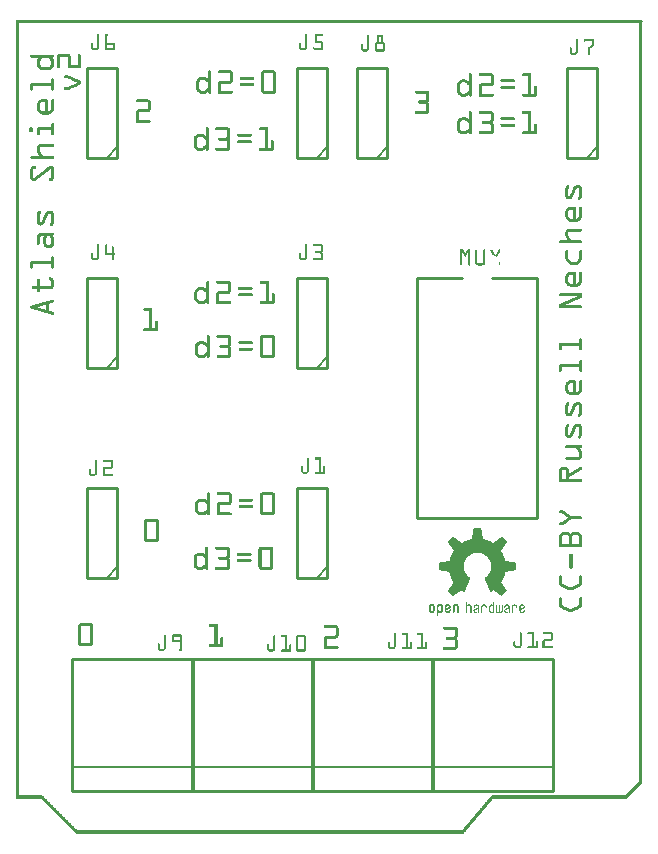
<source format=gto>
G04 MADE WITH FRITZING*
G04 WWW.FRITZING.ORG*
G04 DOUBLE SIDED*
G04 HOLES PLATED*
G04 CONTOUR ON CENTER OF CONTOUR VECTOR*
%ASAXBY*%
%FSLAX23Y23*%
%MOIN*%
%OFA0B0*%
%SFA1.0B1.0*%
%ADD10C,0.010000*%
%ADD11C,0.005000*%
%ADD12R,0.001000X0.001000*%
%LNSILK1*%
G90*
G70*
G54D10*
X1344Y1860D02*
X1344Y1060D01*
D02*
X1344Y1060D02*
X1744Y1060D01*
D02*
X1744Y1060D02*
X1744Y1860D01*
D02*
X1344Y1860D02*
X1494Y1860D01*
D02*
X1594Y1860D02*
X1744Y1860D01*
D02*
X1244Y2260D02*
X1244Y2560D01*
D02*
X1244Y2560D02*
X1144Y2560D01*
D02*
X1144Y2560D02*
X1144Y2260D01*
D02*
X1144Y2260D02*
X1244Y2260D01*
G54D11*
D02*
X1244Y2295D02*
X1209Y2260D01*
G54D10*
D02*
X1944Y2260D02*
X1944Y2560D01*
D02*
X1944Y2560D02*
X1844Y2560D01*
D02*
X1844Y2560D02*
X1844Y2260D01*
D02*
X1844Y2260D02*
X1944Y2260D01*
G54D11*
D02*
X1944Y2295D02*
X1909Y2260D01*
G54D10*
D02*
X344Y2260D02*
X344Y2560D01*
D02*
X344Y2560D02*
X244Y2560D01*
D02*
X244Y2560D02*
X244Y2260D01*
D02*
X244Y2260D02*
X344Y2260D01*
G54D11*
D02*
X344Y2295D02*
X309Y2260D01*
G54D10*
D02*
X1044Y2260D02*
X1044Y2560D01*
D02*
X1044Y2560D02*
X944Y2560D01*
D02*
X944Y2560D02*
X944Y2260D01*
D02*
X944Y2260D02*
X1044Y2260D01*
G54D11*
D02*
X1044Y2295D02*
X1009Y2260D01*
G54D10*
D02*
X344Y1560D02*
X344Y1860D01*
D02*
X344Y1860D02*
X244Y1860D01*
D02*
X244Y1860D02*
X244Y1560D01*
D02*
X244Y1560D02*
X344Y1560D01*
G54D11*
D02*
X344Y1595D02*
X309Y1560D01*
G54D10*
D02*
X1044Y1560D02*
X1044Y1860D01*
D02*
X1044Y1860D02*
X944Y1860D01*
D02*
X944Y1860D02*
X944Y1560D01*
D02*
X944Y1560D02*
X1044Y1560D01*
G54D11*
D02*
X1044Y1595D02*
X1009Y1560D01*
G54D10*
D02*
X344Y860D02*
X344Y1160D01*
D02*
X344Y1160D02*
X244Y1160D01*
D02*
X244Y1160D02*
X244Y860D01*
D02*
X244Y860D02*
X344Y860D01*
G54D11*
D02*
X344Y895D02*
X309Y860D01*
G54D10*
D02*
X1044Y860D02*
X1044Y1160D01*
D02*
X1044Y1160D02*
X944Y1160D01*
D02*
X944Y1160D02*
X944Y860D01*
D02*
X944Y860D02*
X1044Y860D01*
G54D11*
D02*
X1044Y895D02*
X1009Y860D01*
G54D10*
D02*
X1797Y590D02*
X1394Y590D01*
D02*
X1394Y590D02*
X1394Y150D01*
D02*
X1394Y150D02*
X1797Y150D01*
D02*
X1797Y150D02*
X1797Y590D01*
G54D11*
D02*
X1394Y230D02*
X1797Y230D01*
G54D10*
D02*
X1397Y590D02*
X994Y590D01*
D02*
X994Y590D02*
X994Y150D01*
D02*
X994Y150D02*
X1397Y150D01*
D02*
X1397Y150D02*
X1397Y590D01*
G54D11*
D02*
X994Y230D02*
X1397Y230D01*
G54D10*
D02*
X997Y590D02*
X594Y590D01*
D02*
X594Y590D02*
X594Y150D01*
D02*
X594Y150D02*
X997Y150D01*
D02*
X997Y150D02*
X997Y590D01*
G54D11*
D02*
X594Y230D02*
X997Y230D01*
G54D10*
D02*
X597Y590D02*
X194Y590D01*
D02*
X194Y590D02*
X194Y150D01*
D02*
X194Y150D02*
X597Y150D01*
D02*
X597Y150D02*
X597Y590D01*
G54D11*
D02*
X194Y230D02*
X597Y230D01*
G54D12*
X8Y2719D02*
X2092Y2719D01*
X7Y2718D02*
X2093Y2718D01*
X6Y2717D02*
X2094Y2717D01*
X6Y2716D02*
X2094Y2716D01*
X6Y2715D02*
X2094Y2715D01*
X6Y2714D02*
X2095Y2714D01*
X6Y2713D02*
X2095Y2713D01*
X6Y2712D02*
X2094Y2712D01*
X6Y2711D02*
X2094Y2711D01*
X6Y2710D02*
X2094Y2710D01*
X6Y2709D02*
X2094Y2709D01*
X6Y2708D02*
X16Y2708D01*
X2084Y2708D02*
X2094Y2708D01*
X6Y2707D02*
X16Y2707D01*
X2084Y2707D02*
X2094Y2707D01*
X6Y2706D02*
X16Y2706D01*
X2084Y2706D02*
X2094Y2706D01*
X6Y2705D02*
X16Y2705D01*
X2084Y2705D02*
X2094Y2705D01*
X6Y2704D02*
X16Y2704D01*
X2084Y2704D02*
X2094Y2704D01*
X6Y2703D02*
X16Y2703D01*
X2084Y2703D02*
X2094Y2703D01*
X6Y2702D02*
X16Y2702D01*
X2084Y2702D02*
X2094Y2702D01*
X6Y2701D02*
X16Y2701D01*
X2084Y2701D02*
X2094Y2701D01*
X6Y2700D02*
X16Y2700D01*
X2084Y2700D02*
X2094Y2700D01*
X6Y2699D02*
X16Y2699D01*
X2084Y2699D02*
X2094Y2699D01*
X6Y2698D02*
X16Y2698D01*
X2084Y2698D02*
X2094Y2698D01*
X6Y2697D02*
X16Y2697D01*
X2084Y2697D02*
X2094Y2697D01*
X6Y2696D02*
X16Y2696D01*
X2084Y2696D02*
X2094Y2696D01*
X6Y2695D02*
X16Y2695D01*
X2084Y2695D02*
X2094Y2695D01*
X6Y2694D02*
X16Y2694D01*
X2084Y2694D02*
X2094Y2694D01*
X6Y2693D02*
X16Y2693D01*
X2084Y2693D02*
X2094Y2693D01*
X6Y2692D02*
X16Y2692D01*
X2084Y2692D02*
X2094Y2692D01*
X6Y2691D02*
X16Y2691D01*
X2084Y2691D02*
X2094Y2691D01*
X6Y2690D02*
X16Y2690D01*
X2084Y2690D02*
X2094Y2690D01*
X6Y2689D02*
X16Y2689D01*
X2084Y2689D02*
X2094Y2689D01*
X6Y2688D02*
X16Y2688D01*
X2084Y2688D02*
X2094Y2688D01*
X6Y2687D02*
X16Y2687D01*
X2084Y2687D02*
X2094Y2687D01*
X6Y2686D02*
X16Y2686D01*
X2084Y2686D02*
X2094Y2686D01*
X6Y2685D02*
X16Y2685D01*
X2084Y2685D02*
X2094Y2685D01*
X6Y2684D02*
X16Y2684D01*
X2084Y2684D02*
X2094Y2684D01*
X6Y2683D02*
X16Y2683D01*
X2084Y2683D02*
X2094Y2683D01*
X6Y2682D02*
X16Y2682D01*
X2084Y2682D02*
X2094Y2682D01*
X6Y2681D02*
X16Y2681D01*
X2084Y2681D02*
X2094Y2681D01*
X6Y2680D02*
X16Y2680D01*
X2084Y2680D02*
X2094Y2680D01*
X6Y2679D02*
X16Y2679D01*
X2084Y2679D02*
X2094Y2679D01*
X6Y2678D02*
X16Y2678D01*
X2084Y2678D02*
X2094Y2678D01*
X6Y2677D02*
X16Y2677D01*
X2084Y2677D02*
X2094Y2677D01*
X6Y2676D02*
X16Y2676D01*
X2084Y2676D02*
X2094Y2676D01*
X6Y2675D02*
X16Y2675D01*
X2084Y2675D02*
X2094Y2675D01*
X6Y2674D02*
X16Y2674D01*
X2084Y2674D02*
X2094Y2674D01*
X6Y2673D02*
X16Y2673D01*
X2084Y2673D02*
X2094Y2673D01*
X6Y2672D02*
X16Y2672D01*
X2084Y2672D02*
X2094Y2672D01*
X6Y2671D02*
X16Y2671D01*
X279Y2671D02*
X282Y2671D01*
X305Y2671D02*
X311Y2671D01*
X971Y2671D02*
X974Y2671D01*
X1003Y2671D02*
X1028Y2671D01*
X2084Y2671D02*
X2094Y2671D01*
X6Y2670D02*
X16Y2670D01*
X278Y2670D02*
X283Y2670D01*
X304Y2670D02*
X312Y2670D01*
X970Y2670D02*
X975Y2670D01*
X1003Y2670D02*
X1029Y2670D01*
X2084Y2670D02*
X2094Y2670D01*
X6Y2669D02*
X16Y2669D01*
X278Y2669D02*
X283Y2669D01*
X304Y2669D02*
X313Y2669D01*
X970Y2669D02*
X976Y2669D01*
X1003Y2669D02*
X1029Y2669D01*
X2084Y2669D02*
X2094Y2669D01*
X6Y2668D02*
X16Y2668D01*
X277Y2668D02*
X283Y2668D01*
X303Y2668D02*
X313Y2668D01*
X970Y2668D02*
X976Y2668D01*
X1003Y2668D02*
X1030Y2668D01*
X2084Y2668D02*
X2094Y2668D01*
X6Y2667D02*
X16Y2667D01*
X277Y2667D02*
X283Y2667D01*
X303Y2667D02*
X313Y2667D01*
X970Y2667D02*
X976Y2667D01*
X1003Y2667D02*
X1029Y2667D01*
X1178Y2667D02*
X1182Y2667D01*
X1211Y2667D02*
X1229Y2667D01*
X2084Y2667D02*
X2094Y2667D01*
X6Y2666D02*
X16Y2666D01*
X277Y2666D02*
X283Y2666D01*
X303Y2666D02*
X312Y2666D01*
X970Y2666D02*
X976Y2666D01*
X1003Y2666D02*
X1029Y2666D01*
X1178Y2666D02*
X1183Y2666D01*
X1211Y2666D02*
X1230Y2666D01*
X2084Y2666D02*
X2094Y2666D01*
X6Y2665D02*
X16Y2665D01*
X277Y2665D02*
X283Y2665D01*
X303Y2665D02*
X311Y2665D01*
X970Y2665D02*
X976Y2665D01*
X1003Y2665D02*
X1028Y2665D01*
X1177Y2665D02*
X1183Y2665D01*
X1210Y2665D02*
X1230Y2665D01*
X2084Y2665D02*
X2094Y2665D01*
X6Y2664D02*
X16Y2664D01*
X277Y2664D02*
X283Y2664D01*
X303Y2664D02*
X309Y2664D01*
X970Y2664D02*
X976Y2664D01*
X1003Y2664D02*
X1009Y2664D01*
X1177Y2664D02*
X1183Y2664D01*
X1210Y2664D02*
X1230Y2664D01*
X2084Y2664D02*
X2094Y2664D01*
X6Y2663D02*
X16Y2663D01*
X277Y2663D02*
X283Y2663D01*
X303Y2663D02*
X309Y2663D01*
X970Y2663D02*
X976Y2663D01*
X1003Y2663D02*
X1009Y2663D01*
X1177Y2663D02*
X1183Y2663D01*
X1210Y2663D02*
X1230Y2663D01*
X2084Y2663D02*
X2094Y2663D01*
X6Y2662D02*
X16Y2662D01*
X277Y2662D02*
X283Y2662D01*
X303Y2662D02*
X309Y2662D01*
X970Y2662D02*
X976Y2662D01*
X1003Y2662D02*
X1009Y2662D01*
X1177Y2662D02*
X1183Y2662D01*
X1210Y2662D02*
X1230Y2662D01*
X2084Y2662D02*
X2094Y2662D01*
X6Y2661D02*
X16Y2661D01*
X277Y2661D02*
X283Y2661D01*
X303Y2661D02*
X309Y2661D01*
X970Y2661D02*
X976Y2661D01*
X1003Y2661D02*
X1009Y2661D01*
X1177Y2661D02*
X1183Y2661D01*
X1210Y2661D02*
X1230Y2661D01*
X2084Y2661D02*
X2094Y2661D01*
X6Y2660D02*
X16Y2660D01*
X277Y2660D02*
X283Y2660D01*
X303Y2660D02*
X309Y2660D01*
X970Y2660D02*
X976Y2660D01*
X1003Y2660D02*
X1009Y2660D01*
X1177Y2660D02*
X1183Y2660D01*
X1210Y2660D02*
X1216Y2660D01*
X1224Y2660D02*
X1230Y2660D01*
X2084Y2660D02*
X2094Y2660D01*
X6Y2659D02*
X16Y2659D01*
X277Y2659D02*
X283Y2659D01*
X303Y2659D02*
X309Y2659D01*
X970Y2659D02*
X976Y2659D01*
X1003Y2659D02*
X1009Y2659D01*
X1177Y2659D02*
X1183Y2659D01*
X1210Y2659D02*
X1216Y2659D01*
X1224Y2659D02*
X1230Y2659D01*
X2084Y2659D02*
X2094Y2659D01*
X6Y2658D02*
X16Y2658D01*
X277Y2658D02*
X283Y2658D01*
X303Y2658D02*
X309Y2658D01*
X970Y2658D02*
X976Y2658D01*
X1003Y2658D02*
X1009Y2658D01*
X1177Y2658D02*
X1183Y2658D01*
X1210Y2658D02*
X1216Y2658D01*
X1224Y2658D02*
X1230Y2658D01*
X2084Y2658D02*
X2094Y2658D01*
X6Y2657D02*
X16Y2657D01*
X277Y2657D02*
X283Y2657D01*
X303Y2657D02*
X309Y2657D01*
X970Y2657D02*
X976Y2657D01*
X1003Y2657D02*
X1009Y2657D01*
X1177Y2657D02*
X1183Y2657D01*
X1210Y2657D02*
X1216Y2657D01*
X1224Y2657D02*
X1230Y2657D01*
X2084Y2657D02*
X2094Y2657D01*
X6Y2656D02*
X16Y2656D01*
X277Y2656D02*
X283Y2656D01*
X303Y2656D02*
X309Y2656D01*
X970Y2656D02*
X976Y2656D01*
X1003Y2656D02*
X1009Y2656D01*
X1177Y2656D02*
X1183Y2656D01*
X1210Y2656D02*
X1216Y2656D01*
X1224Y2656D02*
X1230Y2656D01*
X1875Y2656D02*
X1878Y2656D01*
X1901Y2656D02*
X1933Y2656D01*
X2084Y2656D02*
X2094Y2656D01*
X6Y2655D02*
X16Y2655D01*
X277Y2655D02*
X283Y2655D01*
X303Y2655D02*
X309Y2655D01*
X970Y2655D02*
X976Y2655D01*
X1003Y2655D02*
X1009Y2655D01*
X1177Y2655D02*
X1183Y2655D01*
X1210Y2655D02*
X1216Y2655D01*
X1224Y2655D02*
X1230Y2655D01*
X1874Y2655D02*
X1879Y2655D01*
X1900Y2655D02*
X1933Y2655D01*
X2084Y2655D02*
X2094Y2655D01*
X6Y2654D02*
X16Y2654D01*
X277Y2654D02*
X283Y2654D01*
X303Y2654D02*
X309Y2654D01*
X970Y2654D02*
X976Y2654D01*
X1003Y2654D02*
X1009Y2654D01*
X1177Y2654D02*
X1183Y2654D01*
X1210Y2654D02*
X1216Y2654D01*
X1224Y2654D02*
X1230Y2654D01*
X1873Y2654D02*
X1879Y2654D01*
X1900Y2654D02*
X1933Y2654D01*
X2084Y2654D02*
X2094Y2654D01*
X6Y2653D02*
X16Y2653D01*
X277Y2653D02*
X283Y2653D01*
X303Y2653D02*
X309Y2653D01*
X970Y2653D02*
X976Y2653D01*
X1003Y2653D02*
X1009Y2653D01*
X1177Y2653D02*
X1183Y2653D01*
X1210Y2653D02*
X1216Y2653D01*
X1224Y2653D02*
X1230Y2653D01*
X1873Y2653D02*
X1879Y2653D01*
X1899Y2653D02*
X1933Y2653D01*
X2084Y2653D02*
X2094Y2653D01*
X6Y2652D02*
X16Y2652D01*
X277Y2652D02*
X283Y2652D01*
X303Y2652D02*
X309Y2652D01*
X970Y2652D02*
X976Y2652D01*
X1003Y2652D02*
X1009Y2652D01*
X1177Y2652D02*
X1183Y2652D01*
X1210Y2652D02*
X1216Y2652D01*
X1224Y2652D02*
X1230Y2652D01*
X1873Y2652D02*
X1879Y2652D01*
X1899Y2652D02*
X1933Y2652D01*
X2084Y2652D02*
X2094Y2652D01*
X6Y2651D02*
X16Y2651D01*
X277Y2651D02*
X283Y2651D01*
X303Y2651D02*
X309Y2651D01*
X970Y2651D02*
X976Y2651D01*
X1003Y2651D02*
X1009Y2651D01*
X1177Y2651D02*
X1183Y2651D01*
X1210Y2651D02*
X1216Y2651D01*
X1224Y2651D02*
X1230Y2651D01*
X1873Y2651D02*
X1879Y2651D01*
X1899Y2651D02*
X1933Y2651D01*
X2084Y2651D02*
X2094Y2651D01*
X6Y2650D02*
X16Y2650D01*
X277Y2650D02*
X283Y2650D01*
X303Y2650D02*
X309Y2650D01*
X970Y2650D02*
X976Y2650D01*
X1003Y2650D02*
X1009Y2650D01*
X1177Y2650D02*
X1183Y2650D01*
X1210Y2650D02*
X1216Y2650D01*
X1224Y2650D02*
X1230Y2650D01*
X1873Y2650D02*
X1879Y2650D01*
X1899Y2650D02*
X1933Y2650D01*
X2084Y2650D02*
X2094Y2650D01*
X6Y2649D02*
X16Y2649D01*
X277Y2649D02*
X283Y2649D01*
X303Y2649D02*
X309Y2649D01*
X970Y2649D02*
X976Y2649D01*
X1003Y2649D02*
X1009Y2649D01*
X1177Y2649D02*
X1183Y2649D01*
X1210Y2649D02*
X1216Y2649D01*
X1224Y2649D02*
X1230Y2649D01*
X1873Y2649D02*
X1879Y2649D01*
X1900Y2649D02*
X1905Y2649D01*
X1927Y2649D02*
X1933Y2649D01*
X2084Y2649D02*
X2094Y2649D01*
X6Y2648D02*
X16Y2648D01*
X277Y2648D02*
X283Y2648D01*
X303Y2648D02*
X309Y2648D01*
X970Y2648D02*
X976Y2648D01*
X1003Y2648D02*
X1023Y2648D01*
X1177Y2648D02*
X1183Y2648D01*
X1210Y2648D02*
X1216Y2648D01*
X1224Y2648D02*
X1230Y2648D01*
X1873Y2648D02*
X1879Y2648D01*
X1900Y2648D02*
X1905Y2648D01*
X1927Y2648D02*
X1933Y2648D01*
X2084Y2648D02*
X2094Y2648D01*
X6Y2647D02*
X16Y2647D01*
X277Y2647D02*
X283Y2647D01*
X303Y2647D02*
X309Y2647D01*
X970Y2647D02*
X976Y2647D01*
X1003Y2647D02*
X1026Y2647D01*
X1177Y2647D02*
X1183Y2647D01*
X1210Y2647D02*
X1216Y2647D01*
X1224Y2647D02*
X1230Y2647D01*
X1873Y2647D02*
X1879Y2647D01*
X1902Y2647D02*
X1903Y2647D01*
X1927Y2647D02*
X1933Y2647D01*
X2084Y2647D02*
X2094Y2647D01*
X6Y2646D02*
X16Y2646D01*
X277Y2646D02*
X283Y2646D01*
X303Y2646D02*
X309Y2646D01*
X970Y2646D02*
X976Y2646D01*
X1003Y2646D02*
X1027Y2646D01*
X1177Y2646D02*
X1183Y2646D01*
X1210Y2646D02*
X1216Y2646D01*
X1224Y2646D02*
X1230Y2646D01*
X1873Y2646D02*
X1879Y2646D01*
X1927Y2646D02*
X1933Y2646D01*
X2084Y2646D02*
X2094Y2646D01*
X6Y2645D02*
X16Y2645D01*
X277Y2645D02*
X283Y2645D01*
X303Y2645D02*
X309Y2645D01*
X970Y2645D02*
X976Y2645D01*
X1003Y2645D02*
X1028Y2645D01*
X1177Y2645D02*
X1183Y2645D01*
X1210Y2645D02*
X1216Y2645D01*
X1224Y2645D02*
X1230Y2645D01*
X1873Y2645D02*
X1879Y2645D01*
X1927Y2645D02*
X1933Y2645D01*
X2084Y2645D02*
X2094Y2645D01*
X6Y2644D02*
X16Y2644D01*
X277Y2644D02*
X283Y2644D01*
X303Y2644D02*
X309Y2644D01*
X970Y2644D02*
X976Y2644D01*
X1003Y2644D02*
X1029Y2644D01*
X1177Y2644D02*
X1183Y2644D01*
X1208Y2644D02*
X1232Y2644D01*
X1873Y2644D02*
X1879Y2644D01*
X1927Y2644D02*
X1933Y2644D01*
X2084Y2644D02*
X2094Y2644D01*
X6Y2643D02*
X16Y2643D01*
X277Y2643D02*
X283Y2643D01*
X303Y2643D02*
X309Y2643D01*
X970Y2643D02*
X976Y2643D01*
X1003Y2643D02*
X1029Y2643D01*
X1177Y2643D02*
X1183Y2643D01*
X1206Y2643D02*
X1234Y2643D01*
X1873Y2643D02*
X1879Y2643D01*
X1927Y2643D02*
X1933Y2643D01*
X2084Y2643D02*
X2094Y2643D01*
X6Y2642D02*
X16Y2642D01*
X259Y2642D02*
X260Y2642D01*
X277Y2642D02*
X283Y2642D01*
X303Y2642D02*
X334Y2642D01*
X952Y2642D02*
X953Y2642D01*
X970Y2642D02*
X976Y2642D01*
X1003Y2642D02*
X1029Y2642D01*
X1177Y2642D02*
X1183Y2642D01*
X1205Y2642D02*
X1235Y2642D01*
X1873Y2642D02*
X1879Y2642D01*
X1927Y2642D02*
X1933Y2642D01*
X2084Y2642D02*
X2094Y2642D01*
X6Y2641D02*
X16Y2641D01*
X258Y2641D02*
X262Y2641D01*
X277Y2641D02*
X283Y2641D01*
X303Y2641D02*
X336Y2641D01*
X950Y2641D02*
X954Y2641D01*
X970Y2641D02*
X976Y2641D01*
X1023Y2641D02*
X1030Y2641D01*
X1177Y2641D02*
X1183Y2641D01*
X1204Y2641D02*
X1236Y2641D01*
X1873Y2641D02*
X1879Y2641D01*
X1927Y2641D02*
X1933Y2641D01*
X2084Y2641D02*
X2094Y2641D01*
X6Y2640D02*
X16Y2640D01*
X257Y2640D02*
X262Y2640D01*
X277Y2640D02*
X283Y2640D01*
X303Y2640D02*
X337Y2640D01*
X949Y2640D02*
X955Y2640D01*
X970Y2640D02*
X976Y2640D01*
X1024Y2640D02*
X1030Y2640D01*
X1177Y2640D02*
X1183Y2640D01*
X1204Y2640D02*
X1236Y2640D01*
X1873Y2640D02*
X1879Y2640D01*
X1927Y2640D02*
X1933Y2640D01*
X2084Y2640D02*
X2094Y2640D01*
X6Y2639D02*
X16Y2639D01*
X257Y2639D02*
X263Y2639D01*
X277Y2639D02*
X283Y2639D01*
X303Y2639D02*
X337Y2639D01*
X949Y2639D02*
X955Y2639D01*
X970Y2639D02*
X976Y2639D01*
X1024Y2639D02*
X1030Y2639D01*
X1177Y2639D02*
X1183Y2639D01*
X1204Y2639D02*
X1237Y2639D01*
X1873Y2639D02*
X1879Y2639D01*
X1927Y2639D02*
X1933Y2639D01*
X2084Y2639D02*
X2094Y2639D01*
X6Y2638D02*
X16Y2638D01*
X257Y2638D02*
X263Y2638D01*
X277Y2638D02*
X283Y2638D01*
X303Y2638D02*
X337Y2638D01*
X949Y2638D02*
X955Y2638D01*
X970Y2638D02*
X976Y2638D01*
X1024Y2638D02*
X1030Y2638D01*
X1158Y2638D02*
X1161Y2638D01*
X1177Y2638D02*
X1183Y2638D01*
X1203Y2638D02*
X1237Y2638D01*
X1873Y2638D02*
X1879Y2638D01*
X1927Y2638D02*
X1933Y2638D01*
X2084Y2638D02*
X2094Y2638D01*
X6Y2637D02*
X16Y2637D01*
X257Y2637D02*
X263Y2637D01*
X277Y2637D02*
X283Y2637D01*
X303Y2637D02*
X337Y2637D01*
X949Y2637D02*
X955Y2637D01*
X970Y2637D02*
X976Y2637D01*
X1024Y2637D02*
X1030Y2637D01*
X1157Y2637D02*
X1162Y2637D01*
X1177Y2637D02*
X1183Y2637D01*
X1203Y2637D02*
X1209Y2637D01*
X1231Y2637D02*
X1237Y2637D01*
X1873Y2637D02*
X1879Y2637D01*
X1927Y2637D02*
X1933Y2637D01*
X2084Y2637D02*
X2094Y2637D01*
X6Y2636D02*
X16Y2636D01*
X257Y2636D02*
X263Y2636D01*
X277Y2636D02*
X283Y2636D01*
X303Y2636D02*
X337Y2636D01*
X949Y2636D02*
X955Y2636D01*
X970Y2636D02*
X976Y2636D01*
X1024Y2636D02*
X1030Y2636D01*
X1157Y2636D02*
X1162Y2636D01*
X1177Y2636D02*
X1183Y2636D01*
X1203Y2636D02*
X1209Y2636D01*
X1231Y2636D02*
X1237Y2636D01*
X1873Y2636D02*
X1879Y2636D01*
X1926Y2636D02*
X1933Y2636D01*
X2084Y2636D02*
X2094Y2636D01*
X6Y2635D02*
X16Y2635D01*
X257Y2635D02*
X263Y2635D01*
X277Y2635D02*
X283Y2635D01*
X303Y2635D02*
X310Y2635D01*
X331Y2635D02*
X337Y2635D01*
X949Y2635D02*
X955Y2635D01*
X970Y2635D02*
X976Y2635D01*
X1024Y2635D02*
X1030Y2635D01*
X1157Y2635D02*
X1163Y2635D01*
X1177Y2635D02*
X1183Y2635D01*
X1203Y2635D02*
X1209Y2635D01*
X1231Y2635D02*
X1237Y2635D01*
X1873Y2635D02*
X1879Y2635D01*
X1925Y2635D02*
X1933Y2635D01*
X2084Y2635D02*
X2094Y2635D01*
X6Y2634D02*
X16Y2634D01*
X257Y2634D02*
X263Y2634D01*
X277Y2634D02*
X283Y2634D01*
X303Y2634D02*
X309Y2634D01*
X331Y2634D02*
X337Y2634D01*
X949Y2634D02*
X955Y2634D01*
X970Y2634D02*
X976Y2634D01*
X1024Y2634D02*
X1030Y2634D01*
X1157Y2634D02*
X1163Y2634D01*
X1177Y2634D02*
X1183Y2634D01*
X1203Y2634D02*
X1209Y2634D01*
X1231Y2634D02*
X1237Y2634D01*
X1873Y2634D02*
X1879Y2634D01*
X1923Y2634D02*
X1933Y2634D01*
X2084Y2634D02*
X2094Y2634D01*
X6Y2633D02*
X16Y2633D01*
X257Y2633D02*
X263Y2633D01*
X277Y2633D02*
X283Y2633D01*
X303Y2633D02*
X309Y2633D01*
X331Y2633D02*
X337Y2633D01*
X949Y2633D02*
X955Y2633D01*
X970Y2633D02*
X976Y2633D01*
X1024Y2633D02*
X1030Y2633D01*
X1157Y2633D02*
X1163Y2633D01*
X1177Y2633D02*
X1183Y2633D01*
X1203Y2633D02*
X1209Y2633D01*
X1231Y2633D02*
X1237Y2633D01*
X1873Y2633D02*
X1879Y2633D01*
X1922Y2633D02*
X1932Y2633D01*
X2084Y2633D02*
X2094Y2633D01*
X6Y2632D02*
X16Y2632D01*
X257Y2632D02*
X263Y2632D01*
X277Y2632D02*
X283Y2632D01*
X303Y2632D02*
X309Y2632D01*
X331Y2632D02*
X337Y2632D01*
X949Y2632D02*
X955Y2632D01*
X970Y2632D02*
X976Y2632D01*
X1024Y2632D02*
X1030Y2632D01*
X1157Y2632D02*
X1163Y2632D01*
X1177Y2632D02*
X1183Y2632D01*
X1203Y2632D02*
X1209Y2632D01*
X1231Y2632D02*
X1237Y2632D01*
X1873Y2632D02*
X1879Y2632D01*
X1921Y2632D02*
X1931Y2632D01*
X2084Y2632D02*
X2094Y2632D01*
X6Y2631D02*
X16Y2631D01*
X257Y2631D02*
X263Y2631D01*
X277Y2631D02*
X283Y2631D01*
X303Y2631D02*
X309Y2631D01*
X331Y2631D02*
X337Y2631D01*
X949Y2631D02*
X955Y2631D01*
X970Y2631D02*
X976Y2631D01*
X1024Y2631D02*
X1030Y2631D01*
X1157Y2631D02*
X1163Y2631D01*
X1177Y2631D02*
X1183Y2631D01*
X1203Y2631D02*
X1209Y2631D01*
X1231Y2631D02*
X1237Y2631D01*
X1873Y2631D02*
X1879Y2631D01*
X1920Y2631D02*
X1930Y2631D01*
X2084Y2631D02*
X2094Y2631D01*
X6Y2630D02*
X16Y2630D01*
X257Y2630D02*
X263Y2630D01*
X277Y2630D02*
X283Y2630D01*
X303Y2630D02*
X309Y2630D01*
X331Y2630D02*
X337Y2630D01*
X949Y2630D02*
X955Y2630D01*
X970Y2630D02*
X976Y2630D01*
X1024Y2630D02*
X1030Y2630D01*
X1157Y2630D02*
X1163Y2630D01*
X1177Y2630D02*
X1183Y2630D01*
X1203Y2630D02*
X1209Y2630D01*
X1231Y2630D02*
X1237Y2630D01*
X1873Y2630D02*
X1879Y2630D01*
X1919Y2630D02*
X1928Y2630D01*
X2084Y2630D02*
X2094Y2630D01*
X6Y2629D02*
X16Y2629D01*
X257Y2629D02*
X263Y2629D01*
X277Y2629D02*
X283Y2629D01*
X303Y2629D02*
X309Y2629D01*
X331Y2629D02*
X337Y2629D01*
X949Y2629D02*
X955Y2629D01*
X970Y2629D02*
X976Y2629D01*
X1024Y2629D02*
X1030Y2629D01*
X1157Y2629D02*
X1163Y2629D01*
X1177Y2629D02*
X1183Y2629D01*
X1203Y2629D02*
X1209Y2629D01*
X1231Y2629D02*
X1237Y2629D01*
X1873Y2629D02*
X1879Y2629D01*
X1917Y2629D02*
X1927Y2629D01*
X2084Y2629D02*
X2094Y2629D01*
X6Y2628D02*
X16Y2628D01*
X257Y2628D02*
X263Y2628D01*
X277Y2628D02*
X283Y2628D01*
X303Y2628D02*
X309Y2628D01*
X331Y2628D02*
X337Y2628D01*
X949Y2628D02*
X955Y2628D01*
X970Y2628D02*
X976Y2628D01*
X1024Y2628D02*
X1030Y2628D01*
X1157Y2628D02*
X1163Y2628D01*
X1177Y2628D02*
X1183Y2628D01*
X1203Y2628D02*
X1209Y2628D01*
X1231Y2628D02*
X1237Y2628D01*
X1873Y2628D02*
X1879Y2628D01*
X1916Y2628D02*
X1926Y2628D01*
X2084Y2628D02*
X2094Y2628D01*
X6Y2627D02*
X16Y2627D01*
X257Y2627D02*
X263Y2627D01*
X277Y2627D02*
X283Y2627D01*
X303Y2627D02*
X309Y2627D01*
X331Y2627D02*
X337Y2627D01*
X949Y2627D02*
X955Y2627D01*
X970Y2627D02*
X976Y2627D01*
X998Y2627D02*
X1000Y2627D01*
X1024Y2627D02*
X1030Y2627D01*
X1157Y2627D02*
X1163Y2627D01*
X1177Y2627D02*
X1183Y2627D01*
X1203Y2627D02*
X1209Y2627D01*
X1231Y2627D02*
X1237Y2627D01*
X1855Y2627D02*
X1857Y2627D01*
X1873Y2627D02*
X1879Y2627D01*
X1915Y2627D02*
X1925Y2627D01*
X2084Y2627D02*
X2094Y2627D01*
X6Y2626D02*
X16Y2626D01*
X257Y2626D02*
X263Y2626D01*
X277Y2626D02*
X283Y2626D01*
X303Y2626D02*
X309Y2626D01*
X331Y2626D02*
X337Y2626D01*
X949Y2626D02*
X956Y2626D01*
X969Y2626D02*
X976Y2626D01*
X997Y2626D02*
X1002Y2626D01*
X1024Y2626D02*
X1030Y2626D01*
X1157Y2626D02*
X1163Y2626D01*
X1177Y2626D02*
X1183Y2626D01*
X1203Y2626D02*
X1209Y2626D01*
X1231Y2626D02*
X1237Y2626D01*
X1854Y2626D02*
X1858Y2626D01*
X1873Y2626D02*
X1879Y2626D01*
X1914Y2626D02*
X1924Y2626D01*
X2084Y2626D02*
X2094Y2626D01*
X6Y2625D02*
X16Y2625D01*
X257Y2625D02*
X264Y2625D01*
X276Y2625D02*
X283Y2625D01*
X303Y2625D02*
X309Y2625D01*
X331Y2625D02*
X337Y2625D01*
X950Y2625D02*
X957Y2625D01*
X968Y2625D02*
X975Y2625D01*
X996Y2625D02*
X1005Y2625D01*
X1024Y2625D02*
X1030Y2625D01*
X1157Y2625D02*
X1163Y2625D01*
X1177Y2625D02*
X1183Y2625D01*
X1203Y2625D02*
X1209Y2625D01*
X1231Y2625D02*
X1237Y2625D01*
X1853Y2625D02*
X1858Y2625D01*
X1873Y2625D02*
X1879Y2625D01*
X1913Y2625D02*
X1923Y2625D01*
X2084Y2625D02*
X2094Y2625D01*
X6Y2624D02*
X16Y2624D01*
X257Y2624D02*
X283Y2624D01*
X303Y2624D02*
X337Y2624D01*
X950Y2624D02*
X975Y2624D01*
X996Y2624D02*
X1030Y2624D01*
X1157Y2624D02*
X1163Y2624D01*
X1177Y2624D02*
X1183Y2624D01*
X1203Y2624D02*
X1209Y2624D01*
X1231Y2624D02*
X1237Y2624D01*
X1853Y2624D02*
X1859Y2624D01*
X1873Y2624D02*
X1879Y2624D01*
X1913Y2624D02*
X1921Y2624D01*
X2084Y2624D02*
X2094Y2624D01*
X6Y2623D02*
X16Y2623D01*
X258Y2623D02*
X282Y2623D01*
X303Y2623D02*
X337Y2623D01*
X950Y2623D02*
X975Y2623D01*
X996Y2623D02*
X1029Y2623D01*
X1157Y2623D02*
X1163Y2623D01*
X1177Y2623D02*
X1183Y2623D01*
X1203Y2623D02*
X1209Y2623D01*
X1231Y2623D02*
X1237Y2623D01*
X1853Y2623D02*
X1859Y2623D01*
X1873Y2623D02*
X1879Y2623D01*
X1913Y2623D02*
X1920Y2623D01*
X2084Y2623D02*
X2094Y2623D01*
X6Y2622D02*
X16Y2622D01*
X259Y2622D02*
X282Y2622D01*
X303Y2622D02*
X337Y2622D01*
X951Y2622D02*
X974Y2622D01*
X996Y2622D02*
X1029Y2622D01*
X1157Y2622D02*
X1163Y2622D01*
X1176Y2622D02*
X1183Y2622D01*
X1203Y2622D02*
X1209Y2622D01*
X1231Y2622D02*
X1237Y2622D01*
X1853Y2622D02*
X1859Y2622D01*
X1873Y2622D02*
X1879Y2622D01*
X1913Y2622D02*
X1919Y2622D01*
X2084Y2622D02*
X2094Y2622D01*
X6Y2621D02*
X16Y2621D01*
X259Y2621D02*
X281Y2621D01*
X303Y2621D02*
X337Y2621D01*
X952Y2621D02*
X973Y2621D01*
X997Y2621D02*
X1029Y2621D01*
X1157Y2621D02*
X1165Y2621D01*
X1175Y2621D02*
X1183Y2621D01*
X1203Y2621D02*
X1209Y2621D01*
X1231Y2621D02*
X1237Y2621D01*
X1853Y2621D02*
X1859Y2621D01*
X1873Y2621D02*
X1879Y2621D01*
X1913Y2621D02*
X1919Y2621D01*
X2084Y2621D02*
X2094Y2621D01*
X6Y2620D02*
X16Y2620D01*
X260Y2620D02*
X280Y2620D01*
X304Y2620D02*
X337Y2620D01*
X953Y2620D02*
X972Y2620D01*
X999Y2620D02*
X1028Y2620D01*
X1157Y2620D02*
X1182Y2620D01*
X1203Y2620D02*
X1237Y2620D01*
X1853Y2620D02*
X1859Y2620D01*
X1873Y2620D02*
X1879Y2620D01*
X1913Y2620D02*
X1919Y2620D01*
X2084Y2620D02*
X2094Y2620D01*
X6Y2619D02*
X16Y2619D01*
X262Y2619D02*
X278Y2619D01*
X304Y2619D02*
X336Y2619D01*
X954Y2619D02*
X971Y2619D01*
X1001Y2619D02*
X1027Y2619D01*
X1158Y2619D02*
X1182Y2619D01*
X1204Y2619D02*
X1237Y2619D01*
X1853Y2619D02*
X1859Y2619D01*
X1873Y2619D02*
X1879Y2619D01*
X1913Y2619D02*
X1919Y2619D01*
X2084Y2619D02*
X2094Y2619D01*
X6Y2618D02*
X16Y2618D01*
X264Y2618D02*
X276Y2618D01*
X305Y2618D02*
X335Y2618D01*
X956Y2618D02*
X969Y2618D01*
X1004Y2618D02*
X1025Y2618D01*
X1159Y2618D02*
X1181Y2618D01*
X1204Y2618D02*
X1236Y2618D01*
X1853Y2618D02*
X1859Y2618D01*
X1873Y2618D02*
X1879Y2618D01*
X1913Y2618D02*
X1919Y2618D01*
X2084Y2618D02*
X2094Y2618D01*
X6Y2617D02*
X16Y2617D01*
X1159Y2617D02*
X1180Y2617D01*
X1204Y2617D02*
X1236Y2617D01*
X1853Y2617D02*
X1859Y2617D01*
X1873Y2617D02*
X1879Y2617D01*
X1913Y2617D02*
X1919Y2617D01*
X2084Y2617D02*
X2094Y2617D01*
X6Y2616D02*
X16Y2616D01*
X1161Y2616D02*
X1179Y2616D01*
X1205Y2616D02*
X1235Y2616D01*
X1853Y2616D02*
X1859Y2616D01*
X1873Y2616D02*
X1879Y2616D01*
X1913Y2616D02*
X1919Y2616D01*
X2084Y2616D02*
X2094Y2616D01*
X6Y2615D02*
X16Y2615D01*
X1162Y2615D02*
X1178Y2615D01*
X1206Y2615D02*
X1234Y2615D01*
X1853Y2615D02*
X1859Y2615D01*
X1873Y2615D02*
X1879Y2615D01*
X1913Y2615D02*
X1919Y2615D01*
X2084Y2615D02*
X2094Y2615D01*
X6Y2614D02*
X16Y2614D01*
X1165Y2614D02*
X1175Y2614D01*
X1208Y2614D02*
X1232Y2614D01*
X1853Y2614D02*
X1859Y2614D01*
X1873Y2614D02*
X1879Y2614D01*
X1913Y2614D02*
X1919Y2614D01*
X2084Y2614D02*
X2094Y2614D01*
X6Y2613D02*
X16Y2613D01*
X1853Y2613D02*
X1859Y2613D01*
X1873Y2613D02*
X1879Y2613D01*
X1913Y2613D02*
X1919Y2613D01*
X2084Y2613D02*
X2094Y2613D01*
X6Y2612D02*
X16Y2612D01*
X1853Y2612D02*
X1859Y2612D01*
X1873Y2612D02*
X1879Y2612D01*
X1913Y2612D02*
X1919Y2612D01*
X2084Y2612D02*
X2094Y2612D01*
X6Y2611D02*
X16Y2611D01*
X1853Y2611D02*
X1859Y2611D01*
X1873Y2611D02*
X1879Y2611D01*
X1913Y2611D02*
X1919Y2611D01*
X2084Y2611D02*
X2094Y2611D01*
X6Y2610D02*
X16Y2610D01*
X1853Y2610D02*
X1861Y2610D01*
X1871Y2610D02*
X1879Y2610D01*
X1913Y2610D02*
X1919Y2610D01*
X2084Y2610D02*
X2094Y2610D01*
X6Y2609D02*
X16Y2609D01*
X1854Y2609D02*
X1879Y2609D01*
X1913Y2609D02*
X1919Y2609D01*
X2084Y2609D02*
X2094Y2609D01*
X6Y2608D02*
X16Y2608D01*
X1854Y2608D02*
X1878Y2608D01*
X1913Y2608D02*
X1919Y2608D01*
X2084Y2608D02*
X2094Y2608D01*
X6Y2607D02*
X16Y2607D01*
X1855Y2607D02*
X1877Y2607D01*
X1913Y2607D02*
X1919Y2607D01*
X2084Y2607D02*
X2094Y2607D01*
X6Y2606D02*
X16Y2606D01*
X151Y2606D02*
X182Y2606D01*
X215Y2606D02*
X219Y2606D01*
X1856Y2606D02*
X1877Y2606D01*
X1913Y2606D02*
X1919Y2606D01*
X2084Y2606D02*
X2094Y2606D01*
X6Y2605D02*
X16Y2605D01*
X149Y2605D02*
X183Y2605D01*
X214Y2605D02*
X221Y2605D01*
X1857Y2605D02*
X1876Y2605D01*
X1913Y2605D02*
X1919Y2605D01*
X2084Y2605D02*
X2094Y2605D01*
X6Y2604D02*
X16Y2604D01*
X148Y2604D02*
X185Y2604D01*
X213Y2604D02*
X221Y2604D01*
X1858Y2604D02*
X1874Y2604D01*
X1914Y2604D02*
X1919Y2604D01*
X2084Y2604D02*
X2094Y2604D01*
X6Y2603D02*
X16Y2603D01*
X57Y2603D02*
X131Y2603D01*
X147Y2603D02*
X185Y2603D01*
X213Y2603D02*
X222Y2603D01*
X1860Y2603D02*
X1872Y2603D01*
X1915Y2603D02*
X1917Y2603D01*
X2084Y2603D02*
X2094Y2603D01*
X6Y2602D02*
X16Y2602D01*
X56Y2602D02*
X132Y2602D01*
X146Y2602D02*
X186Y2602D01*
X213Y2602D02*
X222Y2602D01*
X2084Y2602D02*
X2094Y2602D01*
X6Y2601D02*
X16Y2601D01*
X55Y2601D02*
X133Y2601D01*
X146Y2601D02*
X187Y2601D01*
X213Y2601D02*
X222Y2601D01*
X2084Y2601D02*
X2094Y2601D01*
X6Y2600D02*
X16Y2600D01*
X55Y2600D02*
X133Y2600D01*
X145Y2600D02*
X187Y2600D01*
X213Y2600D02*
X222Y2600D01*
X2084Y2600D02*
X2094Y2600D01*
X6Y2599D02*
X16Y2599D01*
X55Y2599D02*
X134Y2599D01*
X145Y2599D02*
X187Y2599D01*
X213Y2599D02*
X222Y2599D01*
X2084Y2599D02*
X2094Y2599D01*
X6Y2598D02*
X16Y2598D01*
X55Y2598D02*
X134Y2598D01*
X145Y2598D02*
X188Y2598D01*
X213Y2598D02*
X222Y2598D01*
X2084Y2598D02*
X2094Y2598D01*
X6Y2597D02*
X16Y2597D01*
X55Y2597D02*
X133Y2597D01*
X145Y2597D02*
X188Y2597D01*
X213Y2597D02*
X222Y2597D01*
X2084Y2597D02*
X2094Y2597D01*
X6Y2596D02*
X16Y2596D01*
X55Y2596D02*
X133Y2596D01*
X145Y2596D02*
X154Y2596D01*
X179Y2596D02*
X188Y2596D01*
X213Y2596D02*
X222Y2596D01*
X2084Y2596D02*
X2094Y2596D01*
X6Y2595D02*
X16Y2595D01*
X56Y2595D02*
X132Y2595D01*
X145Y2595D02*
X154Y2595D01*
X179Y2595D02*
X188Y2595D01*
X213Y2595D02*
X222Y2595D01*
X2084Y2595D02*
X2094Y2595D01*
X6Y2594D02*
X16Y2594D01*
X57Y2594D02*
X131Y2594D01*
X145Y2594D02*
X154Y2594D01*
X179Y2594D02*
X188Y2594D01*
X213Y2594D02*
X222Y2594D01*
X2084Y2594D02*
X2094Y2594D01*
X6Y2593D02*
X16Y2593D01*
X83Y2593D02*
X97Y2593D01*
X113Y2593D02*
X127Y2593D01*
X145Y2593D02*
X154Y2593D01*
X179Y2593D02*
X188Y2593D01*
X213Y2593D02*
X222Y2593D01*
X2084Y2593D02*
X2094Y2593D01*
X6Y2592D02*
X16Y2592D01*
X82Y2592D02*
X95Y2592D01*
X115Y2592D02*
X128Y2592D01*
X145Y2592D02*
X154Y2592D01*
X179Y2592D02*
X188Y2592D01*
X213Y2592D02*
X222Y2592D01*
X2084Y2592D02*
X2094Y2592D01*
X6Y2591D02*
X16Y2591D01*
X81Y2591D02*
X94Y2591D01*
X116Y2591D02*
X129Y2591D01*
X145Y2591D02*
X154Y2591D01*
X179Y2591D02*
X188Y2591D01*
X213Y2591D02*
X222Y2591D01*
X2084Y2591D02*
X2094Y2591D01*
X6Y2590D02*
X16Y2590D01*
X81Y2590D02*
X93Y2590D01*
X117Y2590D02*
X130Y2590D01*
X145Y2590D02*
X154Y2590D01*
X179Y2590D02*
X188Y2590D01*
X213Y2590D02*
X222Y2590D01*
X2084Y2590D02*
X2094Y2590D01*
X6Y2589D02*
X16Y2589D01*
X80Y2589D02*
X92Y2589D01*
X118Y2589D02*
X131Y2589D01*
X145Y2589D02*
X154Y2589D01*
X179Y2589D02*
X188Y2589D01*
X213Y2589D02*
X222Y2589D01*
X2084Y2589D02*
X2094Y2589D01*
X6Y2588D02*
X16Y2588D01*
X79Y2588D02*
X92Y2588D01*
X118Y2588D02*
X131Y2588D01*
X145Y2588D02*
X154Y2588D01*
X179Y2588D02*
X188Y2588D01*
X213Y2588D02*
X222Y2588D01*
X2084Y2588D02*
X2094Y2588D01*
X6Y2587D02*
X16Y2587D01*
X78Y2587D02*
X91Y2587D01*
X119Y2587D02*
X132Y2587D01*
X145Y2587D02*
X154Y2587D01*
X179Y2587D02*
X188Y2587D01*
X213Y2587D02*
X222Y2587D01*
X2084Y2587D02*
X2094Y2587D01*
X6Y2586D02*
X16Y2586D01*
X78Y2586D02*
X90Y2586D01*
X120Y2586D02*
X132Y2586D01*
X145Y2586D02*
X154Y2586D01*
X179Y2586D02*
X188Y2586D01*
X213Y2586D02*
X222Y2586D01*
X2084Y2586D02*
X2094Y2586D01*
X6Y2585D02*
X16Y2585D01*
X77Y2585D02*
X89Y2585D01*
X121Y2585D02*
X133Y2585D01*
X145Y2585D02*
X154Y2585D01*
X179Y2585D02*
X188Y2585D01*
X213Y2585D02*
X222Y2585D01*
X2084Y2585D02*
X2094Y2585D01*
X6Y2584D02*
X16Y2584D01*
X77Y2584D02*
X88Y2584D01*
X122Y2584D02*
X133Y2584D01*
X145Y2584D02*
X154Y2584D01*
X179Y2584D02*
X188Y2584D01*
X213Y2584D02*
X222Y2584D01*
X2084Y2584D02*
X2094Y2584D01*
X6Y2583D02*
X16Y2583D01*
X77Y2583D02*
X87Y2583D01*
X123Y2583D02*
X133Y2583D01*
X145Y2583D02*
X154Y2583D01*
X179Y2583D02*
X188Y2583D01*
X213Y2583D02*
X222Y2583D01*
X2084Y2583D02*
X2094Y2583D01*
X6Y2582D02*
X16Y2582D01*
X77Y2582D02*
X86Y2582D01*
X123Y2582D02*
X133Y2582D01*
X145Y2582D02*
X154Y2582D01*
X179Y2582D02*
X188Y2582D01*
X213Y2582D02*
X222Y2582D01*
X2084Y2582D02*
X2094Y2582D01*
X6Y2581D02*
X16Y2581D01*
X76Y2581D02*
X86Y2581D01*
X124Y2581D02*
X134Y2581D01*
X145Y2581D02*
X154Y2581D01*
X179Y2581D02*
X188Y2581D01*
X213Y2581D02*
X222Y2581D01*
X2084Y2581D02*
X2094Y2581D01*
X6Y2580D02*
X16Y2580D01*
X76Y2580D02*
X86Y2580D01*
X124Y2580D02*
X134Y2580D01*
X145Y2580D02*
X154Y2580D01*
X179Y2580D02*
X188Y2580D01*
X213Y2580D02*
X222Y2580D01*
X2084Y2580D02*
X2094Y2580D01*
X6Y2579D02*
X16Y2579D01*
X76Y2579D02*
X86Y2579D01*
X124Y2579D02*
X134Y2579D01*
X145Y2579D02*
X154Y2579D01*
X179Y2579D02*
X188Y2579D01*
X213Y2579D02*
X222Y2579D01*
X2084Y2579D02*
X2094Y2579D01*
X6Y2578D02*
X16Y2578D01*
X76Y2578D02*
X86Y2578D01*
X124Y2578D02*
X134Y2578D01*
X145Y2578D02*
X154Y2578D01*
X179Y2578D02*
X188Y2578D01*
X213Y2578D02*
X222Y2578D01*
X2084Y2578D02*
X2094Y2578D01*
X6Y2577D02*
X16Y2577D01*
X76Y2577D02*
X86Y2577D01*
X124Y2577D02*
X134Y2577D01*
X145Y2577D02*
X154Y2577D01*
X179Y2577D02*
X188Y2577D01*
X213Y2577D02*
X222Y2577D01*
X2084Y2577D02*
X2094Y2577D01*
X6Y2576D02*
X16Y2576D01*
X76Y2576D02*
X86Y2576D01*
X124Y2576D02*
X134Y2576D01*
X145Y2576D02*
X154Y2576D01*
X179Y2576D02*
X188Y2576D01*
X213Y2576D02*
X222Y2576D01*
X2084Y2576D02*
X2094Y2576D01*
X6Y2575D02*
X16Y2575D01*
X76Y2575D02*
X86Y2575D01*
X124Y2575D02*
X134Y2575D01*
X145Y2575D02*
X154Y2575D01*
X179Y2575D02*
X188Y2575D01*
X213Y2575D02*
X222Y2575D01*
X2084Y2575D02*
X2094Y2575D01*
X6Y2574D02*
X16Y2574D01*
X76Y2574D02*
X86Y2574D01*
X124Y2574D02*
X134Y2574D01*
X145Y2574D02*
X154Y2574D01*
X179Y2574D02*
X188Y2574D01*
X213Y2574D02*
X222Y2574D01*
X2084Y2574D02*
X2094Y2574D01*
X6Y2573D02*
X16Y2573D01*
X76Y2573D02*
X86Y2573D01*
X124Y2573D02*
X134Y2573D01*
X145Y2573D02*
X154Y2573D01*
X179Y2573D02*
X188Y2573D01*
X213Y2573D02*
X222Y2573D01*
X2084Y2573D02*
X2094Y2573D01*
X6Y2572D02*
X16Y2572D01*
X76Y2572D02*
X86Y2572D01*
X124Y2572D02*
X134Y2572D01*
X145Y2572D02*
X154Y2572D01*
X179Y2572D02*
X188Y2572D01*
X213Y2572D02*
X222Y2572D01*
X2084Y2572D02*
X2094Y2572D01*
X6Y2571D02*
X16Y2571D01*
X76Y2571D02*
X86Y2571D01*
X124Y2571D02*
X134Y2571D01*
X145Y2571D02*
X154Y2571D01*
X179Y2571D02*
X188Y2571D01*
X213Y2571D02*
X222Y2571D01*
X2084Y2571D02*
X2094Y2571D01*
X6Y2570D02*
X16Y2570D01*
X76Y2570D02*
X86Y2570D01*
X124Y2570D02*
X134Y2570D01*
X145Y2570D02*
X154Y2570D01*
X179Y2570D02*
X188Y2570D01*
X213Y2570D02*
X222Y2570D01*
X2084Y2570D02*
X2094Y2570D01*
X6Y2569D02*
X16Y2569D01*
X77Y2569D02*
X86Y2569D01*
X124Y2569D02*
X133Y2569D01*
X145Y2569D02*
X154Y2569D01*
X179Y2569D02*
X188Y2569D01*
X213Y2569D02*
X222Y2569D01*
X2084Y2569D02*
X2094Y2569D01*
X6Y2568D02*
X16Y2568D01*
X77Y2568D02*
X87Y2568D01*
X123Y2568D02*
X133Y2568D01*
X145Y2568D02*
X154Y2568D01*
X179Y2568D02*
X188Y2568D01*
X213Y2568D02*
X222Y2568D01*
X2084Y2568D02*
X2094Y2568D01*
X6Y2567D02*
X16Y2567D01*
X77Y2567D02*
X88Y2567D01*
X122Y2567D02*
X133Y2567D01*
X145Y2567D02*
X154Y2567D01*
X179Y2567D02*
X222Y2567D01*
X2084Y2567D02*
X2094Y2567D01*
X6Y2566D02*
X16Y2566D01*
X77Y2566D02*
X89Y2566D01*
X121Y2566D02*
X133Y2566D01*
X145Y2566D02*
X154Y2566D01*
X179Y2566D02*
X222Y2566D01*
X2084Y2566D02*
X2094Y2566D01*
X6Y2565D02*
X16Y2565D01*
X78Y2565D02*
X90Y2565D01*
X120Y2565D02*
X132Y2565D01*
X145Y2565D02*
X154Y2565D01*
X179Y2565D02*
X222Y2565D01*
X2084Y2565D02*
X2094Y2565D01*
X6Y2564D02*
X16Y2564D01*
X78Y2564D02*
X91Y2564D01*
X119Y2564D02*
X132Y2564D01*
X145Y2564D02*
X154Y2564D01*
X179Y2564D02*
X222Y2564D01*
X2084Y2564D02*
X2094Y2564D01*
X6Y2563D02*
X16Y2563D01*
X79Y2563D02*
X93Y2563D01*
X117Y2563D02*
X131Y2563D01*
X145Y2563D02*
X154Y2563D01*
X180Y2563D02*
X222Y2563D01*
X2084Y2563D02*
X2094Y2563D01*
X6Y2562D02*
X16Y2562D01*
X80Y2562D02*
X130Y2562D01*
X145Y2562D02*
X154Y2562D01*
X180Y2562D02*
X222Y2562D01*
X2084Y2562D02*
X2094Y2562D01*
X6Y2561D02*
X16Y2561D01*
X80Y2561D02*
X130Y2561D01*
X145Y2561D02*
X154Y2561D01*
X181Y2561D02*
X222Y2561D01*
X2084Y2561D02*
X2094Y2561D01*
X6Y2560D02*
X16Y2560D01*
X81Y2560D02*
X129Y2560D01*
X145Y2560D02*
X153Y2560D01*
X182Y2560D02*
X222Y2560D01*
X2084Y2560D02*
X2094Y2560D01*
X6Y2559D02*
X16Y2559D01*
X82Y2559D02*
X128Y2559D01*
X146Y2559D02*
X153Y2559D01*
X183Y2559D02*
X222Y2559D01*
X2084Y2559D02*
X2094Y2559D01*
X6Y2558D02*
X16Y2558D01*
X83Y2558D02*
X127Y2558D01*
X147Y2558D02*
X152Y2558D01*
X184Y2558D02*
X222Y2558D01*
X2084Y2558D02*
X2094Y2558D01*
X6Y2557D02*
X16Y2557D01*
X84Y2557D02*
X126Y2557D01*
X2084Y2557D02*
X2094Y2557D01*
X6Y2556D02*
X16Y2556D01*
X85Y2556D02*
X125Y2556D01*
X2084Y2556D02*
X2094Y2556D01*
X6Y2555D02*
X16Y2555D01*
X86Y2555D02*
X124Y2555D01*
X2084Y2555D02*
X2094Y2555D01*
X6Y2554D02*
X16Y2554D01*
X88Y2554D02*
X122Y2554D01*
X2084Y2554D02*
X2094Y2554D01*
X6Y2553D02*
X16Y2553D01*
X90Y2553D02*
X119Y2553D01*
X2084Y2553D02*
X2094Y2553D01*
X6Y2552D02*
X16Y2552D01*
X2084Y2552D02*
X2094Y2552D01*
X6Y2551D02*
X16Y2551D01*
X2084Y2551D02*
X2094Y2551D01*
X6Y2550D02*
X16Y2550D01*
X650Y2550D02*
X654Y2550D01*
X683Y2550D02*
X722Y2550D01*
X831Y2550D02*
X867Y2550D01*
X2084Y2550D02*
X2094Y2550D01*
X6Y2549D02*
X16Y2549D01*
X649Y2549D02*
X655Y2549D01*
X681Y2549D02*
X724Y2549D01*
X829Y2549D02*
X869Y2549D01*
X2084Y2549D02*
X2094Y2549D01*
X6Y2548D02*
X16Y2548D01*
X648Y2548D02*
X656Y2548D01*
X681Y2548D02*
X725Y2548D01*
X828Y2548D02*
X870Y2548D01*
X2084Y2548D02*
X2094Y2548D01*
X6Y2547D02*
X16Y2547D01*
X648Y2547D02*
X656Y2547D01*
X680Y2547D02*
X726Y2547D01*
X827Y2547D02*
X871Y2547D01*
X2084Y2547D02*
X2094Y2547D01*
X6Y2546D02*
X16Y2546D01*
X648Y2546D02*
X657Y2546D01*
X680Y2546D02*
X727Y2546D01*
X826Y2546D02*
X872Y2546D01*
X2084Y2546D02*
X2094Y2546D01*
X6Y2545D02*
X16Y2545D01*
X648Y2545D02*
X657Y2545D01*
X680Y2545D02*
X728Y2545D01*
X826Y2545D02*
X872Y2545D01*
X2084Y2545D02*
X2094Y2545D01*
X6Y2544D02*
X16Y2544D01*
X648Y2544D02*
X657Y2544D01*
X680Y2544D02*
X728Y2544D01*
X825Y2544D02*
X873Y2544D01*
X2084Y2544D02*
X2094Y2544D01*
X6Y2543D02*
X16Y2543D01*
X648Y2543D02*
X657Y2543D01*
X681Y2543D02*
X729Y2543D01*
X825Y2543D02*
X873Y2543D01*
X2084Y2543D02*
X2094Y2543D01*
X6Y2542D02*
X16Y2542D01*
X648Y2542D02*
X657Y2542D01*
X682Y2542D02*
X729Y2542D01*
X825Y2542D02*
X873Y2542D01*
X2084Y2542D02*
X2094Y2542D01*
X6Y2541D02*
X16Y2541D01*
X648Y2541D02*
X657Y2541D01*
X683Y2541D02*
X729Y2541D01*
X825Y2541D02*
X873Y2541D01*
X1520Y2541D02*
X1523Y2541D01*
X1552Y2541D02*
X1591Y2541D01*
X1697Y2541D02*
X1723Y2541D01*
X2084Y2541D02*
X2094Y2541D01*
X6Y2540D02*
X16Y2540D01*
X648Y2540D02*
X657Y2540D01*
X720Y2540D02*
X729Y2540D01*
X825Y2540D02*
X834Y2540D01*
X864Y2540D02*
X873Y2540D01*
X1518Y2540D02*
X1524Y2540D01*
X1551Y2540D02*
X1593Y2540D01*
X1696Y2540D02*
X1723Y2540D01*
X2084Y2540D02*
X2094Y2540D01*
X6Y2539D02*
X16Y2539D01*
X648Y2539D02*
X657Y2539D01*
X720Y2539D02*
X729Y2539D01*
X825Y2539D02*
X834Y2539D01*
X864Y2539D02*
X873Y2539D01*
X1518Y2539D02*
X1525Y2539D01*
X1550Y2539D02*
X1594Y2539D01*
X1695Y2539D02*
X1723Y2539D01*
X2084Y2539D02*
X2094Y2539D01*
X6Y2538D02*
X16Y2538D01*
X648Y2538D02*
X657Y2538D01*
X720Y2538D02*
X729Y2538D01*
X825Y2538D02*
X834Y2538D01*
X864Y2538D02*
X873Y2538D01*
X1517Y2538D02*
X1526Y2538D01*
X1550Y2538D02*
X1595Y2538D01*
X1694Y2538D02*
X1723Y2538D01*
X2084Y2538D02*
X2094Y2538D01*
X6Y2537D02*
X16Y2537D01*
X648Y2537D02*
X657Y2537D01*
X720Y2537D02*
X729Y2537D01*
X825Y2537D02*
X834Y2537D01*
X864Y2537D02*
X873Y2537D01*
X1517Y2537D02*
X1526Y2537D01*
X1549Y2537D02*
X1596Y2537D01*
X1694Y2537D02*
X1723Y2537D01*
X2084Y2537D02*
X2094Y2537D01*
X6Y2536D02*
X16Y2536D01*
X648Y2536D02*
X657Y2536D01*
X720Y2536D02*
X729Y2536D01*
X825Y2536D02*
X834Y2536D01*
X864Y2536D02*
X873Y2536D01*
X1517Y2536D02*
X1526Y2536D01*
X1549Y2536D02*
X1597Y2536D01*
X1694Y2536D02*
X1723Y2536D01*
X2084Y2536D02*
X2094Y2536D01*
X6Y2535D02*
X16Y2535D01*
X648Y2535D02*
X657Y2535D01*
X720Y2535D02*
X729Y2535D01*
X825Y2535D02*
X834Y2535D01*
X864Y2535D02*
X873Y2535D01*
X1517Y2535D02*
X1526Y2535D01*
X1550Y2535D02*
X1597Y2535D01*
X1694Y2535D02*
X1723Y2535D01*
X2084Y2535D02*
X2094Y2535D01*
X6Y2534D02*
X16Y2534D01*
X169Y2534D02*
X181Y2534D01*
X648Y2534D02*
X657Y2534D01*
X720Y2534D02*
X729Y2534D01*
X825Y2534D02*
X834Y2534D01*
X864Y2534D02*
X873Y2534D01*
X1517Y2534D02*
X1526Y2534D01*
X1550Y2534D02*
X1598Y2534D01*
X1695Y2534D02*
X1723Y2534D01*
X2084Y2534D02*
X2094Y2534D01*
X6Y2533D02*
X16Y2533D01*
X167Y2533D02*
X183Y2533D01*
X648Y2533D02*
X657Y2533D01*
X720Y2533D02*
X729Y2533D01*
X825Y2533D02*
X834Y2533D01*
X864Y2533D02*
X873Y2533D01*
X1517Y2533D02*
X1526Y2533D01*
X1551Y2533D02*
X1598Y2533D01*
X1695Y2533D02*
X1723Y2533D01*
X2084Y2533D02*
X2094Y2533D01*
X6Y2532D02*
X16Y2532D01*
X167Y2532D02*
X185Y2532D01*
X648Y2532D02*
X657Y2532D01*
X720Y2532D02*
X729Y2532D01*
X825Y2532D02*
X834Y2532D01*
X864Y2532D02*
X873Y2532D01*
X1517Y2532D02*
X1526Y2532D01*
X1552Y2532D02*
X1598Y2532D01*
X1696Y2532D02*
X1723Y2532D01*
X2084Y2532D02*
X2094Y2532D01*
X6Y2531D02*
X16Y2531D01*
X166Y2531D02*
X188Y2531D01*
X648Y2531D02*
X657Y2531D01*
X720Y2531D02*
X729Y2531D01*
X825Y2531D02*
X834Y2531D01*
X864Y2531D02*
X873Y2531D01*
X1517Y2531D02*
X1526Y2531D01*
X1589Y2531D02*
X1598Y2531D01*
X1714Y2531D02*
X1723Y2531D01*
X2084Y2531D02*
X2094Y2531D01*
X6Y2530D02*
X16Y2530D01*
X166Y2530D02*
X190Y2530D01*
X648Y2530D02*
X657Y2530D01*
X720Y2530D02*
X729Y2530D01*
X825Y2530D02*
X834Y2530D01*
X864Y2530D02*
X873Y2530D01*
X1517Y2530D02*
X1526Y2530D01*
X1589Y2530D02*
X1598Y2530D01*
X1714Y2530D02*
X1723Y2530D01*
X2084Y2530D02*
X2094Y2530D01*
X6Y2529D02*
X16Y2529D01*
X166Y2529D02*
X192Y2529D01*
X623Y2529D02*
X636Y2529D01*
X648Y2529D02*
X657Y2529D01*
X720Y2529D02*
X729Y2529D01*
X755Y2529D02*
X798Y2529D01*
X825Y2529D02*
X834Y2529D01*
X864Y2529D02*
X873Y2529D01*
X1517Y2529D02*
X1526Y2529D01*
X1589Y2529D02*
X1598Y2529D01*
X1714Y2529D02*
X1723Y2529D01*
X2084Y2529D02*
X2094Y2529D01*
X6Y2528D02*
X16Y2528D01*
X166Y2528D02*
X194Y2528D01*
X620Y2528D02*
X639Y2528D01*
X648Y2528D02*
X657Y2528D01*
X720Y2528D02*
X729Y2528D01*
X754Y2528D02*
X800Y2528D01*
X825Y2528D02*
X834Y2528D01*
X864Y2528D02*
X873Y2528D01*
X1517Y2528D02*
X1526Y2528D01*
X1589Y2528D02*
X1598Y2528D01*
X1714Y2528D02*
X1723Y2528D01*
X2084Y2528D02*
X2094Y2528D01*
X6Y2527D02*
X16Y2527D01*
X167Y2527D02*
X197Y2527D01*
X618Y2527D02*
X641Y2527D01*
X648Y2527D02*
X657Y2527D01*
X720Y2527D02*
X729Y2527D01*
X753Y2527D02*
X800Y2527D01*
X825Y2527D02*
X834Y2527D01*
X864Y2527D02*
X873Y2527D01*
X1517Y2527D02*
X1526Y2527D01*
X1589Y2527D02*
X1598Y2527D01*
X1714Y2527D02*
X1723Y2527D01*
X2084Y2527D02*
X2094Y2527D01*
X6Y2526D02*
X16Y2526D01*
X167Y2526D02*
X199Y2526D01*
X617Y2526D02*
X642Y2526D01*
X648Y2526D02*
X657Y2526D01*
X720Y2526D02*
X729Y2526D01*
X753Y2526D02*
X801Y2526D01*
X825Y2526D02*
X834Y2526D01*
X864Y2526D02*
X873Y2526D01*
X1517Y2526D02*
X1526Y2526D01*
X1589Y2526D02*
X1598Y2526D01*
X1714Y2526D02*
X1723Y2526D01*
X2084Y2526D02*
X2094Y2526D01*
X6Y2525D02*
X16Y2525D01*
X169Y2525D02*
X201Y2525D01*
X616Y2525D02*
X644Y2525D01*
X648Y2525D02*
X657Y2525D01*
X720Y2525D02*
X729Y2525D01*
X753Y2525D02*
X801Y2525D01*
X825Y2525D02*
X834Y2525D01*
X864Y2525D02*
X873Y2525D01*
X1517Y2525D02*
X1526Y2525D01*
X1589Y2525D02*
X1598Y2525D01*
X1714Y2525D02*
X1723Y2525D01*
X2084Y2525D02*
X2094Y2525D01*
X6Y2524D02*
X16Y2524D01*
X128Y2524D02*
X130Y2524D01*
X179Y2524D02*
X204Y2524D01*
X614Y2524D02*
X645Y2524D01*
X648Y2524D02*
X657Y2524D01*
X720Y2524D02*
X729Y2524D01*
X753Y2524D02*
X801Y2524D01*
X825Y2524D02*
X834Y2524D01*
X864Y2524D02*
X873Y2524D01*
X1517Y2524D02*
X1526Y2524D01*
X1589Y2524D02*
X1598Y2524D01*
X1714Y2524D02*
X1723Y2524D01*
X2084Y2524D02*
X2094Y2524D01*
X6Y2523D02*
X16Y2523D01*
X126Y2523D02*
X132Y2523D01*
X182Y2523D02*
X206Y2523D01*
X613Y2523D02*
X657Y2523D01*
X720Y2523D02*
X729Y2523D01*
X753Y2523D02*
X801Y2523D01*
X825Y2523D02*
X834Y2523D01*
X864Y2523D02*
X873Y2523D01*
X1517Y2523D02*
X1526Y2523D01*
X1589Y2523D02*
X1598Y2523D01*
X1714Y2523D02*
X1723Y2523D01*
X2084Y2523D02*
X2094Y2523D01*
X6Y2522D02*
X16Y2522D01*
X125Y2522D02*
X133Y2522D01*
X184Y2522D02*
X208Y2522D01*
X612Y2522D02*
X657Y2522D01*
X720Y2522D02*
X729Y2522D01*
X754Y2522D02*
X801Y2522D01*
X825Y2522D02*
X834Y2522D01*
X864Y2522D02*
X873Y2522D01*
X1517Y2522D02*
X1526Y2522D01*
X1589Y2522D02*
X1598Y2522D01*
X1714Y2522D02*
X1723Y2522D01*
X2084Y2522D02*
X2094Y2522D01*
X6Y2521D02*
X16Y2521D01*
X125Y2521D02*
X133Y2521D01*
X186Y2521D02*
X210Y2521D01*
X611Y2521D02*
X657Y2521D01*
X720Y2521D02*
X729Y2521D01*
X754Y2521D02*
X800Y2521D01*
X825Y2521D02*
X834Y2521D01*
X864Y2521D02*
X873Y2521D01*
X1517Y2521D02*
X1526Y2521D01*
X1589Y2521D02*
X1598Y2521D01*
X1714Y2521D02*
X1723Y2521D01*
X2084Y2521D02*
X2094Y2521D01*
X6Y2520D02*
X16Y2520D01*
X124Y2520D02*
X134Y2520D01*
X189Y2520D02*
X213Y2520D01*
X611Y2520D02*
X657Y2520D01*
X720Y2520D02*
X729Y2520D01*
X755Y2520D02*
X799Y2520D01*
X825Y2520D02*
X834Y2520D01*
X864Y2520D02*
X873Y2520D01*
X1493Y2520D02*
X1504Y2520D01*
X1517Y2520D02*
X1526Y2520D01*
X1589Y2520D02*
X1598Y2520D01*
X1625Y2520D02*
X1667Y2520D01*
X1714Y2520D02*
X1723Y2520D01*
X2084Y2520D02*
X2094Y2520D01*
X6Y2519D02*
X16Y2519D01*
X124Y2519D02*
X134Y2519D01*
X191Y2519D02*
X215Y2519D01*
X610Y2519D02*
X624Y2519D01*
X636Y2519D02*
X657Y2519D01*
X720Y2519D02*
X729Y2519D01*
X825Y2519D02*
X834Y2519D01*
X864Y2519D02*
X873Y2519D01*
X1490Y2519D02*
X1508Y2519D01*
X1517Y2519D02*
X1526Y2519D01*
X1589Y2519D02*
X1598Y2519D01*
X1623Y2519D02*
X1669Y2519D01*
X1714Y2519D02*
X1723Y2519D01*
X2084Y2519D02*
X2094Y2519D01*
X6Y2518D02*
X16Y2518D01*
X124Y2518D02*
X134Y2518D01*
X193Y2518D02*
X217Y2518D01*
X609Y2518D02*
X622Y2518D01*
X637Y2518D02*
X657Y2518D01*
X720Y2518D02*
X729Y2518D01*
X825Y2518D02*
X834Y2518D01*
X864Y2518D02*
X873Y2518D01*
X1488Y2518D02*
X1510Y2518D01*
X1517Y2518D02*
X1526Y2518D01*
X1589Y2518D02*
X1598Y2518D01*
X1623Y2518D02*
X1670Y2518D01*
X1714Y2518D02*
X1723Y2518D01*
X2084Y2518D02*
X2094Y2518D01*
X6Y2517D02*
X16Y2517D01*
X124Y2517D02*
X134Y2517D01*
X195Y2517D02*
X219Y2517D01*
X609Y2517D02*
X621Y2517D01*
X638Y2517D02*
X657Y2517D01*
X720Y2517D02*
X729Y2517D01*
X825Y2517D02*
X834Y2517D01*
X864Y2517D02*
X873Y2517D01*
X1487Y2517D02*
X1511Y2517D01*
X1517Y2517D02*
X1526Y2517D01*
X1589Y2517D02*
X1598Y2517D01*
X1622Y2517D02*
X1670Y2517D01*
X1714Y2517D02*
X1723Y2517D01*
X2084Y2517D02*
X2094Y2517D01*
X6Y2516D02*
X16Y2516D01*
X124Y2516D02*
X134Y2516D01*
X198Y2516D02*
X221Y2516D01*
X608Y2516D02*
X620Y2516D01*
X640Y2516D02*
X657Y2516D01*
X687Y2516D02*
X729Y2516D01*
X825Y2516D02*
X834Y2516D01*
X864Y2516D02*
X873Y2516D01*
X1485Y2516D02*
X1513Y2516D01*
X1517Y2516D02*
X1526Y2516D01*
X1589Y2516D02*
X1598Y2516D01*
X1622Y2516D02*
X1670Y2516D01*
X1714Y2516D02*
X1723Y2516D01*
X2084Y2516D02*
X2094Y2516D01*
X6Y2515D02*
X16Y2515D01*
X124Y2515D02*
X134Y2515D01*
X200Y2515D02*
X221Y2515D01*
X608Y2515D02*
X619Y2515D01*
X641Y2515D02*
X657Y2515D01*
X685Y2515D02*
X729Y2515D01*
X825Y2515D02*
X834Y2515D01*
X864Y2515D02*
X873Y2515D01*
X1484Y2515D02*
X1514Y2515D01*
X1517Y2515D02*
X1526Y2515D01*
X1589Y2515D02*
X1598Y2515D01*
X1622Y2515D02*
X1670Y2515D01*
X1714Y2515D02*
X1723Y2515D01*
X2084Y2515D02*
X2094Y2515D01*
X6Y2514D02*
X16Y2514D01*
X124Y2514D02*
X134Y2514D01*
X202Y2514D02*
X222Y2514D01*
X608Y2514D02*
X618Y2514D01*
X642Y2514D02*
X657Y2514D01*
X683Y2514D02*
X729Y2514D01*
X825Y2514D02*
X834Y2514D01*
X864Y2514D02*
X873Y2514D01*
X1483Y2514D02*
X1515Y2514D01*
X1517Y2514D02*
X1526Y2514D01*
X1589Y2514D02*
X1598Y2514D01*
X1623Y2514D02*
X1670Y2514D01*
X1714Y2514D02*
X1723Y2514D01*
X2084Y2514D02*
X2094Y2514D01*
X6Y2513D02*
X16Y2513D01*
X124Y2513D02*
X134Y2513D01*
X205Y2513D02*
X222Y2513D01*
X608Y2513D02*
X617Y2513D01*
X643Y2513D02*
X657Y2513D01*
X682Y2513D02*
X728Y2513D01*
X825Y2513D02*
X834Y2513D01*
X864Y2513D02*
X873Y2513D01*
X1482Y2513D02*
X1526Y2513D01*
X1589Y2513D02*
X1598Y2513D01*
X1623Y2513D02*
X1670Y2513D01*
X1714Y2513D02*
X1723Y2513D01*
X2084Y2513D02*
X2094Y2513D01*
X6Y2512D02*
X16Y2512D01*
X124Y2512D02*
X134Y2512D01*
X207Y2512D02*
X222Y2512D01*
X608Y2512D02*
X617Y2512D01*
X644Y2512D02*
X657Y2512D01*
X682Y2512D02*
X728Y2512D01*
X825Y2512D02*
X834Y2512D01*
X864Y2512D02*
X873Y2512D01*
X1481Y2512D02*
X1526Y2512D01*
X1589Y2512D02*
X1598Y2512D01*
X1623Y2512D02*
X1669Y2512D01*
X1714Y2512D02*
X1723Y2512D01*
X2084Y2512D02*
X2094Y2512D01*
X6Y2511D02*
X16Y2511D01*
X124Y2511D02*
X134Y2511D01*
X209Y2511D02*
X222Y2511D01*
X608Y2511D02*
X617Y2511D01*
X645Y2511D02*
X657Y2511D01*
X681Y2511D02*
X727Y2511D01*
X825Y2511D02*
X834Y2511D01*
X864Y2511D02*
X873Y2511D01*
X1480Y2511D02*
X1526Y2511D01*
X1589Y2511D02*
X1598Y2511D01*
X1624Y2511D02*
X1668Y2511D01*
X1714Y2511D02*
X1723Y2511D01*
X2084Y2511D02*
X2094Y2511D01*
X6Y2510D02*
X16Y2510D01*
X124Y2510D02*
X134Y2510D01*
X211Y2510D02*
X222Y2510D01*
X608Y2510D02*
X617Y2510D01*
X646Y2510D02*
X657Y2510D01*
X681Y2510D02*
X726Y2510D01*
X825Y2510D02*
X834Y2510D01*
X864Y2510D02*
X873Y2510D01*
X1479Y2510D02*
X1494Y2510D01*
X1504Y2510D02*
X1526Y2510D01*
X1589Y2510D02*
X1598Y2510D01*
X1714Y2510D02*
X1723Y2510D01*
X2084Y2510D02*
X2094Y2510D01*
X6Y2509D02*
X16Y2509D01*
X124Y2509D02*
X134Y2509D01*
X211Y2509D02*
X222Y2509D01*
X608Y2509D02*
X617Y2509D01*
X647Y2509D02*
X657Y2509D01*
X680Y2509D02*
X725Y2509D01*
X825Y2509D02*
X834Y2509D01*
X864Y2509D02*
X873Y2509D01*
X1479Y2509D02*
X1492Y2509D01*
X1506Y2509D02*
X1526Y2509D01*
X1589Y2509D02*
X1598Y2509D01*
X1714Y2509D02*
X1723Y2509D01*
X2084Y2509D02*
X2094Y2509D01*
X6Y2508D02*
X16Y2508D01*
X57Y2508D02*
X134Y2508D01*
X209Y2508D02*
X222Y2508D01*
X608Y2508D02*
X617Y2508D01*
X647Y2508D02*
X657Y2508D01*
X680Y2508D02*
X724Y2508D01*
X756Y2508D02*
X798Y2508D01*
X825Y2508D02*
X834Y2508D01*
X864Y2508D02*
X873Y2508D01*
X1478Y2508D02*
X1490Y2508D01*
X1507Y2508D02*
X1526Y2508D01*
X1589Y2508D02*
X1598Y2508D01*
X1714Y2508D02*
X1723Y2508D01*
X2084Y2508D02*
X2094Y2508D01*
X6Y2507D02*
X16Y2507D01*
X56Y2507D02*
X134Y2507D01*
X206Y2507D02*
X222Y2507D01*
X608Y2507D02*
X617Y2507D01*
X648Y2507D02*
X657Y2507D01*
X680Y2507D02*
X722Y2507D01*
X754Y2507D02*
X799Y2507D01*
X825Y2507D02*
X834Y2507D01*
X864Y2507D02*
X873Y2507D01*
X1478Y2507D02*
X1489Y2507D01*
X1509Y2507D02*
X1526Y2507D01*
X1557Y2507D02*
X1598Y2507D01*
X1714Y2507D02*
X1723Y2507D01*
X2084Y2507D02*
X2094Y2507D01*
X6Y2506D02*
X16Y2506D01*
X55Y2506D02*
X134Y2506D01*
X204Y2506D02*
X222Y2506D01*
X608Y2506D02*
X617Y2506D01*
X648Y2506D02*
X657Y2506D01*
X680Y2506D02*
X689Y2506D01*
X753Y2506D02*
X800Y2506D01*
X825Y2506D02*
X834Y2506D01*
X864Y2506D02*
X873Y2506D01*
X1478Y2506D02*
X1488Y2506D01*
X1510Y2506D02*
X1526Y2506D01*
X1554Y2506D02*
X1598Y2506D01*
X1714Y2506D02*
X1723Y2506D01*
X2084Y2506D02*
X2094Y2506D01*
X6Y2505D02*
X16Y2505D01*
X55Y2505D02*
X134Y2505D01*
X202Y2505D02*
X221Y2505D01*
X608Y2505D02*
X617Y2505D01*
X648Y2505D02*
X657Y2505D01*
X680Y2505D02*
X689Y2505D01*
X753Y2505D02*
X801Y2505D01*
X825Y2505D02*
X834Y2505D01*
X864Y2505D02*
X873Y2505D01*
X1477Y2505D02*
X1487Y2505D01*
X1511Y2505D02*
X1526Y2505D01*
X1553Y2505D02*
X1598Y2505D01*
X1714Y2505D02*
X1723Y2505D01*
X2084Y2505D02*
X2094Y2505D01*
X6Y2504D02*
X16Y2504D01*
X55Y2504D02*
X134Y2504D01*
X199Y2504D02*
X221Y2504D01*
X608Y2504D02*
X617Y2504D01*
X648Y2504D02*
X657Y2504D01*
X680Y2504D02*
X689Y2504D01*
X753Y2504D02*
X801Y2504D01*
X825Y2504D02*
X834Y2504D01*
X864Y2504D02*
X873Y2504D01*
X1477Y2504D02*
X1487Y2504D01*
X1512Y2504D02*
X1526Y2504D01*
X1552Y2504D02*
X1598Y2504D01*
X1714Y2504D02*
X1723Y2504D01*
X2084Y2504D02*
X2094Y2504D01*
X6Y2503D02*
X16Y2503D01*
X55Y2503D02*
X134Y2503D01*
X197Y2503D02*
X220Y2503D01*
X608Y2503D02*
X617Y2503D01*
X648Y2503D02*
X657Y2503D01*
X680Y2503D02*
X689Y2503D01*
X753Y2503D02*
X801Y2503D01*
X825Y2503D02*
X834Y2503D01*
X864Y2503D02*
X873Y2503D01*
X1477Y2503D02*
X1486Y2503D01*
X1513Y2503D02*
X1526Y2503D01*
X1551Y2503D02*
X1597Y2503D01*
X1714Y2503D02*
X1723Y2503D01*
X2084Y2503D02*
X2094Y2503D01*
X6Y2502D02*
X16Y2502D01*
X55Y2502D02*
X134Y2502D01*
X195Y2502D02*
X219Y2502D01*
X608Y2502D02*
X617Y2502D01*
X648Y2502D02*
X657Y2502D01*
X680Y2502D02*
X689Y2502D01*
X753Y2502D02*
X801Y2502D01*
X825Y2502D02*
X834Y2502D01*
X864Y2502D02*
X873Y2502D01*
X1477Y2502D02*
X1486Y2502D01*
X1514Y2502D02*
X1526Y2502D01*
X1551Y2502D02*
X1597Y2502D01*
X1714Y2502D02*
X1723Y2502D01*
X2084Y2502D02*
X2094Y2502D01*
X6Y2501D02*
X16Y2501D01*
X55Y2501D02*
X134Y2501D01*
X192Y2501D02*
X217Y2501D01*
X608Y2501D02*
X617Y2501D01*
X648Y2501D02*
X657Y2501D01*
X680Y2501D02*
X689Y2501D01*
X754Y2501D02*
X801Y2501D01*
X825Y2501D02*
X834Y2501D01*
X864Y2501D02*
X873Y2501D01*
X1477Y2501D02*
X1486Y2501D01*
X1515Y2501D02*
X1526Y2501D01*
X1550Y2501D02*
X1596Y2501D01*
X1714Y2501D02*
X1723Y2501D01*
X2084Y2501D02*
X2094Y2501D01*
X6Y2500D02*
X16Y2500D01*
X55Y2500D02*
X134Y2500D01*
X190Y2500D02*
X214Y2500D01*
X608Y2500D02*
X617Y2500D01*
X648Y2500D02*
X657Y2500D01*
X680Y2500D02*
X689Y2500D01*
X754Y2500D02*
X800Y2500D01*
X825Y2500D02*
X834Y2500D01*
X864Y2500D02*
X873Y2500D01*
X1477Y2500D02*
X1486Y2500D01*
X1516Y2500D02*
X1526Y2500D01*
X1550Y2500D02*
X1595Y2500D01*
X1714Y2500D02*
X1723Y2500D01*
X2084Y2500D02*
X2094Y2500D01*
X6Y2499D02*
X16Y2499D01*
X55Y2499D02*
X134Y2499D01*
X188Y2499D02*
X212Y2499D01*
X608Y2499D02*
X617Y2499D01*
X648Y2499D02*
X657Y2499D01*
X680Y2499D02*
X689Y2499D01*
X755Y2499D02*
X799Y2499D01*
X825Y2499D02*
X834Y2499D01*
X864Y2499D02*
X873Y2499D01*
X1477Y2499D02*
X1486Y2499D01*
X1517Y2499D02*
X1526Y2499D01*
X1550Y2499D02*
X1594Y2499D01*
X1714Y2499D02*
X1723Y2499D01*
X2084Y2499D02*
X2094Y2499D01*
X6Y2498D02*
X16Y2498D01*
X55Y2498D02*
X64Y2498D01*
X124Y2498D02*
X134Y2498D01*
X186Y2498D02*
X210Y2498D01*
X608Y2498D02*
X617Y2498D01*
X648Y2498D02*
X657Y2498D01*
X680Y2498D02*
X689Y2498D01*
X825Y2498D02*
X834Y2498D01*
X864Y2498D02*
X873Y2498D01*
X1477Y2498D02*
X1486Y2498D01*
X1517Y2498D02*
X1526Y2498D01*
X1549Y2498D02*
X1592Y2498D01*
X1624Y2498D02*
X1668Y2498D01*
X1714Y2498D02*
X1723Y2498D01*
X1736Y2498D02*
X1741Y2498D01*
X2084Y2498D02*
X2094Y2498D01*
X6Y2497D02*
X16Y2497D01*
X55Y2497D02*
X64Y2497D01*
X124Y2497D02*
X134Y2497D01*
X183Y2497D02*
X208Y2497D01*
X608Y2497D02*
X617Y2497D01*
X648Y2497D02*
X657Y2497D01*
X680Y2497D02*
X689Y2497D01*
X825Y2497D02*
X834Y2497D01*
X864Y2497D02*
X873Y2497D01*
X1477Y2497D02*
X1486Y2497D01*
X1517Y2497D02*
X1526Y2497D01*
X1549Y2497D02*
X1559Y2497D01*
X1623Y2497D02*
X1669Y2497D01*
X1714Y2497D02*
X1723Y2497D01*
X1735Y2497D02*
X1742Y2497D01*
X2084Y2497D02*
X2094Y2497D01*
X6Y2496D02*
X16Y2496D01*
X55Y2496D02*
X64Y2496D01*
X124Y2496D02*
X134Y2496D01*
X181Y2496D02*
X205Y2496D01*
X608Y2496D02*
X617Y2496D01*
X648Y2496D02*
X657Y2496D01*
X680Y2496D02*
X689Y2496D01*
X825Y2496D02*
X834Y2496D01*
X864Y2496D02*
X873Y2496D01*
X1477Y2496D02*
X1486Y2496D01*
X1517Y2496D02*
X1526Y2496D01*
X1549Y2496D02*
X1559Y2496D01*
X1622Y2496D02*
X1670Y2496D01*
X1714Y2496D02*
X1723Y2496D01*
X1734Y2496D02*
X1742Y2496D01*
X2084Y2496D02*
X2094Y2496D01*
X6Y2495D02*
X16Y2495D01*
X55Y2495D02*
X64Y2495D01*
X124Y2495D02*
X134Y2495D01*
X179Y2495D02*
X203Y2495D01*
X608Y2495D02*
X617Y2495D01*
X648Y2495D02*
X657Y2495D01*
X680Y2495D02*
X689Y2495D01*
X825Y2495D02*
X834Y2495D01*
X864Y2495D02*
X873Y2495D01*
X1477Y2495D02*
X1486Y2495D01*
X1517Y2495D02*
X1526Y2495D01*
X1549Y2495D02*
X1559Y2495D01*
X1622Y2495D02*
X1670Y2495D01*
X1714Y2495D02*
X1723Y2495D01*
X1734Y2495D02*
X1743Y2495D01*
X2084Y2495D02*
X2094Y2495D01*
X6Y2494D02*
X16Y2494D01*
X55Y2494D02*
X64Y2494D01*
X124Y2494D02*
X134Y2494D01*
X168Y2494D02*
X201Y2494D01*
X608Y2494D02*
X617Y2494D01*
X647Y2494D02*
X657Y2494D01*
X680Y2494D02*
X689Y2494D01*
X825Y2494D02*
X834Y2494D01*
X864Y2494D02*
X873Y2494D01*
X1477Y2494D02*
X1486Y2494D01*
X1517Y2494D02*
X1526Y2494D01*
X1549Y2494D02*
X1559Y2494D01*
X1622Y2494D02*
X1670Y2494D01*
X1714Y2494D02*
X1723Y2494D01*
X1734Y2494D02*
X1743Y2494D01*
X2084Y2494D02*
X2094Y2494D01*
X6Y2493D02*
X16Y2493D01*
X55Y2493D02*
X64Y2493D01*
X124Y2493D02*
X134Y2493D01*
X167Y2493D02*
X198Y2493D01*
X608Y2493D02*
X617Y2493D01*
X647Y2493D02*
X657Y2493D01*
X680Y2493D02*
X689Y2493D01*
X825Y2493D02*
X834Y2493D01*
X864Y2493D02*
X873Y2493D01*
X1477Y2493D02*
X1486Y2493D01*
X1517Y2493D02*
X1526Y2493D01*
X1549Y2493D02*
X1559Y2493D01*
X1623Y2493D02*
X1670Y2493D01*
X1714Y2493D02*
X1723Y2493D01*
X1734Y2493D02*
X1743Y2493D01*
X2084Y2493D02*
X2094Y2493D01*
X6Y2492D02*
X16Y2492D01*
X55Y2492D02*
X64Y2492D01*
X124Y2492D02*
X134Y2492D01*
X166Y2492D02*
X196Y2492D01*
X608Y2492D02*
X617Y2492D01*
X646Y2492D02*
X657Y2492D01*
X680Y2492D02*
X689Y2492D01*
X825Y2492D02*
X834Y2492D01*
X864Y2492D02*
X873Y2492D01*
X1477Y2492D02*
X1486Y2492D01*
X1517Y2492D02*
X1526Y2492D01*
X1549Y2492D02*
X1559Y2492D01*
X1623Y2492D02*
X1670Y2492D01*
X1714Y2492D02*
X1723Y2492D01*
X1734Y2492D02*
X1743Y2492D01*
X2084Y2492D02*
X2094Y2492D01*
X6Y2491D02*
X16Y2491D01*
X55Y2491D02*
X64Y2491D01*
X124Y2491D02*
X134Y2491D01*
X166Y2491D02*
X194Y2491D01*
X608Y2491D02*
X617Y2491D01*
X645Y2491D02*
X657Y2491D01*
X680Y2491D02*
X689Y2491D01*
X825Y2491D02*
X834Y2491D01*
X864Y2491D02*
X873Y2491D01*
X1477Y2491D02*
X1486Y2491D01*
X1517Y2491D02*
X1526Y2491D01*
X1549Y2491D02*
X1559Y2491D01*
X1623Y2491D02*
X1670Y2491D01*
X1714Y2491D02*
X1723Y2491D01*
X1734Y2491D02*
X1743Y2491D01*
X2084Y2491D02*
X2094Y2491D01*
X6Y2490D02*
X16Y2490D01*
X55Y2490D02*
X64Y2490D01*
X124Y2490D02*
X134Y2490D01*
X166Y2490D02*
X191Y2490D01*
X608Y2490D02*
X617Y2490D01*
X644Y2490D02*
X657Y2490D01*
X680Y2490D02*
X689Y2490D01*
X825Y2490D02*
X834Y2490D01*
X864Y2490D02*
X873Y2490D01*
X1477Y2490D02*
X1486Y2490D01*
X1517Y2490D02*
X1526Y2490D01*
X1549Y2490D02*
X1559Y2490D01*
X1624Y2490D02*
X1669Y2490D01*
X1714Y2490D02*
X1723Y2490D01*
X1734Y2490D02*
X1743Y2490D01*
X2084Y2490D02*
X2094Y2490D01*
X6Y2489D02*
X16Y2489D01*
X55Y2489D02*
X64Y2489D01*
X124Y2489D02*
X134Y2489D01*
X166Y2489D02*
X189Y2489D01*
X608Y2489D02*
X617Y2489D01*
X643Y2489D02*
X657Y2489D01*
X680Y2489D02*
X689Y2489D01*
X825Y2489D02*
X834Y2489D01*
X864Y2489D02*
X873Y2489D01*
X1477Y2489D02*
X1486Y2489D01*
X1517Y2489D02*
X1526Y2489D01*
X1549Y2489D02*
X1559Y2489D01*
X1626Y2489D02*
X1667Y2489D01*
X1714Y2489D02*
X1723Y2489D01*
X1734Y2489D02*
X1743Y2489D01*
X2084Y2489D02*
X2094Y2489D01*
X6Y2488D02*
X16Y2488D01*
X55Y2488D02*
X64Y2488D01*
X124Y2488D02*
X134Y2488D01*
X166Y2488D02*
X187Y2488D01*
X608Y2488D02*
X618Y2488D01*
X642Y2488D02*
X657Y2488D01*
X680Y2488D02*
X689Y2488D01*
X825Y2488D02*
X834Y2488D01*
X864Y2488D02*
X873Y2488D01*
X1477Y2488D02*
X1486Y2488D01*
X1517Y2488D02*
X1526Y2488D01*
X1549Y2488D02*
X1559Y2488D01*
X1714Y2488D02*
X1723Y2488D01*
X1734Y2488D02*
X1743Y2488D01*
X2084Y2488D02*
X2094Y2488D01*
X6Y2487D02*
X16Y2487D01*
X55Y2487D02*
X64Y2487D01*
X124Y2487D02*
X133Y2487D01*
X167Y2487D02*
X185Y2487D01*
X608Y2487D02*
X619Y2487D01*
X641Y2487D02*
X657Y2487D01*
X680Y2487D02*
X689Y2487D01*
X825Y2487D02*
X834Y2487D01*
X864Y2487D02*
X873Y2487D01*
X1477Y2487D02*
X1486Y2487D01*
X1517Y2487D02*
X1526Y2487D01*
X1549Y2487D02*
X1559Y2487D01*
X1714Y2487D02*
X1723Y2487D01*
X1734Y2487D02*
X1743Y2487D01*
X2084Y2487D02*
X2094Y2487D01*
X6Y2486D02*
X16Y2486D01*
X55Y2486D02*
X63Y2486D01*
X125Y2486D02*
X133Y2486D01*
X168Y2486D02*
X182Y2486D01*
X608Y2486D02*
X620Y2486D01*
X640Y2486D02*
X657Y2486D01*
X680Y2486D02*
X689Y2486D01*
X825Y2486D02*
X834Y2486D01*
X864Y2486D02*
X873Y2486D01*
X1477Y2486D02*
X1486Y2486D01*
X1517Y2486D02*
X1526Y2486D01*
X1549Y2486D02*
X1559Y2486D01*
X1714Y2486D02*
X1723Y2486D01*
X1734Y2486D02*
X1743Y2486D01*
X2084Y2486D02*
X2094Y2486D01*
X6Y2485D02*
X16Y2485D01*
X56Y2485D02*
X63Y2485D01*
X126Y2485D02*
X132Y2485D01*
X169Y2485D02*
X180Y2485D01*
X609Y2485D02*
X621Y2485D01*
X638Y2485D02*
X657Y2485D01*
X680Y2485D02*
X689Y2485D01*
X825Y2485D02*
X834Y2485D01*
X864Y2485D02*
X873Y2485D01*
X1477Y2485D02*
X1486Y2485D01*
X1517Y2485D02*
X1526Y2485D01*
X1549Y2485D02*
X1559Y2485D01*
X1714Y2485D02*
X1723Y2485D01*
X1734Y2485D02*
X1743Y2485D01*
X2084Y2485D02*
X2094Y2485D01*
X6Y2484D02*
X16Y2484D01*
X57Y2484D02*
X61Y2484D01*
X127Y2484D02*
X131Y2484D01*
X609Y2484D02*
X622Y2484D01*
X637Y2484D02*
X657Y2484D01*
X680Y2484D02*
X689Y2484D01*
X825Y2484D02*
X834Y2484D01*
X864Y2484D02*
X873Y2484D01*
X1477Y2484D02*
X1486Y2484D01*
X1516Y2484D02*
X1526Y2484D01*
X1549Y2484D02*
X1559Y2484D01*
X1714Y2484D02*
X1723Y2484D01*
X1734Y2484D02*
X1743Y2484D01*
X2084Y2484D02*
X2094Y2484D01*
X6Y2483D02*
X16Y2483D01*
X610Y2483D02*
X624Y2483D01*
X636Y2483D02*
X657Y2483D01*
X680Y2483D02*
X689Y2483D01*
X825Y2483D02*
X834Y2483D01*
X864Y2483D02*
X873Y2483D01*
X1338Y2483D02*
X1379Y2483D01*
X1477Y2483D02*
X1486Y2483D01*
X1516Y2483D02*
X1526Y2483D01*
X1549Y2483D02*
X1559Y2483D01*
X1714Y2483D02*
X1723Y2483D01*
X1734Y2483D02*
X1743Y2483D01*
X2084Y2483D02*
X2094Y2483D01*
X6Y2482D02*
X16Y2482D01*
X610Y2482D02*
X657Y2482D01*
X680Y2482D02*
X726Y2482D01*
X825Y2482D02*
X873Y2482D01*
X1337Y2482D02*
X1380Y2482D01*
X1477Y2482D02*
X1486Y2482D01*
X1515Y2482D02*
X1526Y2482D01*
X1549Y2482D02*
X1559Y2482D01*
X1714Y2482D02*
X1723Y2482D01*
X1734Y2482D02*
X1743Y2482D01*
X2084Y2482D02*
X2094Y2482D01*
X6Y2481D02*
X16Y2481D01*
X611Y2481D02*
X657Y2481D01*
X680Y2481D02*
X728Y2481D01*
X825Y2481D02*
X873Y2481D01*
X1336Y2481D02*
X1381Y2481D01*
X1477Y2481D02*
X1486Y2481D01*
X1514Y2481D02*
X1526Y2481D01*
X1549Y2481D02*
X1559Y2481D01*
X1714Y2481D02*
X1723Y2481D01*
X1734Y2481D02*
X1743Y2481D01*
X2084Y2481D02*
X2094Y2481D01*
X6Y2480D02*
X16Y2480D01*
X612Y2480D02*
X657Y2480D01*
X680Y2480D02*
X728Y2480D01*
X825Y2480D02*
X873Y2480D01*
X1336Y2480D02*
X1382Y2480D01*
X1477Y2480D02*
X1486Y2480D01*
X1513Y2480D02*
X1526Y2480D01*
X1549Y2480D02*
X1559Y2480D01*
X1714Y2480D02*
X1723Y2480D01*
X1734Y2480D02*
X1743Y2480D01*
X2084Y2480D02*
X2094Y2480D01*
X6Y2479D02*
X16Y2479D01*
X613Y2479D02*
X657Y2479D01*
X680Y2479D02*
X729Y2479D01*
X825Y2479D02*
X873Y2479D01*
X1336Y2479D02*
X1383Y2479D01*
X1477Y2479D02*
X1487Y2479D01*
X1511Y2479D02*
X1526Y2479D01*
X1549Y2479D02*
X1559Y2479D01*
X1714Y2479D02*
X1723Y2479D01*
X1734Y2479D02*
X1743Y2479D01*
X2084Y2479D02*
X2094Y2479D01*
X6Y2478D02*
X16Y2478D01*
X614Y2478D02*
X645Y2478D01*
X648Y2478D02*
X657Y2478D01*
X680Y2478D02*
X729Y2478D01*
X826Y2478D02*
X872Y2478D01*
X1336Y2478D02*
X1383Y2478D01*
X1477Y2478D02*
X1488Y2478D01*
X1510Y2478D02*
X1526Y2478D01*
X1549Y2478D02*
X1559Y2478D01*
X1714Y2478D02*
X1723Y2478D01*
X1734Y2478D02*
X1743Y2478D01*
X2084Y2478D02*
X2094Y2478D01*
X6Y2477D02*
X16Y2477D01*
X616Y2477D02*
X644Y2477D01*
X648Y2477D02*
X657Y2477D01*
X680Y2477D02*
X729Y2477D01*
X827Y2477D02*
X872Y2477D01*
X1336Y2477D02*
X1384Y2477D01*
X1478Y2477D02*
X1489Y2477D01*
X1509Y2477D02*
X1526Y2477D01*
X1549Y2477D02*
X1559Y2477D01*
X1714Y2477D02*
X1723Y2477D01*
X1734Y2477D02*
X1743Y2477D01*
X2084Y2477D02*
X2094Y2477D01*
X6Y2476D02*
X16Y2476D01*
X617Y2476D02*
X643Y2476D01*
X648Y2476D02*
X656Y2476D01*
X680Y2476D02*
X729Y2476D01*
X827Y2476D02*
X871Y2476D01*
X1337Y2476D02*
X1384Y2476D01*
X1478Y2476D02*
X1490Y2476D01*
X1508Y2476D02*
X1526Y2476D01*
X1549Y2476D02*
X1559Y2476D01*
X1714Y2476D02*
X1723Y2476D01*
X1734Y2476D02*
X1743Y2476D01*
X2084Y2476D02*
X2094Y2476D01*
X6Y2475D02*
X16Y2475D01*
X618Y2475D02*
X641Y2475D01*
X648Y2475D02*
X656Y2475D01*
X680Y2475D02*
X728Y2475D01*
X828Y2475D02*
X870Y2475D01*
X1337Y2475D02*
X1384Y2475D01*
X1478Y2475D02*
X1491Y2475D01*
X1507Y2475D02*
X1526Y2475D01*
X1549Y2475D02*
X1559Y2475D01*
X1714Y2475D02*
X1723Y2475D01*
X1734Y2475D02*
X1743Y2475D01*
X2084Y2475D02*
X2094Y2475D01*
X6Y2474D02*
X16Y2474D01*
X620Y2474D02*
X639Y2474D01*
X649Y2474D02*
X655Y2474D01*
X680Y2474D02*
X727Y2474D01*
X830Y2474D02*
X868Y2474D01*
X1339Y2474D02*
X1384Y2474D01*
X1479Y2474D02*
X1493Y2474D01*
X1505Y2474D02*
X1526Y2474D01*
X1549Y2474D02*
X1559Y2474D01*
X1714Y2474D02*
X1723Y2474D01*
X1734Y2474D02*
X1743Y2474D01*
X2084Y2474D02*
X2094Y2474D01*
X6Y2473D02*
X16Y2473D01*
X623Y2473D02*
X636Y2473D01*
X651Y2473D02*
X653Y2473D01*
X680Y2473D02*
X726Y2473D01*
X832Y2473D02*
X866Y2473D01*
X1375Y2473D02*
X1384Y2473D01*
X1480Y2473D02*
X1526Y2473D01*
X1549Y2473D02*
X1595Y2473D01*
X1697Y2473D02*
X1743Y2473D01*
X2084Y2473D02*
X2094Y2473D01*
X6Y2472D02*
X16Y2472D01*
X1375Y2472D02*
X1384Y2472D01*
X1480Y2472D02*
X1526Y2472D01*
X1549Y2472D02*
X1597Y2472D01*
X1695Y2472D02*
X1743Y2472D01*
X2084Y2472D02*
X2094Y2472D01*
X6Y2471D02*
X16Y2471D01*
X1375Y2471D02*
X1384Y2471D01*
X1481Y2471D02*
X1526Y2471D01*
X1549Y2471D02*
X1597Y2471D01*
X1695Y2471D02*
X1743Y2471D01*
X2084Y2471D02*
X2094Y2471D01*
X6Y2470D02*
X16Y2470D01*
X1375Y2470D02*
X1384Y2470D01*
X1482Y2470D02*
X1526Y2470D01*
X1549Y2470D02*
X1598Y2470D01*
X1694Y2470D02*
X1743Y2470D01*
X2084Y2470D02*
X2094Y2470D01*
X6Y2469D02*
X16Y2469D01*
X1375Y2469D02*
X1384Y2469D01*
X1483Y2469D02*
X1515Y2469D01*
X1517Y2469D02*
X1526Y2469D01*
X1549Y2469D02*
X1598Y2469D01*
X1694Y2469D02*
X1743Y2469D01*
X2084Y2469D02*
X2094Y2469D01*
X6Y2468D02*
X16Y2468D01*
X1375Y2468D02*
X1384Y2468D01*
X1485Y2468D02*
X1514Y2468D01*
X1517Y2468D02*
X1526Y2468D01*
X1549Y2468D02*
X1598Y2468D01*
X1694Y2468D02*
X1743Y2468D01*
X2084Y2468D02*
X2094Y2468D01*
X6Y2467D02*
X16Y2467D01*
X1375Y2467D02*
X1384Y2467D01*
X1486Y2467D02*
X1512Y2467D01*
X1517Y2467D02*
X1526Y2467D01*
X1549Y2467D02*
X1598Y2467D01*
X1694Y2467D02*
X1743Y2467D01*
X2084Y2467D02*
X2094Y2467D01*
X6Y2466D02*
X16Y2466D01*
X1375Y2466D02*
X1384Y2466D01*
X1487Y2466D02*
X1511Y2466D01*
X1517Y2466D02*
X1525Y2466D01*
X1549Y2466D02*
X1598Y2466D01*
X1695Y2466D02*
X1742Y2466D01*
X2084Y2466D02*
X2094Y2466D01*
X6Y2465D02*
X16Y2465D01*
X1375Y2465D02*
X1384Y2465D01*
X1489Y2465D02*
X1509Y2465D01*
X1518Y2465D02*
X1525Y2465D01*
X1549Y2465D02*
X1597Y2465D01*
X1695Y2465D02*
X1741Y2465D01*
X2084Y2465D02*
X2094Y2465D01*
X6Y2464D02*
X16Y2464D01*
X1375Y2464D02*
X1384Y2464D01*
X1491Y2464D02*
X1507Y2464D01*
X1519Y2464D02*
X1523Y2464D01*
X1549Y2464D02*
X1596Y2464D01*
X1697Y2464D02*
X1740Y2464D01*
X2084Y2464D02*
X2094Y2464D01*
X6Y2463D02*
X16Y2463D01*
X1375Y2463D02*
X1384Y2463D01*
X2084Y2463D02*
X2094Y2463D01*
X6Y2462D02*
X16Y2462D01*
X1375Y2462D02*
X1384Y2462D01*
X2084Y2462D02*
X2094Y2462D01*
X6Y2461D02*
X16Y2461D01*
X1375Y2461D02*
X1384Y2461D01*
X2084Y2461D02*
X2094Y2461D01*
X6Y2460D02*
X16Y2460D01*
X1375Y2460D02*
X1384Y2460D01*
X2084Y2460D02*
X2094Y2460D01*
X6Y2459D02*
X16Y2459D01*
X1375Y2459D02*
X1384Y2459D01*
X2084Y2459D02*
X2094Y2459D01*
X6Y2458D02*
X16Y2458D01*
X1375Y2458D02*
X1384Y2458D01*
X2084Y2458D02*
X2094Y2458D01*
X6Y2457D02*
X16Y2457D01*
X1375Y2457D02*
X1384Y2457D01*
X2084Y2457D02*
X2094Y2457D01*
X6Y2456D02*
X16Y2456D01*
X1375Y2456D02*
X1384Y2456D01*
X2084Y2456D02*
X2094Y2456D01*
X6Y2455D02*
X16Y2455D01*
X93Y2455D02*
X108Y2455D01*
X128Y2455D02*
X130Y2455D01*
X1375Y2455D02*
X1384Y2455D01*
X2084Y2455D02*
X2094Y2455D01*
X6Y2454D02*
X16Y2454D01*
X89Y2454D02*
X110Y2454D01*
X126Y2454D02*
X132Y2454D01*
X409Y2454D02*
X447Y2454D01*
X1375Y2454D02*
X1384Y2454D01*
X2084Y2454D02*
X2094Y2454D01*
X6Y2453D02*
X16Y2453D01*
X87Y2453D02*
X111Y2453D01*
X125Y2453D02*
X133Y2453D01*
X408Y2453D02*
X450Y2453D01*
X1375Y2453D02*
X1384Y2453D01*
X2084Y2453D02*
X2094Y2453D01*
X6Y2452D02*
X16Y2452D01*
X86Y2452D02*
X111Y2452D01*
X125Y2452D02*
X133Y2452D01*
X407Y2452D02*
X451Y2452D01*
X1374Y2452D02*
X1384Y2452D01*
X2084Y2452D02*
X2094Y2452D01*
X6Y2451D02*
X16Y2451D01*
X84Y2451D02*
X112Y2451D01*
X124Y2451D02*
X134Y2451D01*
X406Y2451D02*
X452Y2451D01*
X1373Y2451D02*
X1384Y2451D01*
X2084Y2451D02*
X2094Y2451D01*
X6Y2450D02*
X16Y2450D01*
X83Y2450D02*
X112Y2450D01*
X124Y2450D02*
X134Y2450D01*
X406Y2450D02*
X453Y2450D01*
X1350Y2450D02*
X1384Y2450D01*
X2084Y2450D02*
X2094Y2450D01*
X6Y2449D02*
X16Y2449D01*
X83Y2449D02*
X112Y2449D01*
X124Y2449D02*
X134Y2449D01*
X406Y2449D02*
X454Y2449D01*
X1347Y2449D02*
X1383Y2449D01*
X2084Y2449D02*
X2094Y2449D01*
X6Y2448D02*
X16Y2448D01*
X82Y2448D02*
X112Y2448D01*
X124Y2448D02*
X134Y2448D01*
X406Y2448D02*
X454Y2448D01*
X1346Y2448D02*
X1383Y2448D01*
X2084Y2448D02*
X2094Y2448D01*
X6Y2447D02*
X16Y2447D01*
X81Y2447D02*
X112Y2447D01*
X124Y2447D02*
X134Y2447D01*
X407Y2447D02*
X455Y2447D01*
X1346Y2447D02*
X1382Y2447D01*
X2084Y2447D02*
X2094Y2447D01*
X6Y2446D02*
X16Y2446D01*
X80Y2446D02*
X112Y2446D01*
X124Y2446D02*
X134Y2446D01*
X407Y2446D02*
X455Y2446D01*
X1346Y2446D02*
X1381Y2446D01*
X2084Y2446D02*
X2094Y2446D01*
X6Y2445D02*
X16Y2445D01*
X79Y2445D02*
X112Y2445D01*
X124Y2445D02*
X134Y2445D01*
X409Y2445D02*
X455Y2445D01*
X1345Y2445D02*
X1381Y2445D01*
X2084Y2445D02*
X2094Y2445D01*
X6Y2444D02*
X16Y2444D01*
X79Y2444D02*
X91Y2444D01*
X103Y2444D02*
X112Y2444D01*
X124Y2444D02*
X134Y2444D01*
X446Y2444D02*
X455Y2444D01*
X1346Y2444D02*
X1381Y2444D01*
X2084Y2444D02*
X2094Y2444D01*
X6Y2443D02*
X16Y2443D01*
X78Y2443D02*
X90Y2443D01*
X103Y2443D02*
X112Y2443D01*
X124Y2443D02*
X134Y2443D01*
X446Y2443D02*
X455Y2443D01*
X1346Y2443D02*
X1382Y2443D01*
X2084Y2443D02*
X2094Y2443D01*
X6Y2442D02*
X16Y2442D01*
X78Y2442D02*
X89Y2442D01*
X103Y2442D02*
X112Y2442D01*
X124Y2442D02*
X134Y2442D01*
X446Y2442D02*
X455Y2442D01*
X1346Y2442D02*
X1383Y2442D01*
X2084Y2442D02*
X2094Y2442D01*
X6Y2441D02*
X16Y2441D01*
X77Y2441D02*
X88Y2441D01*
X103Y2441D02*
X112Y2441D01*
X124Y2441D02*
X134Y2441D01*
X446Y2441D02*
X455Y2441D01*
X1347Y2441D02*
X1383Y2441D01*
X2084Y2441D02*
X2094Y2441D01*
X6Y2440D02*
X16Y2440D01*
X77Y2440D02*
X87Y2440D01*
X103Y2440D02*
X112Y2440D01*
X124Y2440D02*
X134Y2440D01*
X446Y2440D02*
X455Y2440D01*
X1350Y2440D02*
X1383Y2440D01*
X2084Y2440D02*
X2094Y2440D01*
X6Y2439D02*
X16Y2439D01*
X77Y2439D02*
X87Y2439D01*
X103Y2439D02*
X112Y2439D01*
X124Y2439D02*
X134Y2439D01*
X446Y2439D02*
X455Y2439D01*
X1373Y2439D02*
X1384Y2439D01*
X2084Y2439D02*
X2094Y2439D01*
X6Y2438D02*
X16Y2438D01*
X76Y2438D02*
X86Y2438D01*
X103Y2438D02*
X112Y2438D01*
X124Y2438D02*
X134Y2438D01*
X446Y2438D02*
X455Y2438D01*
X1374Y2438D02*
X1384Y2438D01*
X2084Y2438D02*
X2094Y2438D01*
X6Y2437D02*
X16Y2437D01*
X76Y2437D02*
X86Y2437D01*
X103Y2437D02*
X112Y2437D01*
X124Y2437D02*
X134Y2437D01*
X446Y2437D02*
X455Y2437D01*
X1375Y2437D02*
X1384Y2437D01*
X2084Y2437D02*
X2094Y2437D01*
X6Y2436D02*
X16Y2436D01*
X76Y2436D02*
X86Y2436D01*
X103Y2436D02*
X112Y2436D01*
X124Y2436D02*
X134Y2436D01*
X446Y2436D02*
X455Y2436D01*
X1375Y2436D02*
X1384Y2436D01*
X2084Y2436D02*
X2094Y2436D01*
X6Y2435D02*
X16Y2435D01*
X76Y2435D02*
X86Y2435D01*
X103Y2435D02*
X112Y2435D01*
X124Y2435D02*
X134Y2435D01*
X446Y2435D02*
X455Y2435D01*
X1375Y2435D02*
X1384Y2435D01*
X2084Y2435D02*
X2094Y2435D01*
X6Y2434D02*
X16Y2434D01*
X76Y2434D02*
X86Y2434D01*
X103Y2434D02*
X112Y2434D01*
X124Y2434D02*
X134Y2434D01*
X446Y2434D02*
X455Y2434D01*
X1375Y2434D02*
X1384Y2434D01*
X2084Y2434D02*
X2094Y2434D01*
X6Y2433D02*
X16Y2433D01*
X76Y2433D02*
X86Y2433D01*
X103Y2433D02*
X112Y2433D01*
X124Y2433D02*
X134Y2433D01*
X446Y2433D02*
X455Y2433D01*
X1375Y2433D02*
X1384Y2433D01*
X2084Y2433D02*
X2094Y2433D01*
X6Y2432D02*
X16Y2432D01*
X76Y2432D02*
X86Y2432D01*
X103Y2432D02*
X112Y2432D01*
X124Y2432D02*
X134Y2432D01*
X446Y2432D02*
X455Y2432D01*
X1375Y2432D02*
X1384Y2432D01*
X2084Y2432D02*
X2094Y2432D01*
X6Y2431D02*
X16Y2431D01*
X76Y2431D02*
X86Y2431D01*
X103Y2431D02*
X112Y2431D01*
X124Y2431D02*
X134Y2431D01*
X446Y2431D02*
X455Y2431D01*
X1375Y2431D02*
X1384Y2431D01*
X2084Y2431D02*
X2094Y2431D01*
X6Y2430D02*
X16Y2430D01*
X76Y2430D02*
X86Y2430D01*
X103Y2430D02*
X112Y2430D01*
X124Y2430D02*
X134Y2430D01*
X446Y2430D02*
X455Y2430D01*
X1375Y2430D02*
X1384Y2430D01*
X2084Y2430D02*
X2094Y2430D01*
X6Y2429D02*
X16Y2429D01*
X76Y2429D02*
X86Y2429D01*
X103Y2429D02*
X112Y2429D01*
X124Y2429D02*
X134Y2429D01*
X446Y2429D02*
X455Y2429D01*
X1375Y2429D02*
X1384Y2429D01*
X2084Y2429D02*
X2094Y2429D01*
X6Y2428D02*
X16Y2428D01*
X76Y2428D02*
X86Y2428D01*
X103Y2428D02*
X112Y2428D01*
X124Y2428D02*
X134Y2428D01*
X446Y2428D02*
X455Y2428D01*
X1375Y2428D02*
X1384Y2428D01*
X2084Y2428D02*
X2094Y2428D01*
X6Y2427D02*
X16Y2427D01*
X76Y2427D02*
X86Y2427D01*
X103Y2427D02*
X112Y2427D01*
X124Y2427D02*
X134Y2427D01*
X446Y2427D02*
X455Y2427D01*
X1375Y2427D02*
X1384Y2427D01*
X2084Y2427D02*
X2094Y2427D01*
X6Y2426D02*
X16Y2426D01*
X76Y2426D02*
X86Y2426D01*
X103Y2426D02*
X112Y2426D01*
X124Y2426D02*
X134Y2426D01*
X446Y2426D02*
X455Y2426D01*
X1375Y2426D02*
X1384Y2426D01*
X2084Y2426D02*
X2094Y2426D01*
X6Y2425D02*
X16Y2425D01*
X76Y2425D02*
X86Y2425D01*
X103Y2425D02*
X112Y2425D01*
X124Y2425D02*
X134Y2425D01*
X446Y2425D02*
X455Y2425D01*
X1375Y2425D02*
X1384Y2425D01*
X2084Y2425D02*
X2094Y2425D01*
X6Y2424D02*
X16Y2424D01*
X76Y2424D02*
X86Y2424D01*
X103Y2424D02*
X112Y2424D01*
X124Y2424D02*
X134Y2424D01*
X446Y2424D02*
X455Y2424D01*
X1375Y2424D02*
X1384Y2424D01*
X2084Y2424D02*
X2094Y2424D01*
X6Y2423D02*
X16Y2423D01*
X76Y2423D02*
X86Y2423D01*
X103Y2423D02*
X112Y2423D01*
X124Y2423D02*
X134Y2423D01*
X446Y2423D02*
X455Y2423D01*
X1375Y2423D02*
X1384Y2423D01*
X2084Y2423D02*
X2094Y2423D01*
X6Y2422D02*
X16Y2422D01*
X76Y2422D02*
X86Y2422D01*
X103Y2422D02*
X112Y2422D01*
X124Y2422D02*
X134Y2422D01*
X446Y2422D02*
X455Y2422D01*
X1375Y2422D02*
X1384Y2422D01*
X2084Y2422D02*
X2094Y2422D01*
X6Y2421D02*
X16Y2421D01*
X76Y2421D02*
X86Y2421D01*
X103Y2421D02*
X112Y2421D01*
X124Y2421D02*
X134Y2421D01*
X446Y2421D02*
X455Y2421D01*
X1375Y2421D02*
X1384Y2421D01*
X2084Y2421D02*
X2094Y2421D01*
X6Y2420D02*
X16Y2420D01*
X77Y2420D02*
X87Y2420D01*
X103Y2420D02*
X112Y2420D01*
X123Y2420D02*
X133Y2420D01*
X414Y2420D02*
X455Y2420D01*
X1375Y2420D02*
X1384Y2420D01*
X2084Y2420D02*
X2094Y2420D01*
X6Y2419D02*
X16Y2419D01*
X77Y2419D02*
X87Y2419D01*
X103Y2419D02*
X112Y2419D01*
X122Y2419D02*
X133Y2419D01*
X411Y2419D02*
X455Y2419D01*
X1375Y2419D02*
X1384Y2419D01*
X2084Y2419D02*
X2094Y2419D01*
X6Y2418D02*
X16Y2418D01*
X77Y2418D02*
X88Y2418D01*
X103Y2418D02*
X112Y2418D01*
X122Y2418D02*
X133Y2418D01*
X410Y2418D02*
X455Y2418D01*
X1375Y2418D02*
X1384Y2418D01*
X2084Y2418D02*
X2094Y2418D01*
X6Y2417D02*
X16Y2417D01*
X78Y2417D02*
X89Y2417D01*
X103Y2417D02*
X112Y2417D01*
X121Y2417D02*
X132Y2417D01*
X409Y2417D02*
X454Y2417D01*
X1375Y2417D02*
X1384Y2417D01*
X2084Y2417D02*
X2094Y2417D01*
X6Y2416D02*
X16Y2416D01*
X78Y2416D02*
X90Y2416D01*
X103Y2416D02*
X112Y2416D01*
X120Y2416D02*
X132Y2416D01*
X408Y2416D02*
X454Y2416D01*
X1340Y2416D02*
X1384Y2416D01*
X2084Y2416D02*
X2094Y2416D01*
X6Y2415D02*
X16Y2415D01*
X79Y2415D02*
X91Y2415D01*
X103Y2415D02*
X112Y2415D01*
X118Y2415D02*
X131Y2415D01*
X407Y2415D02*
X453Y2415D01*
X1338Y2415D02*
X1384Y2415D01*
X1520Y2415D02*
X1523Y2415D01*
X1552Y2415D02*
X1591Y2415D01*
X1697Y2415D02*
X1723Y2415D01*
X2084Y2415D02*
X2094Y2415D01*
X6Y2414D02*
X16Y2414D01*
X79Y2414D02*
X131Y2414D01*
X407Y2414D02*
X453Y2414D01*
X1337Y2414D02*
X1384Y2414D01*
X1518Y2414D02*
X1524Y2414D01*
X1551Y2414D02*
X1593Y2414D01*
X1695Y2414D02*
X1723Y2414D01*
X2084Y2414D02*
X2094Y2414D01*
X6Y2413D02*
X16Y2413D01*
X80Y2413D02*
X130Y2413D01*
X406Y2413D02*
X452Y2413D01*
X1336Y2413D02*
X1384Y2413D01*
X1518Y2413D02*
X1525Y2413D01*
X1550Y2413D02*
X1595Y2413D01*
X1695Y2413D02*
X1723Y2413D01*
X2084Y2413D02*
X2094Y2413D01*
X6Y2412D02*
X16Y2412D01*
X81Y2412D02*
X129Y2412D01*
X406Y2412D02*
X450Y2412D01*
X1336Y2412D02*
X1384Y2412D01*
X1517Y2412D02*
X1526Y2412D01*
X1550Y2412D02*
X1596Y2412D01*
X1694Y2412D02*
X1723Y2412D01*
X2084Y2412D02*
X2094Y2412D01*
X6Y2411D02*
X16Y2411D01*
X82Y2411D02*
X128Y2411D01*
X406Y2411D02*
X448Y2411D01*
X1336Y2411D02*
X1383Y2411D01*
X1517Y2411D02*
X1526Y2411D01*
X1549Y2411D02*
X1596Y2411D01*
X1694Y2411D02*
X1723Y2411D01*
X2084Y2411D02*
X2094Y2411D01*
X6Y2410D02*
X16Y2410D01*
X83Y2410D02*
X127Y2410D01*
X406Y2410D02*
X415Y2410D01*
X1336Y2410D02*
X1382Y2410D01*
X1517Y2410D02*
X1526Y2410D01*
X1549Y2410D02*
X1597Y2410D01*
X1694Y2410D02*
X1723Y2410D01*
X2084Y2410D02*
X2094Y2410D01*
X6Y2409D02*
X16Y2409D01*
X84Y2409D02*
X126Y2409D01*
X406Y2409D02*
X415Y2409D01*
X1336Y2409D02*
X1381Y2409D01*
X1517Y2409D02*
X1526Y2409D01*
X1550Y2409D02*
X1598Y2409D01*
X1694Y2409D02*
X1723Y2409D01*
X2084Y2409D02*
X2094Y2409D01*
X6Y2408D02*
X16Y2408D01*
X85Y2408D02*
X126Y2408D01*
X406Y2408D02*
X415Y2408D01*
X1337Y2408D02*
X1380Y2408D01*
X1517Y2408D02*
X1526Y2408D01*
X1550Y2408D02*
X1598Y2408D01*
X1695Y2408D02*
X1723Y2408D01*
X2084Y2408D02*
X2094Y2408D01*
X6Y2407D02*
X16Y2407D01*
X86Y2407D02*
X124Y2407D01*
X406Y2407D02*
X415Y2407D01*
X1338Y2407D02*
X1379Y2407D01*
X1517Y2407D02*
X1526Y2407D01*
X1551Y2407D02*
X1598Y2407D01*
X1695Y2407D02*
X1723Y2407D01*
X2084Y2407D02*
X2094Y2407D01*
X6Y2406D02*
X16Y2406D01*
X88Y2406D02*
X123Y2406D01*
X406Y2406D02*
X415Y2406D01*
X1340Y2406D02*
X1375Y2406D01*
X1517Y2406D02*
X1526Y2406D01*
X1552Y2406D02*
X1598Y2406D01*
X1697Y2406D02*
X1723Y2406D01*
X2084Y2406D02*
X2094Y2406D01*
X6Y2405D02*
X16Y2405D01*
X90Y2405D02*
X121Y2405D01*
X406Y2405D02*
X415Y2405D01*
X1517Y2405D02*
X1526Y2405D01*
X1589Y2405D02*
X1598Y2405D01*
X1714Y2405D02*
X1723Y2405D01*
X2084Y2405D02*
X2094Y2405D01*
X6Y2404D02*
X16Y2404D01*
X94Y2404D02*
X116Y2404D01*
X406Y2404D02*
X415Y2404D01*
X1517Y2404D02*
X1526Y2404D01*
X1589Y2404D02*
X1598Y2404D01*
X1714Y2404D02*
X1723Y2404D01*
X2084Y2404D02*
X2094Y2404D01*
X6Y2403D02*
X16Y2403D01*
X406Y2403D02*
X415Y2403D01*
X1517Y2403D02*
X1526Y2403D01*
X1589Y2403D02*
X1598Y2403D01*
X1714Y2403D02*
X1723Y2403D01*
X2084Y2403D02*
X2094Y2403D01*
X6Y2402D02*
X16Y2402D01*
X406Y2402D02*
X415Y2402D01*
X1517Y2402D02*
X1526Y2402D01*
X1589Y2402D02*
X1598Y2402D01*
X1714Y2402D02*
X1723Y2402D01*
X2084Y2402D02*
X2094Y2402D01*
X6Y2401D02*
X16Y2401D01*
X406Y2401D02*
X415Y2401D01*
X1517Y2401D02*
X1526Y2401D01*
X1589Y2401D02*
X1598Y2401D01*
X1714Y2401D02*
X1723Y2401D01*
X2084Y2401D02*
X2094Y2401D01*
X6Y2400D02*
X16Y2400D01*
X406Y2400D02*
X415Y2400D01*
X1517Y2400D02*
X1526Y2400D01*
X1589Y2400D02*
X1598Y2400D01*
X1714Y2400D02*
X1723Y2400D01*
X2084Y2400D02*
X2094Y2400D01*
X6Y2399D02*
X16Y2399D01*
X406Y2399D02*
X415Y2399D01*
X1517Y2399D02*
X1526Y2399D01*
X1589Y2399D02*
X1598Y2399D01*
X1714Y2399D02*
X1723Y2399D01*
X2084Y2399D02*
X2094Y2399D01*
X6Y2398D02*
X16Y2398D01*
X406Y2398D02*
X415Y2398D01*
X1517Y2398D02*
X1526Y2398D01*
X1589Y2398D02*
X1598Y2398D01*
X1714Y2398D02*
X1723Y2398D01*
X2084Y2398D02*
X2094Y2398D01*
X6Y2397D02*
X16Y2397D01*
X406Y2397D02*
X415Y2397D01*
X1517Y2397D02*
X1526Y2397D01*
X1589Y2397D02*
X1598Y2397D01*
X1714Y2397D02*
X1723Y2397D01*
X2084Y2397D02*
X2094Y2397D01*
X6Y2396D02*
X16Y2396D01*
X406Y2396D02*
X415Y2396D01*
X1517Y2396D02*
X1526Y2396D01*
X1589Y2396D02*
X1598Y2396D01*
X1714Y2396D02*
X1723Y2396D01*
X2084Y2396D02*
X2094Y2396D01*
X6Y2395D02*
X16Y2395D01*
X406Y2395D02*
X415Y2395D01*
X1517Y2395D02*
X1526Y2395D01*
X1589Y2395D02*
X1598Y2395D01*
X1714Y2395D02*
X1723Y2395D01*
X2084Y2395D02*
X2094Y2395D01*
X6Y2394D02*
X16Y2394D01*
X406Y2394D02*
X415Y2394D01*
X1493Y2394D02*
X1505Y2394D01*
X1517Y2394D02*
X1526Y2394D01*
X1589Y2394D02*
X1598Y2394D01*
X1625Y2394D02*
X1667Y2394D01*
X1714Y2394D02*
X1723Y2394D01*
X2084Y2394D02*
X2094Y2394D01*
X6Y2393D02*
X16Y2393D01*
X406Y2393D02*
X415Y2393D01*
X1490Y2393D02*
X1508Y2393D01*
X1517Y2393D02*
X1526Y2393D01*
X1589Y2393D02*
X1598Y2393D01*
X1623Y2393D02*
X1669Y2393D01*
X1714Y2393D02*
X1723Y2393D01*
X2084Y2393D02*
X2094Y2393D01*
X6Y2392D02*
X16Y2392D01*
X406Y2392D02*
X415Y2392D01*
X1488Y2392D02*
X1510Y2392D01*
X1517Y2392D02*
X1526Y2392D01*
X1589Y2392D02*
X1598Y2392D01*
X1623Y2392D02*
X1670Y2392D01*
X1714Y2392D02*
X1723Y2392D01*
X2084Y2392D02*
X2094Y2392D01*
X6Y2391D02*
X16Y2391D01*
X406Y2391D02*
X415Y2391D01*
X1486Y2391D02*
X1511Y2391D01*
X1517Y2391D02*
X1526Y2391D01*
X1589Y2391D02*
X1598Y2391D01*
X1622Y2391D02*
X1670Y2391D01*
X1714Y2391D02*
X1723Y2391D01*
X2084Y2391D02*
X2094Y2391D01*
X6Y2390D02*
X16Y2390D01*
X406Y2390D02*
X415Y2390D01*
X1485Y2390D02*
X1513Y2390D01*
X1517Y2390D02*
X1526Y2390D01*
X1589Y2390D02*
X1598Y2390D01*
X1622Y2390D02*
X1670Y2390D01*
X1714Y2390D02*
X1723Y2390D01*
X2084Y2390D02*
X2094Y2390D01*
X6Y2389D02*
X16Y2389D01*
X406Y2389D02*
X415Y2389D01*
X1484Y2389D02*
X1514Y2389D01*
X1517Y2389D02*
X1526Y2389D01*
X1589Y2389D02*
X1598Y2389D01*
X1622Y2389D02*
X1670Y2389D01*
X1714Y2389D02*
X1723Y2389D01*
X2084Y2389D02*
X2094Y2389D01*
X6Y2388D02*
X16Y2388D01*
X406Y2388D02*
X415Y2388D01*
X1483Y2388D02*
X1515Y2388D01*
X1517Y2388D02*
X1526Y2388D01*
X1589Y2388D02*
X1598Y2388D01*
X1623Y2388D02*
X1670Y2388D01*
X1714Y2388D02*
X1723Y2388D01*
X2084Y2388D02*
X2094Y2388D01*
X6Y2387D02*
X16Y2387D01*
X406Y2387D02*
X415Y2387D01*
X1482Y2387D02*
X1526Y2387D01*
X1589Y2387D02*
X1598Y2387D01*
X1623Y2387D02*
X1670Y2387D01*
X1714Y2387D02*
X1723Y2387D01*
X2084Y2387D02*
X2094Y2387D01*
X6Y2386D02*
X16Y2386D01*
X406Y2386D02*
X452Y2386D01*
X1481Y2386D02*
X1526Y2386D01*
X1589Y2386D02*
X1598Y2386D01*
X1623Y2386D02*
X1669Y2386D01*
X1714Y2386D02*
X1723Y2386D01*
X2084Y2386D02*
X2094Y2386D01*
X6Y2385D02*
X16Y2385D01*
X406Y2385D02*
X453Y2385D01*
X1480Y2385D02*
X1526Y2385D01*
X1589Y2385D02*
X1598Y2385D01*
X1624Y2385D02*
X1668Y2385D01*
X1714Y2385D02*
X1723Y2385D01*
X2084Y2385D02*
X2094Y2385D01*
X6Y2384D02*
X16Y2384D01*
X406Y2384D02*
X454Y2384D01*
X1479Y2384D02*
X1493Y2384D01*
X1505Y2384D02*
X1526Y2384D01*
X1588Y2384D02*
X1598Y2384D01*
X1714Y2384D02*
X1723Y2384D01*
X2084Y2384D02*
X2094Y2384D01*
X6Y2383D02*
X16Y2383D01*
X406Y2383D02*
X455Y2383D01*
X1479Y2383D02*
X1491Y2383D01*
X1506Y2383D02*
X1526Y2383D01*
X1587Y2383D02*
X1598Y2383D01*
X1714Y2383D02*
X1723Y2383D01*
X2084Y2383D02*
X2094Y2383D01*
X6Y2382D02*
X16Y2382D01*
X406Y2382D02*
X455Y2382D01*
X1478Y2382D02*
X1490Y2382D01*
X1508Y2382D02*
X1526Y2382D01*
X1586Y2382D02*
X1598Y2382D01*
X1714Y2382D02*
X1723Y2382D01*
X2084Y2382D02*
X2094Y2382D01*
X6Y2381D02*
X16Y2381D01*
X406Y2381D02*
X455Y2381D01*
X1478Y2381D02*
X1489Y2381D01*
X1509Y2381D02*
X1526Y2381D01*
X1562Y2381D02*
X1597Y2381D01*
X1714Y2381D02*
X1723Y2381D01*
X2084Y2381D02*
X2094Y2381D01*
X6Y2380D02*
X16Y2380D01*
X406Y2380D02*
X455Y2380D01*
X1478Y2380D02*
X1488Y2380D01*
X1510Y2380D02*
X1526Y2380D01*
X1561Y2380D02*
X1597Y2380D01*
X1714Y2380D02*
X1723Y2380D01*
X2084Y2380D02*
X2094Y2380D01*
X6Y2379D02*
X16Y2379D01*
X406Y2379D02*
X454Y2379D01*
X1477Y2379D02*
X1487Y2379D01*
X1511Y2379D02*
X1526Y2379D01*
X1560Y2379D02*
X1596Y2379D01*
X1714Y2379D02*
X1723Y2379D01*
X2084Y2379D02*
X2094Y2379D01*
X6Y2378D02*
X16Y2378D01*
X406Y2378D02*
X454Y2378D01*
X1477Y2378D02*
X1487Y2378D01*
X1512Y2378D02*
X1526Y2378D01*
X1560Y2378D02*
X1595Y2378D01*
X1714Y2378D02*
X1723Y2378D01*
X2084Y2378D02*
X2094Y2378D01*
X6Y2377D02*
X16Y2377D01*
X406Y2377D02*
X452Y2377D01*
X1477Y2377D02*
X1486Y2377D01*
X1513Y2377D02*
X1526Y2377D01*
X1559Y2377D02*
X1595Y2377D01*
X1714Y2377D02*
X1723Y2377D01*
X2084Y2377D02*
X2094Y2377D01*
X6Y2376D02*
X16Y2376D01*
X1477Y2376D02*
X1486Y2376D01*
X1515Y2376D02*
X1526Y2376D01*
X1559Y2376D02*
X1595Y2376D01*
X1714Y2376D02*
X1723Y2376D01*
X2084Y2376D02*
X2094Y2376D01*
X6Y2375D02*
X16Y2375D01*
X127Y2375D02*
X131Y2375D01*
X1477Y2375D02*
X1486Y2375D01*
X1516Y2375D02*
X1526Y2375D01*
X1559Y2375D02*
X1595Y2375D01*
X1714Y2375D02*
X1723Y2375D01*
X2084Y2375D02*
X2094Y2375D01*
X6Y2374D02*
X16Y2374D01*
X126Y2374D02*
X132Y2374D01*
X1477Y2374D02*
X1486Y2374D01*
X1516Y2374D02*
X1526Y2374D01*
X1560Y2374D02*
X1596Y2374D01*
X1714Y2374D02*
X1723Y2374D01*
X2084Y2374D02*
X2094Y2374D01*
X6Y2373D02*
X16Y2373D01*
X125Y2373D02*
X133Y2373D01*
X1477Y2373D02*
X1486Y2373D01*
X1517Y2373D02*
X1526Y2373D01*
X1561Y2373D02*
X1597Y2373D01*
X1626Y2373D02*
X1666Y2373D01*
X1714Y2373D02*
X1723Y2373D01*
X1738Y2373D02*
X1738Y2373D01*
X2084Y2373D02*
X2094Y2373D01*
X6Y2372D02*
X16Y2372D01*
X124Y2372D02*
X133Y2372D01*
X1477Y2372D02*
X1486Y2372D01*
X1517Y2372D02*
X1526Y2372D01*
X1562Y2372D02*
X1597Y2372D01*
X1624Y2372D02*
X1668Y2372D01*
X1714Y2372D02*
X1723Y2372D01*
X1736Y2372D02*
X1741Y2372D01*
X2084Y2372D02*
X2094Y2372D01*
X6Y2371D02*
X16Y2371D01*
X124Y2371D02*
X134Y2371D01*
X1477Y2371D02*
X1486Y2371D01*
X1517Y2371D02*
X1526Y2371D01*
X1586Y2371D02*
X1597Y2371D01*
X1623Y2371D02*
X1669Y2371D01*
X1714Y2371D02*
X1723Y2371D01*
X1735Y2371D02*
X1742Y2371D01*
X2084Y2371D02*
X2094Y2371D01*
X6Y2370D02*
X16Y2370D01*
X124Y2370D02*
X134Y2370D01*
X1477Y2370D02*
X1486Y2370D01*
X1517Y2370D02*
X1526Y2370D01*
X1587Y2370D02*
X1598Y2370D01*
X1622Y2370D02*
X1670Y2370D01*
X1714Y2370D02*
X1723Y2370D01*
X1734Y2370D02*
X1742Y2370D01*
X2084Y2370D02*
X2094Y2370D01*
X6Y2369D02*
X16Y2369D01*
X124Y2369D02*
X134Y2369D01*
X1477Y2369D02*
X1486Y2369D01*
X1517Y2369D02*
X1526Y2369D01*
X1588Y2369D02*
X1598Y2369D01*
X1622Y2369D02*
X1670Y2369D01*
X1714Y2369D02*
X1723Y2369D01*
X1734Y2369D02*
X1743Y2369D01*
X2084Y2369D02*
X2094Y2369D01*
X6Y2368D02*
X16Y2368D01*
X124Y2368D02*
X134Y2368D01*
X1477Y2368D02*
X1486Y2368D01*
X1517Y2368D02*
X1526Y2368D01*
X1589Y2368D02*
X1598Y2368D01*
X1622Y2368D02*
X1670Y2368D01*
X1714Y2368D02*
X1723Y2368D01*
X1734Y2368D02*
X1743Y2368D01*
X2084Y2368D02*
X2094Y2368D01*
X6Y2367D02*
X16Y2367D01*
X124Y2367D02*
X134Y2367D01*
X1477Y2367D02*
X1486Y2367D01*
X1517Y2367D02*
X1526Y2367D01*
X1589Y2367D02*
X1598Y2367D01*
X1623Y2367D02*
X1670Y2367D01*
X1714Y2367D02*
X1723Y2367D01*
X1734Y2367D02*
X1743Y2367D01*
X2084Y2367D02*
X2094Y2367D01*
X6Y2366D02*
X16Y2366D01*
X124Y2366D02*
X134Y2366D01*
X1477Y2366D02*
X1486Y2366D01*
X1517Y2366D02*
X1526Y2366D01*
X1589Y2366D02*
X1598Y2366D01*
X1623Y2366D02*
X1670Y2366D01*
X1714Y2366D02*
X1723Y2366D01*
X1734Y2366D02*
X1743Y2366D01*
X2084Y2366D02*
X2094Y2366D01*
X6Y2365D02*
X16Y2365D01*
X124Y2365D02*
X134Y2365D01*
X1477Y2365D02*
X1486Y2365D01*
X1517Y2365D02*
X1526Y2365D01*
X1589Y2365D02*
X1598Y2365D01*
X1623Y2365D02*
X1669Y2365D01*
X1714Y2365D02*
X1723Y2365D01*
X1734Y2365D02*
X1743Y2365D01*
X2084Y2365D02*
X2094Y2365D01*
X6Y2364D02*
X16Y2364D01*
X124Y2364D02*
X134Y2364D01*
X1477Y2364D02*
X1486Y2364D01*
X1517Y2364D02*
X1526Y2364D01*
X1589Y2364D02*
X1598Y2364D01*
X1624Y2364D02*
X1668Y2364D01*
X1714Y2364D02*
X1723Y2364D01*
X1734Y2364D02*
X1743Y2364D01*
X2084Y2364D02*
X2094Y2364D01*
X6Y2363D02*
X16Y2363D01*
X124Y2363D02*
X134Y2363D01*
X1477Y2363D02*
X1486Y2363D01*
X1517Y2363D02*
X1526Y2363D01*
X1589Y2363D02*
X1598Y2363D01*
X1626Y2363D02*
X1666Y2363D01*
X1714Y2363D02*
X1723Y2363D01*
X1734Y2363D02*
X1743Y2363D01*
X2084Y2363D02*
X2094Y2363D01*
X6Y2362D02*
X16Y2362D01*
X124Y2362D02*
X134Y2362D01*
X1477Y2362D02*
X1486Y2362D01*
X1517Y2362D02*
X1526Y2362D01*
X1589Y2362D02*
X1598Y2362D01*
X1714Y2362D02*
X1723Y2362D01*
X1734Y2362D02*
X1743Y2362D01*
X2084Y2362D02*
X2094Y2362D01*
X6Y2361D02*
X16Y2361D01*
X124Y2361D02*
X134Y2361D01*
X1477Y2361D02*
X1486Y2361D01*
X1517Y2361D02*
X1526Y2361D01*
X1589Y2361D02*
X1598Y2361D01*
X1714Y2361D02*
X1723Y2361D01*
X1734Y2361D02*
X1743Y2361D01*
X2084Y2361D02*
X2094Y2361D01*
X6Y2360D02*
X16Y2360D01*
X53Y2360D02*
X61Y2360D01*
X79Y2360D02*
X134Y2360D01*
X641Y2360D02*
X646Y2360D01*
X674Y2360D02*
X714Y2360D01*
X819Y2360D02*
X845Y2360D01*
X1477Y2360D02*
X1486Y2360D01*
X1517Y2360D02*
X1526Y2360D01*
X1589Y2360D02*
X1598Y2360D01*
X1714Y2360D02*
X1723Y2360D01*
X1734Y2360D02*
X1743Y2360D01*
X2084Y2360D02*
X2094Y2360D01*
X6Y2359D02*
X16Y2359D01*
X52Y2359D02*
X62Y2359D01*
X78Y2359D02*
X134Y2359D01*
X640Y2359D02*
X647Y2359D01*
X673Y2359D02*
X716Y2359D01*
X818Y2359D02*
X845Y2359D01*
X1477Y2359D02*
X1486Y2359D01*
X1517Y2359D02*
X1526Y2359D01*
X1589Y2359D02*
X1598Y2359D01*
X1714Y2359D02*
X1723Y2359D01*
X1734Y2359D02*
X1743Y2359D01*
X2084Y2359D02*
X2094Y2359D01*
X6Y2358D02*
X16Y2358D01*
X51Y2358D02*
X63Y2358D01*
X77Y2358D02*
X134Y2358D01*
X640Y2358D02*
X648Y2358D01*
X672Y2358D02*
X717Y2358D01*
X817Y2358D02*
X845Y2358D01*
X1477Y2358D02*
X1486Y2358D01*
X1516Y2358D02*
X1526Y2358D01*
X1589Y2358D02*
X1598Y2358D01*
X1714Y2358D02*
X1723Y2358D01*
X1734Y2358D02*
X1743Y2358D01*
X2084Y2358D02*
X2094Y2358D01*
X6Y2357D02*
X16Y2357D01*
X51Y2357D02*
X64Y2357D01*
X77Y2357D02*
X134Y2357D01*
X639Y2357D02*
X648Y2357D01*
X672Y2357D02*
X718Y2357D01*
X816Y2357D02*
X845Y2357D01*
X1477Y2357D02*
X1486Y2357D01*
X1516Y2357D02*
X1526Y2357D01*
X1589Y2357D02*
X1598Y2357D01*
X1714Y2357D02*
X1723Y2357D01*
X1734Y2357D02*
X1743Y2357D01*
X2084Y2357D02*
X2094Y2357D01*
X6Y2356D02*
X16Y2356D01*
X50Y2356D02*
X64Y2356D01*
X76Y2356D02*
X134Y2356D01*
X639Y2356D02*
X648Y2356D01*
X672Y2356D02*
X719Y2356D01*
X816Y2356D02*
X845Y2356D01*
X1477Y2356D02*
X1486Y2356D01*
X1515Y2356D02*
X1526Y2356D01*
X1589Y2356D02*
X1598Y2356D01*
X1714Y2356D02*
X1723Y2356D01*
X1734Y2356D02*
X1743Y2356D01*
X2084Y2356D02*
X2094Y2356D01*
X6Y2355D02*
X16Y2355D01*
X50Y2355D02*
X64Y2355D01*
X76Y2355D02*
X134Y2355D01*
X639Y2355D02*
X648Y2355D01*
X672Y2355D02*
X720Y2355D01*
X816Y2355D02*
X845Y2355D01*
X1477Y2355D02*
X1486Y2355D01*
X1514Y2355D02*
X1526Y2355D01*
X1589Y2355D02*
X1598Y2355D01*
X1714Y2355D02*
X1723Y2355D01*
X1734Y2355D02*
X1743Y2355D01*
X2084Y2355D02*
X2094Y2355D01*
X6Y2354D02*
X16Y2354D01*
X50Y2354D02*
X64Y2354D01*
X76Y2354D02*
X134Y2354D01*
X639Y2354D02*
X648Y2354D01*
X672Y2354D02*
X720Y2354D01*
X817Y2354D02*
X845Y2354D01*
X1477Y2354D02*
X1486Y2354D01*
X1513Y2354D02*
X1526Y2354D01*
X1589Y2354D02*
X1598Y2354D01*
X1714Y2354D02*
X1723Y2354D01*
X1734Y2354D02*
X1743Y2354D01*
X2084Y2354D02*
X2094Y2354D01*
X6Y2353D02*
X16Y2353D01*
X50Y2353D02*
X64Y2353D01*
X76Y2353D02*
X134Y2353D01*
X639Y2353D02*
X648Y2353D01*
X673Y2353D02*
X720Y2353D01*
X817Y2353D02*
X845Y2353D01*
X1477Y2353D02*
X1487Y2353D01*
X1511Y2353D02*
X1526Y2353D01*
X1589Y2353D02*
X1598Y2353D01*
X1714Y2353D02*
X1723Y2353D01*
X1734Y2353D02*
X1743Y2353D01*
X2084Y2353D02*
X2094Y2353D01*
X6Y2352D02*
X16Y2352D01*
X50Y2352D02*
X64Y2352D01*
X76Y2352D02*
X134Y2352D01*
X639Y2352D02*
X648Y2352D01*
X673Y2352D02*
X721Y2352D01*
X818Y2352D02*
X845Y2352D01*
X1477Y2352D02*
X1488Y2352D01*
X1510Y2352D02*
X1526Y2352D01*
X1589Y2352D02*
X1598Y2352D01*
X1714Y2352D02*
X1723Y2352D01*
X1734Y2352D02*
X1743Y2352D01*
X2084Y2352D02*
X2094Y2352D01*
X6Y2351D02*
X16Y2351D01*
X50Y2351D02*
X64Y2351D01*
X76Y2351D02*
X134Y2351D01*
X639Y2351D02*
X648Y2351D01*
X675Y2351D02*
X721Y2351D01*
X820Y2351D02*
X845Y2351D01*
X1478Y2351D02*
X1489Y2351D01*
X1509Y2351D02*
X1526Y2351D01*
X1589Y2351D02*
X1598Y2351D01*
X1714Y2351D02*
X1723Y2351D01*
X1734Y2351D02*
X1743Y2351D01*
X2084Y2351D02*
X2094Y2351D01*
X6Y2350D02*
X16Y2350D01*
X50Y2350D02*
X64Y2350D01*
X76Y2350D02*
X86Y2350D01*
X124Y2350D02*
X134Y2350D01*
X639Y2350D02*
X648Y2350D01*
X711Y2350D02*
X721Y2350D01*
X836Y2350D02*
X845Y2350D01*
X1478Y2350D02*
X1490Y2350D01*
X1508Y2350D02*
X1526Y2350D01*
X1589Y2350D02*
X1598Y2350D01*
X1714Y2350D02*
X1723Y2350D01*
X1734Y2350D02*
X1743Y2350D01*
X2084Y2350D02*
X2094Y2350D01*
X6Y2349D02*
X16Y2349D01*
X50Y2349D02*
X64Y2349D01*
X76Y2349D02*
X86Y2349D01*
X124Y2349D02*
X134Y2349D01*
X639Y2349D02*
X648Y2349D01*
X711Y2349D02*
X721Y2349D01*
X836Y2349D02*
X845Y2349D01*
X1478Y2349D02*
X1491Y2349D01*
X1507Y2349D02*
X1526Y2349D01*
X1589Y2349D02*
X1598Y2349D01*
X1714Y2349D02*
X1723Y2349D01*
X1734Y2349D02*
X1743Y2349D01*
X2084Y2349D02*
X2094Y2349D01*
X6Y2348D02*
X16Y2348D01*
X51Y2348D02*
X63Y2348D01*
X76Y2348D02*
X86Y2348D01*
X124Y2348D02*
X134Y2348D01*
X639Y2348D02*
X648Y2348D01*
X711Y2348D02*
X721Y2348D01*
X836Y2348D02*
X845Y2348D01*
X1479Y2348D02*
X1493Y2348D01*
X1505Y2348D02*
X1526Y2348D01*
X1589Y2348D02*
X1598Y2348D01*
X1714Y2348D02*
X1723Y2348D01*
X1734Y2348D02*
X1743Y2348D01*
X2084Y2348D02*
X2094Y2348D01*
X6Y2347D02*
X16Y2347D01*
X51Y2347D02*
X63Y2347D01*
X76Y2347D02*
X86Y2347D01*
X124Y2347D02*
X134Y2347D01*
X639Y2347D02*
X648Y2347D01*
X711Y2347D02*
X721Y2347D01*
X836Y2347D02*
X845Y2347D01*
X1480Y2347D02*
X1526Y2347D01*
X1552Y2347D02*
X1598Y2347D01*
X1697Y2347D02*
X1743Y2347D01*
X2084Y2347D02*
X2094Y2347D01*
X6Y2346D02*
X16Y2346D01*
X52Y2346D02*
X62Y2346D01*
X76Y2346D02*
X86Y2346D01*
X124Y2346D02*
X134Y2346D01*
X639Y2346D02*
X648Y2346D01*
X711Y2346D02*
X721Y2346D01*
X836Y2346D02*
X845Y2346D01*
X1480Y2346D02*
X1526Y2346D01*
X1551Y2346D02*
X1598Y2346D01*
X1695Y2346D02*
X1743Y2346D01*
X2084Y2346D02*
X2094Y2346D01*
X6Y2345D02*
X16Y2345D01*
X55Y2345D02*
X60Y2345D01*
X76Y2345D02*
X86Y2345D01*
X124Y2345D02*
X134Y2345D01*
X639Y2345D02*
X648Y2345D01*
X711Y2345D02*
X721Y2345D01*
X836Y2345D02*
X845Y2345D01*
X1481Y2345D02*
X1526Y2345D01*
X1550Y2345D02*
X1598Y2345D01*
X1695Y2345D02*
X1743Y2345D01*
X2084Y2345D02*
X2094Y2345D01*
X6Y2344D02*
X16Y2344D01*
X76Y2344D02*
X86Y2344D01*
X124Y2344D02*
X134Y2344D01*
X639Y2344D02*
X648Y2344D01*
X711Y2344D02*
X721Y2344D01*
X836Y2344D02*
X845Y2344D01*
X1482Y2344D02*
X1526Y2344D01*
X1550Y2344D02*
X1598Y2344D01*
X1694Y2344D02*
X1743Y2344D01*
X2084Y2344D02*
X2094Y2344D01*
X6Y2343D02*
X16Y2343D01*
X76Y2343D02*
X86Y2343D01*
X124Y2343D02*
X134Y2343D01*
X639Y2343D02*
X648Y2343D01*
X711Y2343D02*
X721Y2343D01*
X836Y2343D02*
X845Y2343D01*
X1484Y2343D02*
X1515Y2343D01*
X1517Y2343D02*
X1526Y2343D01*
X1549Y2343D02*
X1597Y2343D01*
X1694Y2343D02*
X1743Y2343D01*
X2084Y2343D02*
X2094Y2343D01*
X6Y2342D02*
X16Y2342D01*
X76Y2342D02*
X86Y2342D01*
X124Y2342D02*
X134Y2342D01*
X639Y2342D02*
X648Y2342D01*
X711Y2342D02*
X721Y2342D01*
X836Y2342D02*
X845Y2342D01*
X1485Y2342D02*
X1513Y2342D01*
X1517Y2342D02*
X1526Y2342D01*
X1549Y2342D02*
X1596Y2342D01*
X1694Y2342D02*
X1743Y2342D01*
X2084Y2342D02*
X2094Y2342D01*
X6Y2341D02*
X16Y2341D01*
X76Y2341D02*
X86Y2341D01*
X124Y2341D02*
X134Y2341D01*
X639Y2341D02*
X648Y2341D01*
X711Y2341D02*
X721Y2341D01*
X836Y2341D02*
X845Y2341D01*
X1486Y2341D02*
X1512Y2341D01*
X1517Y2341D02*
X1526Y2341D01*
X1550Y2341D02*
X1596Y2341D01*
X1694Y2341D02*
X1743Y2341D01*
X2084Y2341D02*
X2094Y2341D01*
X6Y2340D02*
X16Y2340D01*
X76Y2340D02*
X86Y2340D01*
X124Y2340D02*
X134Y2340D01*
X639Y2340D02*
X648Y2340D01*
X711Y2340D02*
X721Y2340D01*
X836Y2340D02*
X845Y2340D01*
X1487Y2340D02*
X1511Y2340D01*
X1517Y2340D02*
X1525Y2340D01*
X1550Y2340D02*
X1595Y2340D01*
X1695Y2340D02*
X1742Y2340D01*
X2084Y2340D02*
X2094Y2340D01*
X6Y2339D02*
X16Y2339D01*
X76Y2339D02*
X86Y2339D01*
X124Y2339D02*
X134Y2339D01*
X614Y2339D02*
X629Y2339D01*
X639Y2339D02*
X648Y2339D01*
X711Y2339D02*
X721Y2339D01*
X747Y2339D02*
X790Y2339D01*
X836Y2339D02*
X845Y2339D01*
X1489Y2339D02*
X1509Y2339D01*
X1518Y2339D02*
X1524Y2339D01*
X1551Y2339D02*
X1593Y2339D01*
X1695Y2339D02*
X1741Y2339D01*
X2084Y2339D02*
X2094Y2339D01*
X6Y2338D02*
X16Y2338D01*
X77Y2338D02*
X85Y2338D01*
X125Y2338D02*
X133Y2338D01*
X611Y2338D02*
X631Y2338D01*
X639Y2338D02*
X648Y2338D01*
X711Y2338D02*
X721Y2338D01*
X745Y2338D02*
X791Y2338D01*
X836Y2338D02*
X845Y2338D01*
X1492Y2338D02*
X1506Y2338D01*
X1520Y2338D02*
X1523Y2338D01*
X1552Y2338D02*
X1591Y2338D01*
X1697Y2338D02*
X1740Y2338D01*
X2084Y2338D02*
X2094Y2338D01*
X6Y2337D02*
X16Y2337D01*
X77Y2337D02*
X85Y2337D01*
X125Y2337D02*
X133Y2337D01*
X610Y2337D02*
X633Y2337D01*
X639Y2337D02*
X648Y2337D01*
X711Y2337D02*
X721Y2337D01*
X745Y2337D02*
X792Y2337D01*
X836Y2337D02*
X845Y2337D01*
X2084Y2337D02*
X2094Y2337D01*
X6Y2336D02*
X16Y2336D01*
X78Y2336D02*
X84Y2336D01*
X126Y2336D02*
X132Y2336D01*
X608Y2336D02*
X634Y2336D01*
X639Y2336D02*
X648Y2336D01*
X711Y2336D02*
X721Y2336D01*
X745Y2336D02*
X793Y2336D01*
X836Y2336D02*
X845Y2336D01*
X2084Y2336D02*
X2094Y2336D01*
X6Y2335D02*
X16Y2335D01*
X80Y2335D02*
X82Y2335D01*
X128Y2335D02*
X130Y2335D01*
X607Y2335D02*
X636Y2335D01*
X639Y2335D02*
X648Y2335D01*
X711Y2335D02*
X721Y2335D01*
X745Y2335D02*
X793Y2335D01*
X836Y2335D02*
X845Y2335D01*
X2084Y2335D02*
X2094Y2335D01*
X6Y2334D02*
X16Y2334D01*
X606Y2334D02*
X637Y2334D01*
X639Y2334D02*
X648Y2334D01*
X711Y2334D02*
X721Y2334D01*
X745Y2334D02*
X793Y2334D01*
X836Y2334D02*
X845Y2334D01*
X2084Y2334D02*
X2094Y2334D01*
X6Y2333D02*
X16Y2333D01*
X605Y2333D02*
X648Y2333D01*
X711Y2333D02*
X721Y2333D01*
X745Y2333D02*
X793Y2333D01*
X836Y2333D02*
X845Y2333D01*
X2084Y2333D02*
X2094Y2333D01*
X6Y2332D02*
X16Y2332D01*
X604Y2332D02*
X648Y2332D01*
X711Y2332D02*
X721Y2332D01*
X745Y2332D02*
X792Y2332D01*
X836Y2332D02*
X845Y2332D01*
X2084Y2332D02*
X2094Y2332D01*
X6Y2331D02*
X16Y2331D01*
X603Y2331D02*
X648Y2331D01*
X711Y2331D02*
X721Y2331D01*
X746Y2331D02*
X791Y2331D01*
X836Y2331D02*
X845Y2331D01*
X2084Y2331D02*
X2094Y2331D01*
X6Y2330D02*
X16Y2330D01*
X602Y2330D02*
X648Y2330D01*
X711Y2330D02*
X720Y2330D01*
X747Y2330D02*
X790Y2330D01*
X836Y2330D02*
X845Y2330D01*
X2084Y2330D02*
X2094Y2330D01*
X6Y2329D02*
X16Y2329D01*
X601Y2329D02*
X615Y2329D01*
X628Y2329D02*
X648Y2329D01*
X710Y2329D02*
X720Y2329D01*
X836Y2329D02*
X845Y2329D01*
X2084Y2329D02*
X2094Y2329D01*
X6Y2328D02*
X16Y2328D01*
X601Y2328D02*
X613Y2328D01*
X629Y2328D02*
X648Y2328D01*
X709Y2328D02*
X720Y2328D01*
X836Y2328D02*
X845Y2328D01*
X2084Y2328D02*
X2094Y2328D01*
X6Y2327D02*
X16Y2327D01*
X600Y2327D02*
X612Y2327D01*
X630Y2327D02*
X648Y2327D01*
X707Y2327D02*
X720Y2327D01*
X836Y2327D02*
X845Y2327D01*
X2084Y2327D02*
X2094Y2327D01*
X6Y2326D02*
X16Y2326D01*
X600Y2326D02*
X611Y2326D01*
X631Y2326D02*
X648Y2326D01*
X684Y2326D02*
X719Y2326D01*
X836Y2326D02*
X845Y2326D01*
X2084Y2326D02*
X2094Y2326D01*
X6Y2325D02*
X16Y2325D01*
X600Y2325D02*
X610Y2325D01*
X633Y2325D02*
X648Y2325D01*
X683Y2325D02*
X719Y2325D01*
X836Y2325D02*
X845Y2325D01*
X2084Y2325D02*
X2094Y2325D01*
X6Y2324D02*
X16Y2324D01*
X600Y2324D02*
X609Y2324D01*
X634Y2324D02*
X648Y2324D01*
X682Y2324D02*
X718Y2324D01*
X836Y2324D02*
X845Y2324D01*
X2084Y2324D02*
X2094Y2324D01*
X6Y2323D02*
X16Y2323D01*
X600Y2323D02*
X609Y2323D01*
X635Y2323D02*
X648Y2323D01*
X682Y2323D02*
X718Y2323D01*
X836Y2323D02*
X845Y2323D01*
X2084Y2323D02*
X2094Y2323D01*
X6Y2322D02*
X16Y2322D01*
X600Y2322D02*
X609Y2322D01*
X636Y2322D02*
X648Y2322D01*
X682Y2322D02*
X717Y2322D01*
X836Y2322D02*
X845Y2322D01*
X2084Y2322D02*
X2094Y2322D01*
X6Y2321D02*
X16Y2321D01*
X599Y2321D02*
X609Y2321D01*
X637Y2321D02*
X648Y2321D01*
X682Y2321D02*
X717Y2321D01*
X836Y2321D02*
X845Y2321D01*
X2084Y2321D02*
X2094Y2321D01*
X6Y2320D02*
X16Y2320D01*
X599Y2320D02*
X609Y2320D01*
X638Y2320D02*
X648Y2320D01*
X682Y2320D02*
X718Y2320D01*
X836Y2320D02*
X845Y2320D01*
X2084Y2320D02*
X2094Y2320D01*
X6Y2319D02*
X16Y2319D01*
X599Y2319D02*
X609Y2319D01*
X639Y2319D02*
X648Y2319D01*
X683Y2319D02*
X719Y2319D01*
X836Y2319D02*
X845Y2319D01*
X2084Y2319D02*
X2094Y2319D01*
X6Y2318D02*
X16Y2318D01*
X599Y2318D02*
X609Y2318D01*
X639Y2318D02*
X648Y2318D01*
X683Y2318D02*
X719Y2318D01*
X747Y2318D02*
X790Y2318D01*
X836Y2318D02*
X845Y2318D01*
X859Y2318D02*
X862Y2318D01*
X2084Y2318D02*
X2094Y2318D01*
X6Y2317D02*
X16Y2317D01*
X599Y2317D02*
X609Y2317D01*
X639Y2317D02*
X648Y2317D01*
X685Y2317D02*
X720Y2317D01*
X746Y2317D02*
X791Y2317D01*
X836Y2317D02*
X845Y2317D01*
X858Y2317D02*
X864Y2317D01*
X2084Y2317D02*
X2094Y2317D01*
X6Y2316D02*
X16Y2316D01*
X599Y2316D02*
X609Y2316D01*
X639Y2316D02*
X648Y2316D01*
X709Y2316D02*
X720Y2316D01*
X745Y2316D02*
X792Y2316D01*
X836Y2316D02*
X845Y2316D01*
X857Y2316D02*
X864Y2316D01*
X2084Y2316D02*
X2094Y2316D01*
X6Y2315D02*
X16Y2315D01*
X599Y2315D02*
X609Y2315D01*
X639Y2315D02*
X648Y2315D01*
X710Y2315D02*
X720Y2315D01*
X745Y2315D02*
X793Y2315D01*
X836Y2315D02*
X845Y2315D01*
X856Y2315D02*
X865Y2315D01*
X2084Y2315D02*
X2094Y2315D01*
X6Y2314D02*
X16Y2314D01*
X599Y2314D02*
X609Y2314D01*
X639Y2314D02*
X648Y2314D01*
X711Y2314D02*
X720Y2314D01*
X745Y2314D02*
X793Y2314D01*
X836Y2314D02*
X845Y2314D01*
X856Y2314D02*
X865Y2314D01*
X2084Y2314D02*
X2094Y2314D01*
X6Y2313D02*
X16Y2313D01*
X599Y2313D02*
X609Y2313D01*
X639Y2313D02*
X648Y2313D01*
X711Y2313D02*
X721Y2313D01*
X745Y2313D02*
X793Y2313D01*
X836Y2313D02*
X845Y2313D01*
X856Y2313D02*
X865Y2313D01*
X2084Y2313D02*
X2094Y2313D01*
X6Y2312D02*
X16Y2312D01*
X599Y2312D02*
X609Y2312D01*
X639Y2312D02*
X648Y2312D01*
X711Y2312D02*
X721Y2312D01*
X745Y2312D02*
X793Y2312D01*
X836Y2312D02*
X845Y2312D01*
X856Y2312D02*
X865Y2312D01*
X2084Y2312D02*
X2094Y2312D01*
X6Y2311D02*
X16Y2311D01*
X599Y2311D02*
X609Y2311D01*
X639Y2311D02*
X648Y2311D01*
X711Y2311D02*
X721Y2311D01*
X745Y2311D02*
X792Y2311D01*
X836Y2311D02*
X845Y2311D01*
X856Y2311D02*
X865Y2311D01*
X2084Y2311D02*
X2094Y2311D01*
X6Y2310D02*
X16Y2310D01*
X599Y2310D02*
X609Y2310D01*
X639Y2310D02*
X648Y2310D01*
X711Y2310D02*
X721Y2310D01*
X745Y2310D02*
X792Y2310D01*
X836Y2310D02*
X845Y2310D01*
X856Y2310D02*
X865Y2310D01*
X2084Y2310D02*
X2094Y2310D01*
X6Y2309D02*
X16Y2309D01*
X599Y2309D02*
X609Y2309D01*
X639Y2309D02*
X648Y2309D01*
X711Y2309D02*
X721Y2309D01*
X747Y2309D02*
X790Y2309D01*
X836Y2309D02*
X845Y2309D01*
X856Y2309D02*
X865Y2309D01*
X2084Y2309D02*
X2094Y2309D01*
X6Y2308D02*
X16Y2308D01*
X599Y2308D02*
X609Y2308D01*
X639Y2308D02*
X648Y2308D01*
X711Y2308D02*
X721Y2308D01*
X836Y2308D02*
X845Y2308D01*
X856Y2308D02*
X865Y2308D01*
X2084Y2308D02*
X2094Y2308D01*
X6Y2307D02*
X16Y2307D01*
X599Y2307D02*
X609Y2307D01*
X639Y2307D02*
X648Y2307D01*
X711Y2307D02*
X721Y2307D01*
X836Y2307D02*
X845Y2307D01*
X856Y2307D02*
X865Y2307D01*
X2084Y2307D02*
X2094Y2307D01*
X6Y2306D02*
X16Y2306D01*
X599Y2306D02*
X609Y2306D01*
X639Y2306D02*
X648Y2306D01*
X711Y2306D02*
X721Y2306D01*
X836Y2306D02*
X845Y2306D01*
X856Y2306D02*
X865Y2306D01*
X2084Y2306D02*
X2094Y2306D01*
X6Y2305D02*
X16Y2305D01*
X86Y2305D02*
X131Y2305D01*
X599Y2305D02*
X609Y2305D01*
X639Y2305D02*
X648Y2305D01*
X711Y2305D02*
X721Y2305D01*
X836Y2305D02*
X845Y2305D01*
X856Y2305D02*
X865Y2305D01*
X2084Y2305D02*
X2094Y2305D01*
X6Y2304D02*
X16Y2304D01*
X84Y2304D02*
X132Y2304D01*
X599Y2304D02*
X609Y2304D01*
X639Y2304D02*
X648Y2304D01*
X711Y2304D02*
X721Y2304D01*
X836Y2304D02*
X845Y2304D01*
X856Y2304D02*
X865Y2304D01*
X2084Y2304D02*
X2094Y2304D01*
X6Y2303D02*
X16Y2303D01*
X83Y2303D02*
X133Y2303D01*
X599Y2303D02*
X609Y2303D01*
X639Y2303D02*
X648Y2303D01*
X711Y2303D02*
X721Y2303D01*
X836Y2303D02*
X845Y2303D01*
X856Y2303D02*
X865Y2303D01*
X2084Y2303D02*
X2094Y2303D01*
X6Y2302D02*
X16Y2302D01*
X81Y2302D02*
X133Y2302D01*
X599Y2302D02*
X609Y2302D01*
X638Y2302D02*
X648Y2302D01*
X711Y2302D02*
X721Y2302D01*
X836Y2302D02*
X845Y2302D01*
X856Y2302D02*
X865Y2302D01*
X2084Y2302D02*
X2094Y2302D01*
X6Y2301D02*
X16Y2301D01*
X80Y2301D02*
X134Y2301D01*
X599Y2301D02*
X609Y2301D01*
X637Y2301D02*
X648Y2301D01*
X711Y2301D02*
X721Y2301D01*
X836Y2301D02*
X845Y2301D01*
X856Y2301D02*
X865Y2301D01*
X2084Y2301D02*
X2094Y2301D01*
X6Y2300D02*
X16Y2300D01*
X80Y2300D02*
X134Y2300D01*
X600Y2300D02*
X609Y2300D01*
X636Y2300D02*
X648Y2300D01*
X711Y2300D02*
X721Y2300D01*
X836Y2300D02*
X845Y2300D01*
X856Y2300D02*
X865Y2300D01*
X2084Y2300D02*
X2094Y2300D01*
X6Y2299D02*
X16Y2299D01*
X79Y2299D02*
X133Y2299D01*
X600Y2299D02*
X609Y2299D01*
X634Y2299D02*
X648Y2299D01*
X711Y2299D02*
X721Y2299D01*
X836Y2299D02*
X845Y2299D01*
X856Y2299D02*
X865Y2299D01*
X2084Y2299D02*
X2094Y2299D01*
X6Y2298D02*
X16Y2298D01*
X78Y2298D02*
X133Y2298D01*
X600Y2298D02*
X610Y2298D01*
X633Y2298D02*
X648Y2298D01*
X711Y2298D02*
X721Y2298D01*
X836Y2298D02*
X845Y2298D01*
X856Y2298D02*
X865Y2298D01*
X2084Y2298D02*
X2094Y2298D01*
X6Y2297D02*
X16Y2297D01*
X78Y2297D02*
X132Y2297D01*
X600Y2297D02*
X610Y2297D01*
X632Y2297D02*
X648Y2297D01*
X711Y2297D02*
X721Y2297D01*
X836Y2297D02*
X845Y2297D01*
X856Y2297D02*
X865Y2297D01*
X2084Y2297D02*
X2094Y2297D01*
X6Y2296D02*
X16Y2296D01*
X77Y2296D02*
X131Y2296D01*
X600Y2296D02*
X612Y2296D01*
X631Y2296D02*
X648Y2296D01*
X711Y2296D02*
X721Y2296D01*
X836Y2296D02*
X845Y2296D01*
X856Y2296D02*
X865Y2296D01*
X2084Y2296D02*
X2094Y2296D01*
X6Y2295D02*
X16Y2295D01*
X77Y2295D02*
X89Y2295D01*
X601Y2295D02*
X613Y2295D01*
X630Y2295D02*
X648Y2295D01*
X711Y2295D02*
X721Y2295D01*
X836Y2295D02*
X845Y2295D01*
X856Y2295D02*
X865Y2295D01*
X2084Y2295D02*
X2094Y2295D01*
X6Y2294D02*
X16Y2294D01*
X77Y2294D02*
X87Y2294D01*
X601Y2294D02*
X614Y2294D01*
X629Y2294D02*
X648Y2294D01*
X711Y2294D02*
X721Y2294D01*
X836Y2294D02*
X845Y2294D01*
X856Y2294D02*
X865Y2294D01*
X2084Y2294D02*
X2094Y2294D01*
X6Y2293D02*
X16Y2293D01*
X77Y2293D02*
X86Y2293D01*
X602Y2293D02*
X616Y2293D01*
X626Y2293D02*
X648Y2293D01*
X711Y2293D02*
X721Y2293D01*
X836Y2293D02*
X846Y2293D01*
X856Y2293D02*
X865Y2293D01*
X2084Y2293D02*
X2094Y2293D01*
X6Y2292D02*
X16Y2292D01*
X76Y2292D02*
X86Y2292D01*
X602Y2292D02*
X648Y2292D01*
X674Y2292D02*
X721Y2292D01*
X819Y2292D02*
X865Y2292D01*
X2084Y2292D02*
X2094Y2292D01*
X6Y2291D02*
X16Y2291D01*
X76Y2291D02*
X86Y2291D01*
X603Y2291D02*
X648Y2291D01*
X673Y2291D02*
X720Y2291D01*
X817Y2291D02*
X865Y2291D01*
X2084Y2291D02*
X2094Y2291D01*
X6Y2290D02*
X16Y2290D01*
X76Y2290D02*
X86Y2290D01*
X604Y2290D02*
X648Y2290D01*
X672Y2290D02*
X720Y2290D01*
X817Y2290D02*
X865Y2290D01*
X2084Y2290D02*
X2094Y2290D01*
X6Y2289D02*
X16Y2289D01*
X76Y2289D02*
X86Y2289D01*
X605Y2289D02*
X648Y2289D01*
X672Y2289D02*
X720Y2289D01*
X816Y2289D02*
X865Y2289D01*
X2084Y2289D02*
X2094Y2289D01*
X6Y2288D02*
X16Y2288D01*
X76Y2288D02*
X86Y2288D01*
X606Y2288D02*
X637Y2288D01*
X639Y2288D02*
X648Y2288D01*
X672Y2288D02*
X719Y2288D01*
X816Y2288D02*
X865Y2288D01*
X2084Y2288D02*
X2094Y2288D01*
X6Y2287D02*
X16Y2287D01*
X76Y2287D02*
X86Y2287D01*
X608Y2287D02*
X635Y2287D01*
X639Y2287D02*
X648Y2287D01*
X672Y2287D02*
X719Y2287D01*
X816Y2287D02*
X865Y2287D01*
X2084Y2287D02*
X2094Y2287D01*
X6Y2286D02*
X16Y2286D01*
X76Y2286D02*
X86Y2286D01*
X609Y2286D02*
X634Y2286D01*
X640Y2286D02*
X648Y2286D01*
X672Y2286D02*
X718Y2286D01*
X817Y2286D02*
X865Y2286D01*
X2084Y2286D02*
X2094Y2286D01*
X6Y2285D02*
X16Y2285D01*
X76Y2285D02*
X86Y2285D01*
X610Y2285D02*
X633Y2285D01*
X640Y2285D02*
X647Y2285D01*
X673Y2285D02*
X717Y2285D01*
X817Y2285D02*
X864Y2285D01*
X2084Y2285D02*
X2094Y2285D01*
X6Y2284D02*
X16Y2284D01*
X76Y2284D02*
X86Y2284D01*
X612Y2284D02*
X630Y2284D01*
X641Y2284D02*
X646Y2284D01*
X674Y2284D02*
X715Y2284D01*
X818Y2284D02*
X863Y2284D01*
X2084Y2284D02*
X2094Y2284D01*
X6Y2283D02*
X16Y2283D01*
X76Y2283D02*
X86Y2283D01*
X616Y2283D02*
X627Y2283D01*
X643Y2283D02*
X645Y2283D01*
X675Y2283D02*
X712Y2283D01*
X820Y2283D02*
X861Y2283D01*
X2084Y2283D02*
X2094Y2283D01*
X6Y2282D02*
X16Y2282D01*
X76Y2282D02*
X86Y2282D01*
X2084Y2282D02*
X2094Y2282D01*
X6Y2281D02*
X16Y2281D01*
X77Y2281D02*
X87Y2281D01*
X2084Y2281D02*
X2094Y2281D01*
X6Y2280D02*
X16Y2280D01*
X77Y2280D02*
X87Y2280D01*
X2084Y2280D02*
X2094Y2280D01*
X6Y2279D02*
X16Y2279D01*
X77Y2279D02*
X88Y2279D01*
X2084Y2279D02*
X2094Y2279D01*
X6Y2278D02*
X16Y2278D01*
X78Y2278D02*
X89Y2278D01*
X2084Y2278D02*
X2094Y2278D01*
X6Y2277D02*
X16Y2277D01*
X78Y2277D02*
X89Y2277D01*
X2084Y2277D02*
X2094Y2277D01*
X6Y2276D02*
X16Y2276D01*
X79Y2276D02*
X90Y2276D01*
X2084Y2276D02*
X2094Y2276D01*
X6Y2275D02*
X16Y2275D01*
X79Y2275D02*
X91Y2275D01*
X2084Y2275D02*
X2094Y2275D01*
X6Y2274D02*
X16Y2274D01*
X80Y2274D02*
X91Y2274D01*
X2084Y2274D02*
X2094Y2274D01*
X6Y2273D02*
X16Y2273D01*
X81Y2273D02*
X92Y2273D01*
X2084Y2273D02*
X2094Y2273D01*
X6Y2272D02*
X16Y2272D01*
X81Y2272D02*
X93Y2272D01*
X2084Y2272D02*
X2094Y2272D01*
X6Y2271D02*
X16Y2271D01*
X82Y2271D02*
X93Y2271D01*
X2084Y2271D02*
X2094Y2271D01*
X6Y2270D02*
X16Y2270D01*
X82Y2270D02*
X94Y2270D01*
X2084Y2270D02*
X2094Y2270D01*
X6Y2269D02*
X16Y2269D01*
X83Y2269D02*
X94Y2269D01*
X2084Y2269D02*
X2094Y2269D01*
X6Y2268D02*
X16Y2268D01*
X84Y2268D02*
X95Y2268D01*
X2084Y2268D02*
X2094Y2268D01*
X6Y2267D02*
X16Y2267D01*
X84Y2267D02*
X96Y2267D01*
X2084Y2267D02*
X2094Y2267D01*
X6Y2266D02*
X16Y2266D01*
X85Y2266D02*
X97Y2266D01*
X2084Y2266D02*
X2094Y2266D01*
X6Y2265D02*
X16Y2265D01*
X57Y2265D02*
X131Y2265D01*
X2084Y2265D02*
X2094Y2265D01*
X6Y2264D02*
X16Y2264D01*
X56Y2264D02*
X132Y2264D01*
X2084Y2264D02*
X2094Y2264D01*
X6Y2263D02*
X16Y2263D01*
X55Y2263D02*
X133Y2263D01*
X2084Y2263D02*
X2094Y2263D01*
X6Y2262D02*
X16Y2262D01*
X55Y2262D02*
X133Y2262D01*
X2084Y2262D02*
X2094Y2262D01*
X6Y2261D02*
X16Y2261D01*
X55Y2261D02*
X134Y2261D01*
X2084Y2261D02*
X2094Y2261D01*
X6Y2260D02*
X16Y2260D01*
X55Y2260D02*
X134Y2260D01*
X2084Y2260D02*
X2094Y2260D01*
X6Y2259D02*
X16Y2259D01*
X55Y2259D02*
X133Y2259D01*
X2084Y2259D02*
X2094Y2259D01*
X6Y2258D02*
X16Y2258D01*
X55Y2258D02*
X133Y2258D01*
X2084Y2258D02*
X2094Y2258D01*
X6Y2257D02*
X16Y2257D01*
X56Y2257D02*
X132Y2257D01*
X2084Y2257D02*
X2094Y2257D01*
X6Y2256D02*
X16Y2256D01*
X57Y2256D02*
X131Y2256D01*
X2084Y2256D02*
X2094Y2256D01*
X6Y2255D02*
X16Y2255D01*
X2084Y2255D02*
X2094Y2255D01*
X6Y2254D02*
X16Y2254D01*
X2084Y2254D02*
X2094Y2254D01*
X6Y2253D02*
X16Y2253D01*
X2084Y2253D02*
X2094Y2253D01*
X6Y2252D02*
X16Y2252D01*
X2084Y2252D02*
X2094Y2252D01*
X6Y2251D02*
X16Y2251D01*
X2084Y2251D02*
X2094Y2251D01*
X6Y2250D02*
X16Y2250D01*
X2084Y2250D02*
X2094Y2250D01*
X6Y2249D02*
X16Y2249D01*
X2084Y2249D02*
X2094Y2249D01*
X6Y2248D02*
X16Y2248D01*
X2084Y2248D02*
X2094Y2248D01*
X6Y2247D02*
X16Y2247D01*
X2084Y2247D02*
X2094Y2247D01*
X6Y2246D02*
X16Y2246D01*
X2084Y2246D02*
X2094Y2246D01*
X6Y2245D02*
X16Y2245D01*
X2084Y2245D02*
X2094Y2245D01*
X6Y2244D02*
X16Y2244D01*
X2084Y2244D02*
X2094Y2244D01*
X6Y2243D02*
X16Y2243D01*
X2084Y2243D02*
X2094Y2243D01*
X6Y2242D02*
X16Y2242D01*
X2084Y2242D02*
X2094Y2242D01*
X6Y2241D02*
X16Y2241D01*
X2084Y2241D02*
X2094Y2241D01*
X6Y2240D02*
X16Y2240D01*
X2084Y2240D02*
X2094Y2240D01*
X6Y2239D02*
X16Y2239D01*
X2084Y2239D02*
X2094Y2239D01*
X6Y2238D02*
X16Y2238D01*
X2084Y2238D02*
X2094Y2238D01*
X6Y2237D02*
X16Y2237D01*
X2084Y2237D02*
X2094Y2237D01*
X6Y2236D02*
X16Y2236D01*
X2084Y2236D02*
X2094Y2236D01*
X6Y2235D02*
X16Y2235D01*
X2084Y2235D02*
X2094Y2235D01*
X6Y2234D02*
X16Y2234D01*
X2084Y2234D02*
X2094Y2234D01*
X6Y2233D02*
X16Y2233D01*
X2084Y2233D02*
X2094Y2233D01*
X6Y2232D02*
X16Y2232D01*
X65Y2232D02*
X69Y2232D01*
X120Y2232D02*
X124Y2232D01*
X2084Y2232D02*
X2094Y2232D01*
X6Y2231D02*
X16Y2231D01*
X62Y2231D02*
X71Y2231D01*
X118Y2231D02*
X127Y2231D01*
X2084Y2231D02*
X2094Y2231D01*
X6Y2230D02*
X16Y2230D01*
X61Y2230D02*
X72Y2230D01*
X116Y2230D02*
X129Y2230D01*
X2084Y2230D02*
X2094Y2230D01*
X6Y2229D02*
X16Y2229D01*
X60Y2229D02*
X72Y2229D01*
X115Y2229D02*
X130Y2229D01*
X2084Y2229D02*
X2094Y2229D01*
X6Y2228D02*
X16Y2228D01*
X58Y2228D02*
X73Y2228D01*
X114Y2228D02*
X131Y2228D01*
X2084Y2228D02*
X2094Y2228D01*
X6Y2227D02*
X16Y2227D01*
X58Y2227D02*
X73Y2227D01*
X112Y2227D02*
X132Y2227D01*
X2084Y2227D02*
X2094Y2227D01*
X6Y2226D02*
X16Y2226D01*
X57Y2226D02*
X73Y2226D01*
X111Y2226D02*
X132Y2226D01*
X2084Y2226D02*
X2094Y2226D01*
X6Y2225D02*
X16Y2225D01*
X56Y2225D02*
X72Y2225D01*
X110Y2225D02*
X133Y2225D01*
X2084Y2225D02*
X2094Y2225D01*
X6Y2224D02*
X16Y2224D01*
X56Y2224D02*
X72Y2224D01*
X108Y2224D02*
X133Y2224D01*
X2084Y2224D02*
X2094Y2224D01*
X6Y2223D02*
X16Y2223D01*
X55Y2223D02*
X71Y2223D01*
X107Y2223D02*
X133Y2223D01*
X2084Y2223D02*
X2094Y2223D01*
X6Y2222D02*
X16Y2222D01*
X55Y2222D02*
X68Y2222D01*
X106Y2222D02*
X134Y2222D01*
X2084Y2222D02*
X2094Y2222D01*
X6Y2221D02*
X16Y2221D01*
X55Y2221D02*
X65Y2221D01*
X105Y2221D02*
X121Y2221D01*
X124Y2221D02*
X134Y2221D01*
X2084Y2221D02*
X2094Y2221D01*
X6Y2220D02*
X16Y2220D01*
X55Y2220D02*
X64Y2220D01*
X103Y2220D02*
X119Y2220D01*
X124Y2220D02*
X134Y2220D01*
X2084Y2220D02*
X2094Y2220D01*
X6Y2219D02*
X16Y2219D01*
X55Y2219D02*
X64Y2219D01*
X102Y2219D02*
X118Y2219D01*
X124Y2219D02*
X134Y2219D01*
X2084Y2219D02*
X2094Y2219D01*
X6Y2218D02*
X16Y2218D01*
X55Y2218D02*
X64Y2218D01*
X101Y2218D02*
X117Y2218D01*
X124Y2218D02*
X134Y2218D01*
X2084Y2218D02*
X2094Y2218D01*
X6Y2217D02*
X16Y2217D01*
X55Y2217D02*
X64Y2217D01*
X99Y2217D02*
X116Y2217D01*
X124Y2217D02*
X134Y2217D01*
X2084Y2217D02*
X2094Y2217D01*
X6Y2216D02*
X16Y2216D01*
X55Y2216D02*
X64Y2216D01*
X98Y2216D02*
X114Y2216D01*
X124Y2216D02*
X134Y2216D01*
X2084Y2216D02*
X2094Y2216D01*
X6Y2215D02*
X16Y2215D01*
X55Y2215D02*
X64Y2215D01*
X97Y2215D02*
X113Y2215D01*
X124Y2215D02*
X134Y2215D01*
X2084Y2215D02*
X2094Y2215D01*
X6Y2214D02*
X16Y2214D01*
X55Y2214D02*
X64Y2214D01*
X96Y2214D02*
X112Y2214D01*
X124Y2214D02*
X134Y2214D01*
X2084Y2214D02*
X2094Y2214D01*
X6Y2213D02*
X16Y2213D01*
X55Y2213D02*
X64Y2213D01*
X94Y2213D02*
X110Y2213D01*
X124Y2213D02*
X134Y2213D01*
X2084Y2213D02*
X2094Y2213D01*
X6Y2212D02*
X16Y2212D01*
X55Y2212D02*
X64Y2212D01*
X93Y2212D02*
X109Y2212D01*
X124Y2212D02*
X134Y2212D01*
X2084Y2212D02*
X2094Y2212D01*
X6Y2211D02*
X16Y2211D01*
X55Y2211D02*
X64Y2211D01*
X92Y2211D02*
X108Y2211D01*
X124Y2211D02*
X134Y2211D01*
X2084Y2211D02*
X2094Y2211D01*
X6Y2210D02*
X16Y2210D01*
X55Y2210D02*
X64Y2210D01*
X90Y2210D02*
X107Y2210D01*
X124Y2210D02*
X134Y2210D01*
X2084Y2210D02*
X2094Y2210D01*
X6Y2209D02*
X16Y2209D01*
X55Y2209D02*
X64Y2209D01*
X89Y2209D02*
X105Y2209D01*
X124Y2209D02*
X134Y2209D01*
X2084Y2209D02*
X2094Y2209D01*
X6Y2208D02*
X16Y2208D01*
X55Y2208D02*
X64Y2208D01*
X88Y2208D02*
X104Y2208D01*
X124Y2208D02*
X134Y2208D01*
X2084Y2208D02*
X2094Y2208D01*
X6Y2207D02*
X16Y2207D01*
X55Y2207D02*
X64Y2207D01*
X87Y2207D02*
X103Y2207D01*
X124Y2207D02*
X134Y2207D01*
X2084Y2207D02*
X2094Y2207D01*
X6Y2206D02*
X16Y2206D01*
X55Y2206D02*
X64Y2206D01*
X85Y2206D02*
X101Y2206D01*
X124Y2206D02*
X134Y2206D01*
X2084Y2206D02*
X2094Y2206D01*
X6Y2205D02*
X16Y2205D01*
X55Y2205D02*
X64Y2205D01*
X84Y2205D02*
X100Y2205D01*
X124Y2205D02*
X134Y2205D01*
X2084Y2205D02*
X2094Y2205D01*
X6Y2204D02*
X16Y2204D01*
X55Y2204D02*
X64Y2204D01*
X83Y2204D02*
X99Y2204D01*
X124Y2204D02*
X134Y2204D01*
X2084Y2204D02*
X2094Y2204D01*
X6Y2203D02*
X16Y2203D01*
X55Y2203D02*
X64Y2203D01*
X81Y2203D02*
X97Y2203D01*
X124Y2203D02*
X134Y2203D01*
X2084Y2203D02*
X2094Y2203D01*
X6Y2202D02*
X16Y2202D01*
X55Y2202D02*
X64Y2202D01*
X80Y2202D02*
X96Y2202D01*
X124Y2202D02*
X134Y2202D01*
X2084Y2202D02*
X2094Y2202D01*
X6Y2201D02*
X16Y2201D01*
X55Y2201D02*
X64Y2201D01*
X79Y2201D02*
X95Y2201D01*
X124Y2201D02*
X134Y2201D01*
X2084Y2201D02*
X2094Y2201D01*
X6Y2200D02*
X16Y2200D01*
X55Y2200D02*
X64Y2200D01*
X78Y2200D02*
X94Y2200D01*
X124Y2200D02*
X134Y2200D01*
X2084Y2200D02*
X2094Y2200D01*
X6Y2199D02*
X16Y2199D01*
X55Y2199D02*
X64Y2199D01*
X76Y2199D02*
X92Y2199D01*
X124Y2199D02*
X134Y2199D01*
X2084Y2199D02*
X2094Y2199D01*
X6Y2198D02*
X16Y2198D01*
X55Y2198D02*
X64Y2198D01*
X75Y2198D02*
X91Y2198D01*
X124Y2198D02*
X134Y2198D01*
X2084Y2198D02*
X2094Y2198D01*
X6Y2197D02*
X16Y2197D01*
X55Y2197D02*
X64Y2197D01*
X74Y2197D02*
X90Y2197D01*
X124Y2197D02*
X134Y2197D01*
X2084Y2197D02*
X2094Y2197D01*
X6Y2196D02*
X16Y2196D01*
X55Y2196D02*
X64Y2196D01*
X72Y2196D02*
X88Y2196D01*
X124Y2196D02*
X134Y2196D01*
X2084Y2196D02*
X2094Y2196D01*
X6Y2195D02*
X16Y2195D01*
X55Y2195D02*
X64Y2195D01*
X71Y2195D02*
X87Y2195D01*
X124Y2195D02*
X134Y2195D01*
X2084Y2195D02*
X2094Y2195D01*
X6Y2194D02*
X16Y2194D01*
X55Y2194D02*
X64Y2194D01*
X70Y2194D02*
X86Y2194D01*
X124Y2194D02*
X134Y2194D01*
X2084Y2194D02*
X2094Y2194D01*
X6Y2193D02*
X16Y2193D01*
X55Y2193D02*
X64Y2193D01*
X68Y2193D02*
X85Y2193D01*
X124Y2193D02*
X134Y2193D01*
X2084Y2193D02*
X2094Y2193D01*
X6Y2192D02*
X16Y2192D01*
X55Y2192D02*
X64Y2192D01*
X67Y2192D02*
X83Y2192D01*
X122Y2192D02*
X133Y2192D01*
X2084Y2192D02*
X2094Y2192D01*
X6Y2191D02*
X16Y2191D01*
X55Y2191D02*
X82Y2191D01*
X118Y2191D02*
X133Y2191D01*
X2084Y2191D02*
X2094Y2191D01*
X6Y2190D02*
X16Y2190D01*
X55Y2190D02*
X81Y2190D01*
X117Y2190D02*
X133Y2190D01*
X2084Y2190D02*
X2094Y2190D01*
X6Y2189D02*
X16Y2189D01*
X55Y2189D02*
X79Y2189D01*
X116Y2189D02*
X132Y2189D01*
X2084Y2189D02*
X2094Y2189D01*
X6Y2188D02*
X16Y2188D01*
X56Y2188D02*
X78Y2188D01*
X116Y2188D02*
X132Y2188D01*
X2084Y2188D02*
X2094Y2188D01*
X6Y2187D02*
X16Y2187D01*
X56Y2187D02*
X77Y2187D01*
X116Y2187D02*
X131Y2187D01*
X2084Y2187D02*
X2094Y2187D01*
X6Y2186D02*
X16Y2186D01*
X57Y2186D02*
X76Y2186D01*
X116Y2186D02*
X130Y2186D01*
X2084Y2186D02*
X2094Y2186D01*
X6Y2185D02*
X16Y2185D01*
X58Y2185D02*
X74Y2185D01*
X116Y2185D02*
X129Y2185D01*
X2084Y2185D02*
X2094Y2185D01*
X6Y2184D02*
X16Y2184D01*
X59Y2184D02*
X73Y2184D01*
X116Y2184D02*
X128Y2184D01*
X2084Y2184D02*
X2094Y2184D01*
X6Y2183D02*
X16Y2183D01*
X60Y2183D02*
X72Y2183D01*
X117Y2183D02*
X127Y2183D01*
X2084Y2183D02*
X2094Y2183D01*
X6Y2182D02*
X16Y2182D01*
X62Y2182D02*
X70Y2182D01*
X118Y2182D02*
X124Y2182D01*
X2084Y2182D02*
X2094Y2182D01*
X6Y2181D02*
X16Y2181D01*
X2084Y2181D02*
X2094Y2181D01*
X6Y2180D02*
X16Y2180D01*
X2084Y2180D02*
X2094Y2180D01*
X6Y2179D02*
X16Y2179D01*
X2084Y2179D02*
X2094Y2179D01*
X6Y2178D02*
X16Y2178D01*
X2084Y2178D02*
X2094Y2178D01*
X6Y2177D02*
X16Y2177D01*
X2084Y2177D02*
X2094Y2177D01*
X6Y2176D02*
X16Y2176D01*
X2084Y2176D02*
X2094Y2176D01*
X6Y2175D02*
X16Y2175D01*
X2084Y2175D02*
X2094Y2175D01*
X6Y2174D02*
X16Y2174D01*
X2084Y2174D02*
X2094Y2174D01*
X6Y2173D02*
X16Y2173D01*
X2084Y2173D02*
X2094Y2173D01*
X6Y2172D02*
X16Y2172D01*
X2084Y2172D02*
X2094Y2172D01*
X6Y2171D02*
X16Y2171D01*
X2084Y2171D02*
X2094Y2171D01*
X6Y2170D02*
X16Y2170D01*
X2084Y2170D02*
X2094Y2170D01*
X6Y2169D02*
X16Y2169D01*
X2084Y2169D02*
X2094Y2169D01*
X6Y2168D02*
X16Y2168D01*
X1875Y2168D02*
X1882Y2168D01*
X2084Y2168D02*
X2094Y2168D01*
X6Y2167D02*
X16Y2167D01*
X1845Y2167D02*
X1848Y2167D01*
X1873Y2167D02*
X1885Y2167D01*
X2084Y2167D02*
X2094Y2167D01*
X6Y2166D02*
X16Y2166D01*
X1843Y2166D02*
X1850Y2166D01*
X1871Y2166D02*
X1887Y2166D01*
X2084Y2166D02*
X2094Y2166D01*
X6Y2165D02*
X16Y2165D01*
X1842Y2165D02*
X1851Y2165D01*
X1870Y2165D02*
X1888Y2165D01*
X2084Y2165D02*
X2094Y2165D01*
X6Y2164D02*
X16Y2164D01*
X1841Y2164D02*
X1851Y2164D01*
X1868Y2164D02*
X1889Y2164D01*
X2084Y2164D02*
X2094Y2164D01*
X6Y2163D02*
X16Y2163D01*
X1841Y2163D02*
X1851Y2163D01*
X1868Y2163D02*
X1890Y2163D01*
X2084Y2163D02*
X2094Y2163D01*
X6Y2162D02*
X16Y2162D01*
X1840Y2162D02*
X1851Y2162D01*
X1867Y2162D02*
X1891Y2162D01*
X2084Y2162D02*
X2094Y2162D01*
X6Y2161D02*
X16Y2161D01*
X1839Y2161D02*
X1851Y2161D01*
X1866Y2161D02*
X1891Y2161D01*
X2084Y2161D02*
X2094Y2161D01*
X6Y2160D02*
X16Y2160D01*
X1839Y2160D02*
X1850Y2160D01*
X1865Y2160D02*
X1892Y2160D01*
X2084Y2160D02*
X2094Y2160D01*
X6Y2159D02*
X16Y2159D01*
X1839Y2159D02*
X1850Y2159D01*
X1865Y2159D02*
X1892Y2159D01*
X2084Y2159D02*
X2094Y2159D01*
X6Y2158D02*
X16Y2158D01*
X1838Y2158D02*
X1849Y2158D01*
X1865Y2158D02*
X1876Y2158D01*
X1881Y2158D02*
X1893Y2158D01*
X2084Y2158D02*
X2094Y2158D01*
X6Y2157D02*
X16Y2157D01*
X1838Y2157D02*
X1848Y2157D01*
X1864Y2157D02*
X1875Y2157D01*
X1883Y2157D02*
X1893Y2157D01*
X2084Y2157D02*
X2094Y2157D01*
X6Y2156D02*
X16Y2156D01*
X1838Y2156D02*
X1847Y2156D01*
X1864Y2156D02*
X1874Y2156D01*
X1884Y2156D02*
X1893Y2156D01*
X2084Y2156D02*
X2094Y2156D01*
X6Y2155D02*
X16Y2155D01*
X1838Y2155D02*
X1847Y2155D01*
X1863Y2155D02*
X1873Y2155D01*
X1884Y2155D02*
X1893Y2155D01*
X2084Y2155D02*
X2094Y2155D01*
X6Y2154D02*
X16Y2154D01*
X1838Y2154D02*
X1847Y2154D01*
X1863Y2154D02*
X1873Y2154D01*
X1884Y2154D02*
X1894Y2154D01*
X2084Y2154D02*
X2094Y2154D01*
X6Y2153D02*
X16Y2153D01*
X1838Y2153D02*
X1847Y2153D01*
X1862Y2153D02*
X1872Y2153D01*
X1884Y2153D02*
X1894Y2153D01*
X2084Y2153D02*
X2094Y2153D01*
X6Y2152D02*
X16Y2152D01*
X1838Y2152D02*
X1847Y2152D01*
X1862Y2152D02*
X1872Y2152D01*
X1884Y2152D02*
X1894Y2152D01*
X2084Y2152D02*
X2094Y2152D01*
X6Y2151D02*
X16Y2151D01*
X1838Y2151D02*
X1847Y2151D01*
X1862Y2151D02*
X1872Y2151D01*
X1884Y2151D02*
X1894Y2151D01*
X2084Y2151D02*
X2094Y2151D01*
X6Y2150D02*
X16Y2150D01*
X1838Y2150D02*
X1847Y2150D01*
X1861Y2150D02*
X1871Y2150D01*
X1884Y2150D02*
X1894Y2150D01*
X2084Y2150D02*
X2094Y2150D01*
X6Y2149D02*
X16Y2149D01*
X1838Y2149D02*
X1847Y2149D01*
X1861Y2149D02*
X1871Y2149D01*
X1884Y2149D02*
X1894Y2149D01*
X2084Y2149D02*
X2094Y2149D01*
X6Y2148D02*
X16Y2148D01*
X1838Y2148D02*
X1847Y2148D01*
X1860Y2148D02*
X1870Y2148D01*
X1884Y2148D02*
X1894Y2148D01*
X2084Y2148D02*
X2094Y2148D01*
X6Y2147D02*
X16Y2147D01*
X1838Y2147D02*
X1847Y2147D01*
X1860Y2147D02*
X1870Y2147D01*
X1884Y2147D02*
X1894Y2147D01*
X2084Y2147D02*
X2094Y2147D01*
X6Y2146D02*
X16Y2146D01*
X1838Y2146D02*
X1847Y2146D01*
X1859Y2146D02*
X1869Y2146D01*
X1884Y2146D02*
X1894Y2146D01*
X2084Y2146D02*
X2094Y2146D01*
X6Y2145D02*
X16Y2145D01*
X1838Y2145D02*
X1847Y2145D01*
X1859Y2145D02*
X1869Y2145D01*
X1884Y2145D02*
X1894Y2145D01*
X2084Y2145D02*
X2094Y2145D01*
X6Y2144D02*
X16Y2144D01*
X1838Y2144D02*
X1847Y2144D01*
X1859Y2144D02*
X1868Y2144D01*
X1884Y2144D02*
X1894Y2144D01*
X2084Y2144D02*
X2094Y2144D01*
X6Y2143D02*
X16Y2143D01*
X1838Y2143D02*
X1847Y2143D01*
X1858Y2143D02*
X1868Y2143D01*
X1884Y2143D02*
X1894Y2143D01*
X2084Y2143D02*
X2094Y2143D01*
X6Y2142D02*
X16Y2142D01*
X1838Y2142D02*
X1847Y2142D01*
X1858Y2142D02*
X1868Y2142D01*
X1884Y2142D02*
X1894Y2142D01*
X2084Y2142D02*
X2094Y2142D01*
X6Y2141D02*
X16Y2141D01*
X1838Y2141D02*
X1847Y2141D01*
X1857Y2141D02*
X1867Y2141D01*
X1884Y2141D02*
X1894Y2141D01*
X2084Y2141D02*
X2094Y2141D01*
X6Y2140D02*
X16Y2140D01*
X1838Y2140D02*
X1847Y2140D01*
X1857Y2140D02*
X1867Y2140D01*
X1884Y2140D02*
X1894Y2140D01*
X2084Y2140D02*
X2094Y2140D01*
X6Y2139D02*
X16Y2139D01*
X1838Y2139D02*
X1847Y2139D01*
X1856Y2139D02*
X1866Y2139D01*
X1884Y2139D02*
X1894Y2139D01*
X2084Y2139D02*
X2094Y2139D01*
X6Y2138D02*
X16Y2138D01*
X1838Y2138D02*
X1847Y2138D01*
X1856Y2138D02*
X1866Y2138D01*
X1884Y2138D02*
X1894Y2138D01*
X2084Y2138D02*
X2094Y2138D01*
X6Y2137D02*
X16Y2137D01*
X1838Y2137D02*
X1847Y2137D01*
X1855Y2137D02*
X1865Y2137D01*
X1884Y2137D02*
X1894Y2137D01*
X2084Y2137D02*
X2094Y2137D01*
X6Y2136D02*
X16Y2136D01*
X1838Y2136D02*
X1847Y2136D01*
X1855Y2136D02*
X1865Y2136D01*
X1884Y2136D02*
X1894Y2136D01*
X2084Y2136D02*
X2094Y2136D01*
X6Y2135D02*
X16Y2135D01*
X1838Y2135D02*
X1847Y2135D01*
X1855Y2135D02*
X1865Y2135D01*
X1884Y2135D02*
X1894Y2135D01*
X2084Y2135D02*
X2094Y2135D01*
X6Y2134D02*
X16Y2134D01*
X1838Y2134D02*
X1847Y2134D01*
X1854Y2134D02*
X1864Y2134D01*
X1884Y2134D02*
X1894Y2134D01*
X2084Y2134D02*
X2094Y2134D01*
X6Y2133D02*
X16Y2133D01*
X1838Y2133D02*
X1847Y2133D01*
X1854Y2133D02*
X1864Y2133D01*
X1884Y2133D02*
X1894Y2133D01*
X2084Y2133D02*
X2094Y2133D01*
X6Y2132D02*
X16Y2132D01*
X1838Y2132D02*
X1847Y2132D01*
X1853Y2132D02*
X1863Y2132D01*
X1884Y2132D02*
X1893Y2132D01*
X2084Y2132D02*
X2094Y2132D01*
X6Y2131D02*
X16Y2131D01*
X1838Y2131D02*
X1848Y2131D01*
X1853Y2131D02*
X1863Y2131D01*
X1884Y2131D02*
X1893Y2131D01*
X2084Y2131D02*
X2094Y2131D01*
X6Y2130D02*
X16Y2130D01*
X1838Y2130D02*
X1862Y2130D01*
X1883Y2130D02*
X1893Y2130D01*
X2084Y2130D02*
X2094Y2130D01*
X6Y2129D02*
X16Y2129D01*
X1838Y2129D02*
X1862Y2129D01*
X1883Y2129D02*
X1893Y2129D01*
X2084Y2129D02*
X2094Y2129D01*
X6Y2128D02*
X16Y2128D01*
X1839Y2128D02*
X1862Y2128D01*
X1882Y2128D02*
X1893Y2128D01*
X2084Y2128D02*
X2094Y2128D01*
X6Y2127D02*
X16Y2127D01*
X1839Y2127D02*
X1861Y2127D01*
X1881Y2127D02*
X1892Y2127D01*
X2084Y2127D02*
X2094Y2127D01*
X6Y2126D02*
X16Y2126D01*
X1840Y2126D02*
X1860Y2126D01*
X1881Y2126D02*
X1892Y2126D01*
X2084Y2126D02*
X2094Y2126D01*
X6Y2125D02*
X16Y2125D01*
X1841Y2125D02*
X1860Y2125D01*
X1880Y2125D02*
X1891Y2125D01*
X2084Y2125D02*
X2094Y2125D01*
X6Y2124D02*
X16Y2124D01*
X1841Y2124D02*
X1859Y2124D01*
X1880Y2124D02*
X1891Y2124D01*
X2084Y2124D02*
X2094Y2124D01*
X6Y2123D02*
X16Y2123D01*
X1842Y2123D02*
X1858Y2123D01*
X1880Y2123D02*
X1890Y2123D01*
X2084Y2123D02*
X2094Y2123D01*
X6Y2122D02*
X16Y2122D01*
X1844Y2122D02*
X1856Y2122D01*
X1881Y2122D02*
X1889Y2122D01*
X2084Y2122D02*
X2094Y2122D01*
X6Y2121D02*
X16Y2121D01*
X1846Y2121D02*
X1854Y2121D01*
X1881Y2121D02*
X1888Y2121D01*
X2084Y2121D02*
X2094Y2121D01*
X6Y2120D02*
X16Y2120D01*
X1882Y2120D02*
X1887Y2120D01*
X2084Y2120D02*
X2094Y2120D01*
X6Y2119D02*
X16Y2119D01*
X1884Y2119D02*
X1885Y2119D01*
X2084Y2119D02*
X2094Y2119D01*
X6Y2118D02*
X16Y2118D01*
X2084Y2118D02*
X2094Y2118D01*
X6Y2117D02*
X16Y2117D01*
X2084Y2117D02*
X2094Y2117D01*
X6Y2116D02*
X16Y2116D01*
X2084Y2116D02*
X2094Y2116D01*
X6Y2115D02*
X16Y2115D01*
X2084Y2115D02*
X2094Y2115D01*
X6Y2114D02*
X16Y2114D01*
X2084Y2114D02*
X2094Y2114D01*
X6Y2113D02*
X16Y2113D01*
X2084Y2113D02*
X2094Y2113D01*
X6Y2112D02*
X16Y2112D01*
X2084Y2112D02*
X2094Y2112D01*
X6Y2111D02*
X16Y2111D01*
X2084Y2111D02*
X2094Y2111D01*
X6Y2110D02*
X16Y2110D01*
X2084Y2110D02*
X2094Y2110D01*
X6Y2109D02*
X16Y2109D01*
X2084Y2109D02*
X2094Y2109D01*
X6Y2108D02*
X16Y2108D01*
X2084Y2108D02*
X2094Y2108D01*
X6Y2107D02*
X16Y2107D01*
X2084Y2107D02*
X2094Y2107D01*
X6Y2106D02*
X16Y2106D01*
X2084Y2106D02*
X2094Y2106D01*
X6Y2105D02*
X16Y2105D01*
X2084Y2105D02*
X2094Y2105D01*
X6Y2104D02*
X16Y2104D01*
X2084Y2104D02*
X2094Y2104D01*
X6Y2103D02*
X16Y2103D01*
X2084Y2103D02*
X2094Y2103D01*
X6Y2102D02*
X16Y2102D01*
X2084Y2102D02*
X2094Y2102D01*
X6Y2101D02*
X16Y2101D01*
X2084Y2101D02*
X2094Y2101D01*
X6Y2100D02*
X16Y2100D01*
X2084Y2100D02*
X2094Y2100D01*
X6Y2099D02*
X16Y2099D01*
X2084Y2099D02*
X2094Y2099D01*
X6Y2098D02*
X16Y2098D01*
X2084Y2098D02*
X2094Y2098D01*
X6Y2097D02*
X16Y2097D01*
X2084Y2097D02*
X2094Y2097D01*
X6Y2096D02*
X16Y2096D01*
X1852Y2096D02*
X1869Y2096D01*
X1888Y2096D02*
X1890Y2096D01*
X2084Y2096D02*
X2094Y2096D01*
X6Y2095D02*
X16Y2095D01*
X1850Y2095D02*
X1871Y2095D01*
X1886Y2095D02*
X1892Y2095D01*
X2084Y2095D02*
X2094Y2095D01*
X6Y2094D02*
X16Y2094D01*
X1848Y2094D02*
X1872Y2094D01*
X1885Y2094D02*
X1893Y2094D01*
X2084Y2094D02*
X2094Y2094D01*
X6Y2093D02*
X16Y2093D01*
X1846Y2093D02*
X1872Y2093D01*
X1885Y2093D02*
X1893Y2093D01*
X2084Y2093D02*
X2094Y2093D01*
X6Y2092D02*
X16Y2092D01*
X1845Y2092D02*
X1872Y2092D01*
X1885Y2092D02*
X1894Y2092D01*
X2084Y2092D02*
X2094Y2092D01*
X6Y2091D02*
X16Y2091D01*
X1844Y2091D02*
X1872Y2091D01*
X1884Y2091D02*
X1894Y2091D01*
X2084Y2091D02*
X2094Y2091D01*
X6Y2090D02*
X16Y2090D01*
X1844Y2090D02*
X1872Y2090D01*
X1884Y2090D02*
X1894Y2090D01*
X2084Y2090D02*
X2094Y2090D01*
X6Y2089D02*
X16Y2089D01*
X1843Y2089D02*
X1872Y2089D01*
X1884Y2089D02*
X1894Y2089D01*
X2084Y2089D02*
X2094Y2089D01*
X6Y2088D02*
X16Y2088D01*
X1842Y2088D02*
X1872Y2088D01*
X1884Y2088D02*
X1894Y2088D01*
X2084Y2088D02*
X2094Y2088D01*
X6Y2087D02*
X16Y2087D01*
X1841Y2087D02*
X1872Y2087D01*
X1884Y2087D02*
X1894Y2087D01*
X2084Y2087D02*
X2094Y2087D01*
X6Y2086D02*
X16Y2086D01*
X1840Y2086D02*
X1853Y2086D01*
X1863Y2086D02*
X1872Y2086D01*
X1884Y2086D02*
X1894Y2086D01*
X2084Y2086D02*
X2094Y2086D01*
X6Y2085D02*
X16Y2085D01*
X1840Y2085D02*
X1851Y2085D01*
X1863Y2085D02*
X1872Y2085D01*
X1884Y2085D02*
X1894Y2085D01*
X2084Y2085D02*
X2094Y2085D01*
X6Y2084D02*
X16Y2084D01*
X1839Y2084D02*
X1850Y2084D01*
X1863Y2084D02*
X1872Y2084D01*
X1884Y2084D02*
X1894Y2084D01*
X2084Y2084D02*
X2094Y2084D01*
X6Y2083D02*
X16Y2083D01*
X114Y2083D02*
X123Y2083D01*
X1839Y2083D02*
X1849Y2083D01*
X1863Y2083D02*
X1872Y2083D01*
X1884Y2083D02*
X1894Y2083D01*
X2084Y2083D02*
X2094Y2083D01*
X6Y2082D02*
X16Y2082D01*
X83Y2082D02*
X87Y2082D01*
X112Y2082D02*
X125Y2082D01*
X1838Y2082D02*
X1849Y2082D01*
X1863Y2082D02*
X1872Y2082D01*
X1884Y2082D02*
X1894Y2082D01*
X2084Y2082D02*
X2094Y2082D01*
X6Y2081D02*
X16Y2081D01*
X82Y2081D02*
X89Y2081D01*
X110Y2081D02*
X127Y2081D01*
X1838Y2081D02*
X1848Y2081D01*
X1863Y2081D02*
X1872Y2081D01*
X1884Y2081D02*
X1894Y2081D01*
X2084Y2081D02*
X2094Y2081D01*
X6Y2080D02*
X16Y2080D01*
X81Y2080D02*
X89Y2080D01*
X109Y2080D02*
X128Y2080D01*
X1838Y2080D02*
X1847Y2080D01*
X1863Y2080D02*
X1872Y2080D01*
X1884Y2080D02*
X1894Y2080D01*
X2084Y2080D02*
X2094Y2080D01*
X6Y2079D02*
X16Y2079D01*
X80Y2079D02*
X90Y2079D01*
X108Y2079D02*
X129Y2079D01*
X1838Y2079D02*
X1847Y2079D01*
X1863Y2079D02*
X1872Y2079D01*
X1884Y2079D02*
X1894Y2079D01*
X2084Y2079D02*
X2094Y2079D01*
X6Y2078D02*
X16Y2078D01*
X79Y2078D02*
X90Y2078D01*
X107Y2078D02*
X130Y2078D01*
X1838Y2078D02*
X1847Y2078D01*
X1863Y2078D02*
X1872Y2078D01*
X1884Y2078D02*
X1894Y2078D01*
X2084Y2078D02*
X2094Y2078D01*
X6Y2077D02*
X16Y2077D01*
X78Y2077D02*
X90Y2077D01*
X106Y2077D02*
X131Y2077D01*
X1838Y2077D02*
X1847Y2077D01*
X1863Y2077D02*
X1872Y2077D01*
X1884Y2077D02*
X1894Y2077D01*
X2084Y2077D02*
X2094Y2077D01*
X6Y2076D02*
X16Y2076D01*
X78Y2076D02*
X90Y2076D01*
X105Y2076D02*
X131Y2076D01*
X1838Y2076D02*
X1847Y2076D01*
X1863Y2076D02*
X1872Y2076D01*
X1884Y2076D02*
X1894Y2076D01*
X2084Y2076D02*
X2094Y2076D01*
X6Y2075D02*
X16Y2075D01*
X77Y2075D02*
X89Y2075D01*
X105Y2075D02*
X132Y2075D01*
X1838Y2075D02*
X1847Y2075D01*
X1863Y2075D02*
X1872Y2075D01*
X1884Y2075D02*
X1894Y2075D01*
X2084Y2075D02*
X2094Y2075D01*
X6Y2074D02*
X16Y2074D01*
X77Y2074D02*
X89Y2074D01*
X104Y2074D02*
X132Y2074D01*
X1838Y2074D02*
X1847Y2074D01*
X1863Y2074D02*
X1872Y2074D01*
X1884Y2074D02*
X1894Y2074D01*
X2084Y2074D02*
X2094Y2074D01*
X6Y2073D02*
X16Y2073D01*
X77Y2073D02*
X88Y2073D01*
X104Y2073D02*
X116Y2073D01*
X120Y2073D02*
X133Y2073D01*
X1838Y2073D02*
X1847Y2073D01*
X1863Y2073D02*
X1872Y2073D01*
X1884Y2073D02*
X1894Y2073D01*
X2084Y2073D02*
X2094Y2073D01*
X6Y2072D02*
X16Y2072D01*
X77Y2072D02*
X87Y2072D01*
X103Y2072D02*
X114Y2072D01*
X122Y2072D02*
X133Y2072D01*
X1838Y2072D02*
X1847Y2072D01*
X1863Y2072D02*
X1872Y2072D01*
X1884Y2072D02*
X1894Y2072D01*
X2084Y2072D02*
X2094Y2072D01*
X6Y2071D02*
X16Y2071D01*
X76Y2071D02*
X86Y2071D01*
X103Y2071D02*
X113Y2071D01*
X123Y2071D02*
X133Y2071D01*
X1838Y2071D02*
X1847Y2071D01*
X1863Y2071D02*
X1872Y2071D01*
X1884Y2071D02*
X1894Y2071D01*
X2084Y2071D02*
X2094Y2071D01*
X6Y2070D02*
X16Y2070D01*
X76Y2070D02*
X86Y2070D01*
X103Y2070D02*
X113Y2070D01*
X124Y2070D02*
X134Y2070D01*
X1838Y2070D02*
X1847Y2070D01*
X1863Y2070D02*
X1872Y2070D01*
X1884Y2070D02*
X1894Y2070D01*
X2084Y2070D02*
X2094Y2070D01*
X6Y2069D02*
X16Y2069D01*
X76Y2069D02*
X86Y2069D01*
X102Y2069D02*
X112Y2069D01*
X124Y2069D02*
X134Y2069D01*
X1838Y2069D02*
X1847Y2069D01*
X1863Y2069D02*
X1872Y2069D01*
X1884Y2069D02*
X1894Y2069D01*
X2084Y2069D02*
X2094Y2069D01*
X6Y2068D02*
X16Y2068D01*
X76Y2068D02*
X86Y2068D01*
X102Y2068D02*
X112Y2068D01*
X124Y2068D02*
X134Y2068D01*
X1838Y2068D02*
X1847Y2068D01*
X1863Y2068D02*
X1872Y2068D01*
X1884Y2068D02*
X1894Y2068D01*
X2084Y2068D02*
X2094Y2068D01*
X6Y2067D02*
X16Y2067D01*
X76Y2067D02*
X86Y2067D01*
X101Y2067D02*
X112Y2067D01*
X124Y2067D02*
X134Y2067D01*
X1838Y2067D02*
X1847Y2067D01*
X1863Y2067D02*
X1872Y2067D01*
X1884Y2067D02*
X1894Y2067D01*
X2084Y2067D02*
X2094Y2067D01*
X6Y2066D02*
X16Y2066D01*
X76Y2066D02*
X86Y2066D01*
X101Y2066D02*
X111Y2066D01*
X124Y2066D02*
X134Y2066D01*
X1838Y2066D02*
X1847Y2066D01*
X1863Y2066D02*
X1872Y2066D01*
X1884Y2066D02*
X1894Y2066D01*
X2084Y2066D02*
X2094Y2066D01*
X6Y2065D02*
X16Y2065D01*
X76Y2065D02*
X86Y2065D01*
X100Y2065D02*
X111Y2065D01*
X124Y2065D02*
X134Y2065D01*
X1838Y2065D02*
X1847Y2065D01*
X1863Y2065D02*
X1872Y2065D01*
X1884Y2065D02*
X1894Y2065D01*
X2084Y2065D02*
X2094Y2065D01*
X6Y2064D02*
X16Y2064D01*
X76Y2064D02*
X86Y2064D01*
X100Y2064D02*
X110Y2064D01*
X124Y2064D02*
X134Y2064D01*
X1838Y2064D02*
X1847Y2064D01*
X1863Y2064D02*
X1872Y2064D01*
X1884Y2064D02*
X1894Y2064D01*
X2084Y2064D02*
X2094Y2064D01*
X6Y2063D02*
X16Y2063D01*
X76Y2063D02*
X86Y2063D01*
X100Y2063D02*
X110Y2063D01*
X124Y2063D02*
X134Y2063D01*
X1838Y2063D02*
X1847Y2063D01*
X1863Y2063D02*
X1872Y2063D01*
X1884Y2063D02*
X1893Y2063D01*
X2084Y2063D02*
X2094Y2063D01*
X6Y2062D02*
X16Y2062D01*
X76Y2062D02*
X86Y2062D01*
X99Y2062D02*
X109Y2062D01*
X124Y2062D02*
X134Y2062D01*
X1838Y2062D02*
X1848Y2062D01*
X1863Y2062D02*
X1872Y2062D01*
X1883Y2062D02*
X1893Y2062D01*
X2084Y2062D02*
X2094Y2062D01*
X6Y2061D02*
X16Y2061D01*
X76Y2061D02*
X86Y2061D01*
X99Y2061D02*
X109Y2061D01*
X124Y2061D02*
X134Y2061D01*
X1838Y2061D02*
X1849Y2061D01*
X1863Y2061D02*
X1872Y2061D01*
X1883Y2061D02*
X1893Y2061D01*
X2084Y2061D02*
X2094Y2061D01*
X6Y2060D02*
X16Y2060D01*
X76Y2060D02*
X86Y2060D01*
X98Y2060D02*
X109Y2060D01*
X124Y2060D02*
X134Y2060D01*
X1839Y2060D02*
X1850Y2060D01*
X1863Y2060D02*
X1872Y2060D01*
X1882Y2060D02*
X1893Y2060D01*
X2084Y2060D02*
X2094Y2060D01*
X6Y2059D02*
X16Y2059D01*
X76Y2059D02*
X86Y2059D01*
X98Y2059D02*
X108Y2059D01*
X124Y2059D02*
X134Y2059D01*
X1839Y2059D02*
X1851Y2059D01*
X1863Y2059D02*
X1872Y2059D01*
X1881Y2059D02*
X1892Y2059D01*
X2084Y2059D02*
X2094Y2059D01*
X6Y2058D02*
X16Y2058D01*
X76Y2058D02*
X86Y2058D01*
X97Y2058D02*
X108Y2058D01*
X124Y2058D02*
X134Y2058D01*
X1840Y2058D02*
X1852Y2058D01*
X1863Y2058D02*
X1872Y2058D01*
X1880Y2058D02*
X1892Y2058D01*
X2084Y2058D02*
X2094Y2058D01*
X6Y2057D02*
X16Y2057D01*
X76Y2057D02*
X86Y2057D01*
X97Y2057D02*
X107Y2057D01*
X124Y2057D02*
X134Y2057D01*
X1840Y2057D02*
X1853Y2057D01*
X1863Y2057D02*
X1872Y2057D01*
X1878Y2057D02*
X1891Y2057D01*
X2084Y2057D02*
X2094Y2057D01*
X6Y2056D02*
X16Y2056D01*
X76Y2056D02*
X86Y2056D01*
X97Y2056D02*
X107Y2056D01*
X124Y2056D02*
X134Y2056D01*
X1841Y2056D02*
X1891Y2056D01*
X2084Y2056D02*
X2094Y2056D01*
X6Y2055D02*
X16Y2055D01*
X76Y2055D02*
X86Y2055D01*
X96Y2055D02*
X106Y2055D01*
X124Y2055D02*
X134Y2055D01*
X1842Y2055D02*
X1890Y2055D01*
X2084Y2055D02*
X2094Y2055D01*
X6Y2054D02*
X16Y2054D01*
X76Y2054D02*
X86Y2054D01*
X96Y2054D02*
X106Y2054D01*
X124Y2054D02*
X134Y2054D01*
X1843Y2054D02*
X1889Y2054D01*
X2084Y2054D02*
X2094Y2054D01*
X6Y2053D02*
X16Y2053D01*
X76Y2053D02*
X86Y2053D01*
X95Y2053D02*
X105Y2053D01*
X124Y2053D02*
X134Y2053D01*
X1843Y2053D02*
X1888Y2053D01*
X2084Y2053D02*
X2094Y2053D01*
X6Y2052D02*
X16Y2052D01*
X76Y2052D02*
X86Y2052D01*
X95Y2052D02*
X105Y2052D01*
X124Y2052D02*
X134Y2052D01*
X1844Y2052D02*
X1887Y2052D01*
X2084Y2052D02*
X2094Y2052D01*
X6Y2051D02*
X16Y2051D01*
X76Y2051D02*
X86Y2051D01*
X94Y2051D02*
X105Y2051D01*
X124Y2051D02*
X134Y2051D01*
X1845Y2051D02*
X1886Y2051D01*
X2084Y2051D02*
X2094Y2051D01*
X6Y2050D02*
X16Y2050D01*
X76Y2050D02*
X86Y2050D01*
X94Y2050D02*
X104Y2050D01*
X124Y2050D02*
X134Y2050D01*
X1846Y2050D02*
X1885Y2050D01*
X2084Y2050D02*
X2094Y2050D01*
X6Y2049D02*
X16Y2049D01*
X76Y2049D02*
X86Y2049D01*
X94Y2049D02*
X104Y2049D01*
X124Y2049D02*
X134Y2049D01*
X1848Y2049D02*
X1884Y2049D01*
X2084Y2049D02*
X2094Y2049D01*
X6Y2048D02*
X16Y2048D01*
X76Y2048D02*
X86Y2048D01*
X93Y2048D02*
X103Y2048D01*
X124Y2048D02*
X134Y2048D01*
X1850Y2048D02*
X1882Y2048D01*
X2084Y2048D02*
X2094Y2048D01*
X6Y2047D02*
X16Y2047D01*
X76Y2047D02*
X86Y2047D01*
X93Y2047D02*
X103Y2047D01*
X124Y2047D02*
X134Y2047D01*
X1852Y2047D02*
X1879Y2047D01*
X2084Y2047D02*
X2094Y2047D01*
X6Y2046D02*
X16Y2046D01*
X76Y2046D02*
X86Y2046D01*
X92Y2046D02*
X102Y2046D01*
X124Y2046D02*
X133Y2046D01*
X2084Y2046D02*
X2094Y2046D01*
X6Y2045D02*
X16Y2045D01*
X76Y2045D02*
X87Y2045D01*
X92Y2045D02*
X102Y2045D01*
X124Y2045D02*
X133Y2045D01*
X2084Y2045D02*
X2094Y2045D01*
X6Y2044D02*
X16Y2044D01*
X77Y2044D02*
X102Y2044D01*
X123Y2044D02*
X133Y2044D01*
X2084Y2044D02*
X2094Y2044D01*
X6Y2043D02*
X16Y2043D01*
X77Y2043D02*
X101Y2043D01*
X122Y2043D02*
X133Y2043D01*
X2084Y2043D02*
X2094Y2043D01*
X6Y2042D02*
X16Y2042D01*
X77Y2042D02*
X101Y2042D01*
X122Y2042D02*
X133Y2042D01*
X2084Y2042D02*
X2094Y2042D01*
X6Y2041D02*
X16Y2041D01*
X78Y2041D02*
X100Y2041D01*
X121Y2041D02*
X132Y2041D01*
X2084Y2041D02*
X2094Y2041D01*
X6Y2040D02*
X16Y2040D01*
X78Y2040D02*
X100Y2040D01*
X121Y2040D02*
X132Y2040D01*
X2084Y2040D02*
X2094Y2040D01*
X6Y2039D02*
X16Y2039D01*
X79Y2039D02*
X99Y2039D01*
X120Y2039D02*
X131Y2039D01*
X2084Y2039D02*
X2094Y2039D01*
X6Y2038D02*
X16Y2038D01*
X80Y2038D02*
X98Y2038D01*
X120Y2038D02*
X131Y2038D01*
X2084Y2038D02*
X2094Y2038D01*
X6Y2037D02*
X16Y2037D01*
X81Y2037D02*
X97Y2037D01*
X120Y2037D02*
X130Y2037D01*
X2084Y2037D02*
X2094Y2037D01*
X6Y2036D02*
X16Y2036D01*
X82Y2036D02*
X95Y2036D01*
X120Y2036D02*
X129Y2036D01*
X2084Y2036D02*
X2094Y2036D01*
X6Y2035D02*
X16Y2035D01*
X84Y2035D02*
X94Y2035D01*
X121Y2035D02*
X129Y2035D01*
X2084Y2035D02*
X2094Y2035D01*
X6Y2034D02*
X16Y2034D01*
X88Y2034D02*
X90Y2034D01*
X122Y2034D02*
X128Y2034D01*
X2084Y2034D02*
X2094Y2034D01*
X6Y2033D02*
X16Y2033D01*
X123Y2033D02*
X126Y2033D01*
X2084Y2033D02*
X2094Y2033D01*
X6Y2032D02*
X16Y2032D01*
X2084Y2032D02*
X2094Y2032D01*
X6Y2031D02*
X16Y2031D01*
X2084Y2031D02*
X2094Y2031D01*
X6Y2030D02*
X16Y2030D01*
X2084Y2030D02*
X2094Y2030D01*
X6Y2029D02*
X16Y2029D01*
X2084Y2029D02*
X2094Y2029D01*
X6Y2028D02*
X16Y2028D01*
X2084Y2028D02*
X2094Y2028D01*
X6Y2027D02*
X16Y2027D01*
X2084Y2027D02*
X2094Y2027D01*
X6Y2026D02*
X16Y2026D01*
X2084Y2026D02*
X2094Y2026D01*
X6Y2025D02*
X16Y2025D01*
X2084Y2025D02*
X2094Y2025D01*
X6Y2024D02*
X16Y2024D01*
X2084Y2024D02*
X2094Y2024D01*
X6Y2023D02*
X16Y2023D01*
X1849Y2023D02*
X1890Y2023D01*
X2084Y2023D02*
X2094Y2023D01*
X6Y2022D02*
X16Y2022D01*
X1846Y2022D02*
X1892Y2022D01*
X2084Y2022D02*
X2094Y2022D01*
X6Y2021D02*
X16Y2021D01*
X1845Y2021D02*
X1893Y2021D01*
X2084Y2021D02*
X2094Y2021D01*
X6Y2020D02*
X16Y2020D01*
X1843Y2020D02*
X1893Y2020D01*
X2084Y2020D02*
X2094Y2020D01*
X6Y2019D02*
X16Y2019D01*
X1842Y2019D02*
X1894Y2019D01*
X2084Y2019D02*
X2094Y2019D01*
X6Y2018D02*
X16Y2018D01*
X1841Y2018D02*
X1894Y2018D01*
X2084Y2018D02*
X2094Y2018D01*
X6Y2017D02*
X16Y2017D01*
X1841Y2017D02*
X1893Y2017D01*
X2084Y2017D02*
X2094Y2017D01*
X6Y2016D02*
X16Y2016D01*
X1840Y2016D02*
X1893Y2016D01*
X2084Y2016D02*
X2094Y2016D01*
X6Y2015D02*
X16Y2015D01*
X1839Y2015D02*
X1892Y2015D01*
X2084Y2015D02*
X2094Y2015D01*
X6Y2014D02*
X16Y2014D01*
X1839Y2014D02*
X1891Y2014D01*
X2084Y2014D02*
X2094Y2014D01*
X6Y2013D02*
X16Y2013D01*
X1839Y2013D02*
X1850Y2013D01*
X2084Y2013D02*
X2094Y2013D01*
X6Y2012D02*
X16Y2012D01*
X1838Y2012D02*
X1849Y2012D01*
X2084Y2012D02*
X2094Y2012D01*
X6Y2011D02*
X16Y2011D01*
X1838Y2011D02*
X1848Y2011D01*
X2084Y2011D02*
X2094Y2011D01*
X6Y2010D02*
X16Y2010D01*
X1838Y2010D02*
X1847Y2010D01*
X2084Y2010D02*
X2094Y2010D01*
X6Y2009D02*
X16Y2009D01*
X1838Y2009D02*
X1847Y2009D01*
X2084Y2009D02*
X2094Y2009D01*
X6Y2008D02*
X16Y2008D01*
X86Y2008D02*
X131Y2008D01*
X1838Y2008D02*
X1847Y2008D01*
X2084Y2008D02*
X2094Y2008D01*
X6Y2007D02*
X16Y2007D01*
X84Y2007D02*
X132Y2007D01*
X1838Y2007D02*
X1847Y2007D01*
X2084Y2007D02*
X2094Y2007D01*
X6Y2006D02*
X16Y2006D01*
X83Y2006D02*
X133Y2006D01*
X1838Y2006D02*
X1847Y2006D01*
X2084Y2006D02*
X2094Y2006D01*
X6Y2005D02*
X16Y2005D01*
X81Y2005D02*
X134Y2005D01*
X1838Y2005D02*
X1847Y2005D01*
X2084Y2005D02*
X2094Y2005D01*
X6Y2004D02*
X16Y2004D01*
X80Y2004D02*
X134Y2004D01*
X1838Y2004D02*
X1847Y2004D01*
X2084Y2004D02*
X2094Y2004D01*
X6Y2003D02*
X16Y2003D01*
X80Y2003D02*
X134Y2003D01*
X1838Y2003D02*
X1847Y2003D01*
X2084Y2003D02*
X2094Y2003D01*
X6Y2002D02*
X16Y2002D01*
X79Y2002D02*
X133Y2002D01*
X1838Y2002D02*
X1847Y2002D01*
X2084Y2002D02*
X2094Y2002D01*
X6Y2001D02*
X16Y2001D01*
X78Y2001D02*
X133Y2001D01*
X1838Y2001D02*
X1847Y2001D01*
X2084Y2001D02*
X2094Y2001D01*
X6Y2000D02*
X16Y2000D01*
X78Y2000D02*
X131Y2000D01*
X1838Y2000D02*
X1847Y2000D01*
X2084Y2000D02*
X2094Y2000D01*
X6Y1999D02*
X16Y1999D01*
X77Y1999D02*
X129Y1999D01*
X1838Y1999D02*
X1848Y1999D01*
X2084Y1999D02*
X2094Y1999D01*
X6Y1998D02*
X16Y1998D01*
X77Y1998D02*
X110Y1998D01*
X118Y1998D02*
X129Y1998D01*
X1838Y1998D02*
X1849Y1998D01*
X2084Y1998D02*
X2094Y1998D01*
X6Y1997D02*
X16Y1997D01*
X77Y1997D02*
X88Y1997D01*
X99Y1997D02*
X109Y1997D01*
X119Y1997D02*
X130Y1997D01*
X1839Y1997D02*
X1849Y1997D01*
X2084Y1997D02*
X2094Y1997D01*
X6Y1996D02*
X16Y1996D01*
X77Y1996D02*
X87Y1996D01*
X98Y1996D02*
X108Y1996D01*
X119Y1996D02*
X130Y1996D01*
X1839Y1996D02*
X1850Y1996D01*
X2084Y1996D02*
X2094Y1996D01*
X6Y1995D02*
X16Y1995D01*
X76Y1995D02*
X86Y1995D01*
X98Y1995D02*
X108Y1995D01*
X120Y1995D02*
X131Y1995D01*
X1840Y1995D02*
X1851Y1995D01*
X2084Y1995D02*
X2094Y1995D01*
X6Y1994D02*
X16Y1994D01*
X76Y1994D02*
X86Y1994D01*
X98Y1994D02*
X108Y1994D01*
X121Y1994D02*
X132Y1994D01*
X1840Y1994D02*
X1851Y1994D01*
X2084Y1994D02*
X2094Y1994D01*
X6Y1993D02*
X16Y1993D01*
X76Y1993D02*
X86Y1993D01*
X98Y1993D02*
X107Y1993D01*
X121Y1993D02*
X132Y1993D01*
X1841Y1993D02*
X1852Y1993D01*
X2084Y1993D02*
X2094Y1993D01*
X6Y1992D02*
X16Y1992D01*
X76Y1992D02*
X86Y1992D01*
X98Y1992D02*
X107Y1992D01*
X122Y1992D02*
X133Y1992D01*
X1842Y1992D02*
X1852Y1992D01*
X2084Y1992D02*
X2094Y1992D01*
X6Y1991D02*
X16Y1991D01*
X76Y1991D02*
X86Y1991D01*
X98Y1991D02*
X107Y1991D01*
X122Y1991D02*
X133Y1991D01*
X1842Y1991D02*
X1853Y1991D01*
X2084Y1991D02*
X2094Y1991D01*
X6Y1990D02*
X16Y1990D01*
X76Y1990D02*
X86Y1990D01*
X98Y1990D02*
X107Y1990D01*
X123Y1990D02*
X134Y1990D01*
X1843Y1990D02*
X1854Y1990D01*
X2084Y1990D02*
X2094Y1990D01*
X6Y1989D02*
X16Y1989D01*
X76Y1989D02*
X86Y1989D01*
X98Y1989D02*
X107Y1989D01*
X123Y1989D02*
X134Y1989D01*
X1843Y1989D02*
X1854Y1989D01*
X2084Y1989D02*
X2094Y1989D01*
X6Y1988D02*
X16Y1988D01*
X76Y1988D02*
X86Y1988D01*
X98Y1988D02*
X107Y1988D01*
X124Y1988D02*
X134Y1988D01*
X1844Y1988D02*
X1855Y1988D01*
X2084Y1988D02*
X2094Y1988D01*
X6Y1987D02*
X16Y1987D01*
X76Y1987D02*
X86Y1987D01*
X98Y1987D02*
X107Y1987D01*
X124Y1987D02*
X134Y1987D01*
X1845Y1987D02*
X1856Y1987D01*
X2084Y1987D02*
X2094Y1987D01*
X6Y1986D02*
X16Y1986D01*
X76Y1986D02*
X86Y1986D01*
X98Y1986D02*
X107Y1986D01*
X124Y1986D02*
X134Y1986D01*
X1845Y1986D02*
X1856Y1986D01*
X2084Y1986D02*
X2094Y1986D01*
X6Y1985D02*
X16Y1985D01*
X76Y1985D02*
X86Y1985D01*
X98Y1985D02*
X107Y1985D01*
X124Y1985D02*
X134Y1985D01*
X1846Y1985D02*
X1857Y1985D01*
X2084Y1985D02*
X2094Y1985D01*
X6Y1984D02*
X16Y1984D01*
X76Y1984D02*
X86Y1984D01*
X98Y1984D02*
X107Y1984D01*
X124Y1984D02*
X134Y1984D01*
X1820Y1984D02*
X1890Y1984D01*
X2084Y1984D02*
X2094Y1984D01*
X6Y1983D02*
X16Y1983D01*
X76Y1983D02*
X86Y1983D01*
X98Y1983D02*
X107Y1983D01*
X124Y1983D02*
X134Y1983D01*
X1818Y1983D02*
X1892Y1983D01*
X2084Y1983D02*
X2094Y1983D01*
X6Y1982D02*
X16Y1982D01*
X76Y1982D02*
X86Y1982D01*
X98Y1982D02*
X107Y1982D01*
X124Y1982D02*
X134Y1982D01*
X1817Y1982D02*
X1893Y1982D01*
X2084Y1982D02*
X2094Y1982D01*
X6Y1981D02*
X16Y1981D01*
X76Y1981D02*
X86Y1981D01*
X98Y1981D02*
X107Y1981D01*
X124Y1981D02*
X134Y1981D01*
X1817Y1981D02*
X1893Y1981D01*
X2084Y1981D02*
X2094Y1981D01*
X6Y1980D02*
X16Y1980D01*
X76Y1980D02*
X86Y1980D01*
X98Y1980D02*
X107Y1980D01*
X124Y1980D02*
X134Y1980D01*
X1817Y1980D02*
X1894Y1980D01*
X2084Y1980D02*
X2094Y1980D01*
X6Y1979D02*
X16Y1979D01*
X76Y1979D02*
X86Y1979D01*
X98Y1979D02*
X107Y1979D01*
X124Y1979D02*
X134Y1979D01*
X1817Y1979D02*
X1894Y1979D01*
X2084Y1979D02*
X2094Y1979D01*
X6Y1978D02*
X16Y1978D01*
X76Y1978D02*
X86Y1978D01*
X98Y1978D02*
X107Y1978D01*
X124Y1978D02*
X134Y1978D01*
X1817Y1978D02*
X1893Y1978D01*
X2084Y1978D02*
X2094Y1978D01*
X6Y1977D02*
X16Y1977D01*
X76Y1977D02*
X86Y1977D01*
X98Y1977D02*
X107Y1977D01*
X124Y1977D02*
X134Y1977D01*
X1817Y1977D02*
X1893Y1977D01*
X2084Y1977D02*
X2094Y1977D01*
X6Y1976D02*
X16Y1976D01*
X76Y1976D02*
X86Y1976D01*
X98Y1976D02*
X107Y1976D01*
X124Y1976D02*
X134Y1976D01*
X1818Y1976D02*
X1892Y1976D01*
X2084Y1976D02*
X2094Y1976D01*
X6Y1975D02*
X16Y1975D01*
X76Y1975D02*
X86Y1975D01*
X98Y1975D02*
X107Y1975D01*
X124Y1975D02*
X134Y1975D01*
X1819Y1975D02*
X1891Y1975D01*
X2084Y1975D02*
X2094Y1975D01*
X6Y1974D02*
X16Y1974D01*
X76Y1974D02*
X86Y1974D01*
X98Y1974D02*
X107Y1974D01*
X124Y1974D02*
X134Y1974D01*
X2084Y1974D02*
X2094Y1974D01*
X6Y1973D02*
X16Y1973D01*
X76Y1973D02*
X86Y1973D01*
X98Y1973D02*
X108Y1973D01*
X124Y1973D02*
X134Y1973D01*
X2084Y1973D02*
X2094Y1973D01*
X6Y1972D02*
X16Y1972D01*
X77Y1972D02*
X85Y1972D01*
X98Y1972D02*
X108Y1972D01*
X124Y1972D02*
X134Y1972D01*
X2084Y1972D02*
X2094Y1972D01*
X6Y1971D02*
X16Y1971D01*
X77Y1971D02*
X85Y1971D01*
X98Y1971D02*
X108Y1971D01*
X123Y1971D02*
X133Y1971D01*
X279Y1971D02*
X282Y1971D01*
X307Y1971D02*
X310Y1971D01*
X971Y1971D02*
X974Y1971D01*
X998Y1971D02*
X1025Y1971D01*
X2084Y1971D02*
X2094Y1971D01*
X6Y1970D02*
X16Y1970D01*
X78Y1970D02*
X84Y1970D01*
X99Y1970D02*
X109Y1970D01*
X122Y1970D02*
X133Y1970D01*
X278Y1970D02*
X283Y1970D01*
X306Y1970D02*
X311Y1970D01*
X970Y1970D02*
X975Y1970D01*
X997Y1970D02*
X1027Y1970D01*
X2084Y1970D02*
X2094Y1970D01*
X6Y1969D02*
X16Y1969D01*
X80Y1969D02*
X83Y1969D01*
X99Y1969D02*
X111Y1969D01*
X121Y1969D02*
X133Y1969D01*
X278Y1969D02*
X283Y1969D01*
X305Y1969D02*
X311Y1969D01*
X970Y1969D02*
X976Y1969D01*
X996Y1969D02*
X1028Y1969D01*
X2084Y1969D02*
X2094Y1969D01*
X6Y1968D02*
X16Y1968D01*
X99Y1968D02*
X133Y1968D01*
X277Y1968D02*
X283Y1968D01*
X305Y1968D02*
X311Y1968D01*
X970Y1968D02*
X976Y1968D01*
X996Y1968D02*
X1029Y1968D01*
X2084Y1968D02*
X2094Y1968D01*
X6Y1967D02*
X16Y1967D01*
X100Y1967D02*
X132Y1967D01*
X277Y1967D02*
X283Y1967D01*
X305Y1967D02*
X311Y1967D01*
X970Y1967D02*
X976Y1967D01*
X996Y1967D02*
X1029Y1967D01*
X2084Y1967D02*
X2094Y1967D01*
X6Y1966D02*
X16Y1966D01*
X100Y1966D02*
X132Y1966D01*
X277Y1966D02*
X283Y1966D01*
X305Y1966D02*
X311Y1966D01*
X970Y1966D02*
X976Y1966D01*
X997Y1966D02*
X1029Y1966D01*
X2084Y1966D02*
X2094Y1966D01*
X6Y1965D02*
X16Y1965D01*
X101Y1965D02*
X131Y1965D01*
X277Y1965D02*
X283Y1965D01*
X305Y1965D02*
X311Y1965D01*
X327Y1965D02*
X330Y1965D01*
X970Y1965D02*
X976Y1965D01*
X998Y1965D02*
X1030Y1965D01*
X2084Y1965D02*
X2094Y1965D01*
X6Y1964D02*
X16Y1964D01*
X102Y1964D02*
X130Y1964D01*
X277Y1964D02*
X283Y1964D01*
X305Y1964D02*
X311Y1964D01*
X326Y1964D02*
X331Y1964D01*
X970Y1964D02*
X976Y1964D01*
X1024Y1964D02*
X1030Y1964D01*
X2084Y1964D02*
X2094Y1964D01*
X6Y1963D02*
X16Y1963D01*
X103Y1963D02*
X129Y1963D01*
X277Y1963D02*
X283Y1963D01*
X305Y1963D02*
X311Y1963D01*
X326Y1963D02*
X332Y1963D01*
X970Y1963D02*
X976Y1963D01*
X1024Y1963D02*
X1030Y1963D01*
X2084Y1963D02*
X2094Y1963D01*
X6Y1962D02*
X16Y1962D01*
X104Y1962D02*
X128Y1962D01*
X277Y1962D02*
X283Y1962D01*
X305Y1962D02*
X311Y1962D01*
X326Y1962D02*
X332Y1962D01*
X970Y1962D02*
X976Y1962D01*
X1024Y1962D02*
X1030Y1962D01*
X2084Y1962D02*
X2094Y1962D01*
X6Y1961D02*
X16Y1961D01*
X105Y1961D02*
X127Y1961D01*
X277Y1961D02*
X283Y1961D01*
X305Y1961D02*
X311Y1961D01*
X326Y1961D02*
X332Y1961D01*
X970Y1961D02*
X976Y1961D01*
X1024Y1961D02*
X1030Y1961D01*
X2084Y1961D02*
X2094Y1961D01*
X6Y1960D02*
X16Y1960D01*
X107Y1960D02*
X125Y1960D01*
X277Y1960D02*
X283Y1960D01*
X305Y1960D02*
X311Y1960D01*
X326Y1960D02*
X332Y1960D01*
X970Y1960D02*
X976Y1960D01*
X1024Y1960D02*
X1030Y1960D01*
X2084Y1960D02*
X2094Y1960D01*
X6Y1959D02*
X16Y1959D01*
X109Y1959D02*
X123Y1959D01*
X277Y1959D02*
X283Y1959D01*
X305Y1959D02*
X311Y1959D01*
X326Y1959D02*
X332Y1959D01*
X970Y1959D02*
X976Y1959D01*
X1024Y1959D02*
X1030Y1959D01*
X2084Y1959D02*
X2094Y1959D01*
X6Y1958D02*
X16Y1958D01*
X277Y1958D02*
X283Y1958D01*
X305Y1958D02*
X311Y1958D01*
X326Y1958D02*
X332Y1958D01*
X970Y1958D02*
X976Y1958D01*
X1024Y1958D02*
X1030Y1958D01*
X2084Y1958D02*
X2094Y1958D01*
X6Y1957D02*
X16Y1957D01*
X277Y1957D02*
X283Y1957D01*
X305Y1957D02*
X311Y1957D01*
X326Y1957D02*
X332Y1957D01*
X970Y1957D02*
X976Y1957D01*
X1024Y1957D02*
X1030Y1957D01*
X2084Y1957D02*
X2094Y1957D01*
X6Y1956D02*
X16Y1956D01*
X277Y1956D02*
X283Y1956D01*
X305Y1956D02*
X311Y1956D01*
X326Y1956D02*
X332Y1956D01*
X970Y1956D02*
X976Y1956D01*
X1024Y1956D02*
X1030Y1956D01*
X2084Y1956D02*
X2094Y1956D01*
X6Y1955D02*
X16Y1955D01*
X277Y1955D02*
X283Y1955D01*
X305Y1955D02*
X311Y1955D01*
X326Y1955D02*
X332Y1955D01*
X970Y1955D02*
X976Y1955D01*
X1024Y1955D02*
X1030Y1955D01*
X2084Y1955D02*
X2094Y1955D01*
X6Y1954D02*
X16Y1954D01*
X277Y1954D02*
X283Y1954D01*
X305Y1954D02*
X311Y1954D01*
X326Y1954D02*
X332Y1954D01*
X970Y1954D02*
X976Y1954D01*
X1024Y1954D02*
X1030Y1954D01*
X1488Y1954D02*
X1495Y1954D01*
X1513Y1954D02*
X1521Y1954D01*
X1540Y1954D02*
X1541Y1954D01*
X1568Y1954D02*
X1569Y1954D01*
X1590Y1954D02*
X1591Y1954D01*
X1618Y1954D02*
X1619Y1954D01*
X2084Y1954D02*
X2094Y1954D01*
X6Y1953D02*
X16Y1953D01*
X277Y1953D02*
X283Y1953D01*
X305Y1953D02*
X311Y1953D01*
X326Y1953D02*
X332Y1953D01*
X970Y1953D02*
X976Y1953D01*
X1024Y1953D02*
X1030Y1953D01*
X1488Y1953D02*
X1496Y1953D01*
X1512Y1953D02*
X1521Y1953D01*
X1539Y1953D02*
X1543Y1953D01*
X1566Y1953D02*
X1570Y1953D01*
X1589Y1953D02*
X1593Y1953D01*
X1616Y1953D02*
X1621Y1953D01*
X2084Y1953D02*
X2094Y1953D01*
X6Y1952D02*
X16Y1952D01*
X277Y1952D02*
X283Y1952D01*
X305Y1952D02*
X311Y1952D01*
X326Y1952D02*
X332Y1952D01*
X970Y1952D02*
X976Y1952D01*
X1024Y1952D02*
X1030Y1952D01*
X1488Y1952D02*
X1497Y1952D01*
X1512Y1952D02*
X1521Y1952D01*
X1538Y1952D02*
X1543Y1952D01*
X1566Y1952D02*
X1571Y1952D01*
X1588Y1952D02*
X1594Y1952D01*
X1616Y1952D02*
X1621Y1952D01*
X2084Y1952D02*
X2094Y1952D01*
X6Y1951D02*
X16Y1951D01*
X277Y1951D02*
X283Y1951D01*
X305Y1951D02*
X311Y1951D01*
X326Y1951D02*
X332Y1951D01*
X970Y1951D02*
X976Y1951D01*
X1023Y1951D02*
X1030Y1951D01*
X1488Y1951D02*
X1497Y1951D01*
X1511Y1951D02*
X1521Y1951D01*
X1538Y1951D02*
X1544Y1951D01*
X1565Y1951D02*
X1571Y1951D01*
X1588Y1951D02*
X1594Y1951D01*
X1615Y1951D02*
X1621Y1951D01*
X1840Y1951D02*
X1845Y1951D01*
X1887Y1951D02*
X1891Y1951D01*
X2084Y1951D02*
X2094Y1951D01*
X6Y1950D02*
X16Y1950D01*
X277Y1950D02*
X283Y1950D01*
X305Y1950D02*
X311Y1950D01*
X326Y1950D02*
X332Y1950D01*
X970Y1950D02*
X976Y1950D01*
X1023Y1950D02*
X1029Y1950D01*
X1488Y1950D02*
X1498Y1950D01*
X1510Y1950D02*
X1521Y1950D01*
X1538Y1950D02*
X1544Y1950D01*
X1565Y1950D02*
X1571Y1950D01*
X1588Y1950D02*
X1595Y1950D01*
X1614Y1950D02*
X1621Y1950D01*
X1839Y1950D02*
X1846Y1950D01*
X1886Y1950D02*
X1892Y1950D01*
X2084Y1950D02*
X2094Y1950D01*
X6Y1949D02*
X16Y1949D01*
X277Y1949D02*
X283Y1949D01*
X305Y1949D02*
X311Y1949D01*
X326Y1949D02*
X332Y1949D01*
X970Y1949D02*
X976Y1949D01*
X1022Y1949D02*
X1029Y1949D01*
X1488Y1949D02*
X1499Y1949D01*
X1510Y1949D02*
X1521Y1949D01*
X1538Y1949D02*
X1544Y1949D01*
X1565Y1949D02*
X1571Y1949D01*
X1588Y1949D02*
X1595Y1949D01*
X1614Y1949D02*
X1621Y1949D01*
X1838Y1949D02*
X1846Y1949D01*
X1885Y1949D02*
X1893Y1949D01*
X2084Y1949D02*
X2094Y1949D01*
X6Y1948D02*
X16Y1948D01*
X277Y1948D02*
X283Y1948D01*
X305Y1948D02*
X311Y1948D01*
X326Y1948D02*
X332Y1948D01*
X970Y1948D02*
X976Y1948D01*
X1006Y1948D02*
X1029Y1948D01*
X1488Y1948D02*
X1500Y1948D01*
X1509Y1948D02*
X1521Y1948D01*
X1538Y1948D02*
X1544Y1948D01*
X1565Y1948D02*
X1571Y1948D01*
X1589Y1948D02*
X1596Y1948D01*
X1613Y1948D02*
X1620Y1948D01*
X1838Y1948D02*
X1847Y1948D01*
X1885Y1948D02*
X1893Y1948D01*
X2084Y1948D02*
X2094Y1948D01*
X6Y1947D02*
X16Y1947D01*
X277Y1947D02*
X283Y1947D01*
X305Y1947D02*
X311Y1947D01*
X326Y1947D02*
X332Y1947D01*
X970Y1947D02*
X976Y1947D01*
X1004Y1947D02*
X1029Y1947D01*
X1488Y1947D02*
X1500Y1947D01*
X1508Y1947D02*
X1521Y1947D01*
X1538Y1947D02*
X1544Y1947D01*
X1565Y1947D02*
X1571Y1947D01*
X1589Y1947D02*
X1597Y1947D01*
X1613Y1947D02*
X1620Y1947D01*
X1838Y1947D02*
X1847Y1947D01*
X1885Y1947D02*
X1894Y1947D01*
X2084Y1947D02*
X2094Y1947D01*
X6Y1946D02*
X16Y1946D01*
X277Y1946D02*
X283Y1946D01*
X305Y1946D02*
X311Y1946D01*
X326Y1946D02*
X332Y1946D01*
X970Y1946D02*
X976Y1946D01*
X1003Y1946D02*
X1028Y1946D01*
X1488Y1946D02*
X1501Y1946D01*
X1508Y1946D02*
X1521Y1946D01*
X1538Y1946D02*
X1544Y1946D01*
X1565Y1946D02*
X1571Y1946D01*
X1590Y1946D02*
X1597Y1946D01*
X1612Y1946D02*
X1619Y1946D01*
X1838Y1946D02*
X1847Y1946D01*
X1884Y1946D02*
X1894Y1946D01*
X2084Y1946D02*
X2094Y1946D01*
X6Y1945D02*
X16Y1945D01*
X277Y1945D02*
X283Y1945D01*
X305Y1945D02*
X311Y1945D01*
X326Y1945D02*
X332Y1945D01*
X970Y1945D02*
X976Y1945D01*
X1003Y1945D02*
X1027Y1945D01*
X1488Y1945D02*
X1502Y1945D01*
X1507Y1945D02*
X1521Y1945D01*
X1538Y1945D02*
X1544Y1945D01*
X1565Y1945D02*
X1571Y1945D01*
X1591Y1945D02*
X1598Y1945D01*
X1612Y1945D02*
X1619Y1945D01*
X1838Y1945D02*
X1847Y1945D01*
X1884Y1945D02*
X1894Y1945D01*
X2084Y1945D02*
X2094Y1945D01*
X6Y1944D02*
X16Y1944D01*
X277Y1944D02*
X283Y1944D01*
X305Y1944D02*
X311Y1944D01*
X326Y1944D02*
X332Y1944D01*
X970Y1944D02*
X976Y1944D01*
X1003Y1944D02*
X1027Y1944D01*
X1488Y1944D02*
X1502Y1944D01*
X1506Y1944D02*
X1521Y1944D01*
X1538Y1944D02*
X1544Y1944D01*
X1565Y1944D02*
X1571Y1944D01*
X1591Y1944D02*
X1598Y1944D01*
X1611Y1944D02*
X1618Y1944D01*
X1838Y1944D02*
X1847Y1944D01*
X1884Y1944D02*
X1894Y1944D01*
X2084Y1944D02*
X2094Y1944D01*
X6Y1943D02*
X16Y1943D01*
X277Y1943D02*
X283Y1943D01*
X305Y1943D02*
X311Y1943D01*
X326Y1943D02*
X332Y1943D01*
X970Y1943D02*
X976Y1943D01*
X1003Y1943D02*
X1028Y1943D01*
X1488Y1943D02*
X1503Y1943D01*
X1506Y1943D02*
X1513Y1943D01*
X1515Y1943D02*
X1521Y1943D01*
X1538Y1943D02*
X1544Y1943D01*
X1565Y1943D02*
X1571Y1943D01*
X1592Y1943D02*
X1599Y1943D01*
X1610Y1943D02*
X1618Y1943D01*
X1838Y1943D02*
X1847Y1943D01*
X1884Y1943D02*
X1894Y1943D01*
X2084Y1943D02*
X2094Y1943D01*
X6Y1942D02*
X16Y1942D01*
X259Y1942D02*
X260Y1942D01*
X277Y1942D02*
X283Y1942D01*
X305Y1942D02*
X333Y1942D01*
X952Y1942D02*
X953Y1942D01*
X970Y1942D02*
X976Y1942D01*
X1004Y1942D02*
X1029Y1942D01*
X1488Y1942D02*
X1494Y1942D01*
X1496Y1942D02*
X1512Y1942D01*
X1515Y1942D02*
X1521Y1942D01*
X1538Y1942D02*
X1544Y1942D01*
X1565Y1942D02*
X1571Y1942D01*
X1592Y1942D02*
X1600Y1942D01*
X1610Y1942D02*
X1617Y1942D01*
X1838Y1942D02*
X1847Y1942D01*
X1884Y1942D02*
X1894Y1942D01*
X2084Y1942D02*
X2094Y1942D01*
X6Y1941D02*
X16Y1941D01*
X258Y1941D02*
X262Y1941D01*
X277Y1941D02*
X283Y1941D01*
X305Y1941D02*
X334Y1941D01*
X950Y1941D02*
X954Y1941D01*
X970Y1941D02*
X976Y1941D01*
X1020Y1941D02*
X1029Y1941D01*
X1488Y1941D02*
X1494Y1941D01*
X1497Y1941D02*
X1512Y1941D01*
X1515Y1941D02*
X1521Y1941D01*
X1538Y1941D02*
X1544Y1941D01*
X1565Y1941D02*
X1571Y1941D01*
X1593Y1941D02*
X1600Y1941D01*
X1609Y1941D02*
X1616Y1941D01*
X1838Y1941D02*
X1847Y1941D01*
X1884Y1941D02*
X1894Y1941D01*
X2084Y1941D02*
X2094Y1941D01*
X6Y1940D02*
X16Y1940D01*
X257Y1940D02*
X262Y1940D01*
X277Y1940D02*
X283Y1940D01*
X305Y1940D02*
X335Y1940D01*
X949Y1940D02*
X955Y1940D01*
X970Y1940D02*
X976Y1940D01*
X1022Y1940D02*
X1029Y1940D01*
X1488Y1940D02*
X1494Y1940D01*
X1498Y1940D02*
X1511Y1940D01*
X1515Y1940D02*
X1521Y1940D01*
X1538Y1940D02*
X1544Y1940D01*
X1565Y1940D02*
X1571Y1940D01*
X1594Y1940D02*
X1601Y1940D01*
X1609Y1940D02*
X1616Y1940D01*
X1838Y1940D02*
X1847Y1940D01*
X1884Y1940D02*
X1894Y1940D01*
X2084Y1940D02*
X2094Y1940D01*
X6Y1939D02*
X16Y1939D01*
X257Y1939D02*
X263Y1939D01*
X277Y1939D02*
X283Y1939D01*
X305Y1939D02*
X335Y1939D01*
X949Y1939D02*
X955Y1939D01*
X970Y1939D02*
X976Y1939D01*
X1023Y1939D02*
X1029Y1939D01*
X1488Y1939D02*
X1494Y1939D01*
X1498Y1939D02*
X1510Y1939D01*
X1515Y1939D02*
X1521Y1939D01*
X1538Y1939D02*
X1544Y1939D01*
X1565Y1939D02*
X1571Y1939D01*
X1594Y1939D02*
X1601Y1939D01*
X1608Y1939D02*
X1615Y1939D01*
X1838Y1939D02*
X1847Y1939D01*
X1884Y1939D02*
X1894Y1939D01*
X2084Y1939D02*
X2094Y1939D01*
X6Y1938D02*
X16Y1938D01*
X257Y1938D02*
X263Y1938D01*
X277Y1938D02*
X283Y1938D01*
X305Y1938D02*
X335Y1938D01*
X949Y1938D02*
X955Y1938D01*
X970Y1938D02*
X976Y1938D01*
X1023Y1938D02*
X1030Y1938D01*
X1488Y1938D02*
X1494Y1938D01*
X1499Y1938D02*
X1510Y1938D01*
X1515Y1938D02*
X1521Y1938D01*
X1538Y1938D02*
X1544Y1938D01*
X1565Y1938D02*
X1571Y1938D01*
X1595Y1938D02*
X1602Y1938D01*
X1607Y1938D02*
X1615Y1938D01*
X1838Y1938D02*
X1847Y1938D01*
X1884Y1938D02*
X1894Y1938D01*
X2084Y1938D02*
X2094Y1938D01*
X6Y1937D02*
X16Y1937D01*
X257Y1937D02*
X263Y1937D01*
X277Y1937D02*
X283Y1937D01*
X305Y1937D02*
X335Y1937D01*
X949Y1937D02*
X955Y1937D01*
X970Y1937D02*
X976Y1937D01*
X1024Y1937D02*
X1030Y1937D01*
X1488Y1937D02*
X1494Y1937D01*
X1500Y1937D02*
X1509Y1937D01*
X1515Y1937D02*
X1521Y1937D01*
X1538Y1937D02*
X1544Y1937D01*
X1565Y1937D02*
X1571Y1937D01*
X1595Y1937D02*
X1602Y1937D01*
X1607Y1937D02*
X1614Y1937D01*
X1838Y1937D02*
X1847Y1937D01*
X1884Y1937D02*
X1894Y1937D01*
X2084Y1937D02*
X2094Y1937D01*
X6Y1936D02*
X16Y1936D01*
X257Y1936D02*
X263Y1936D01*
X277Y1936D02*
X283Y1936D01*
X305Y1936D02*
X334Y1936D01*
X949Y1936D02*
X955Y1936D01*
X970Y1936D02*
X976Y1936D01*
X1024Y1936D02*
X1030Y1936D01*
X1488Y1936D02*
X1494Y1936D01*
X1500Y1936D02*
X1508Y1936D01*
X1515Y1936D02*
X1521Y1936D01*
X1538Y1936D02*
X1544Y1936D01*
X1565Y1936D02*
X1571Y1936D01*
X1596Y1936D02*
X1603Y1936D01*
X1606Y1936D02*
X1613Y1936D01*
X1838Y1936D02*
X1847Y1936D01*
X1884Y1936D02*
X1894Y1936D01*
X2084Y1936D02*
X2094Y1936D01*
X6Y1935D02*
X16Y1935D01*
X257Y1935D02*
X263Y1935D01*
X277Y1935D02*
X283Y1935D01*
X326Y1935D02*
X332Y1935D01*
X949Y1935D02*
X955Y1935D01*
X970Y1935D02*
X976Y1935D01*
X1024Y1935D02*
X1030Y1935D01*
X1488Y1935D02*
X1494Y1935D01*
X1501Y1935D02*
X1507Y1935D01*
X1515Y1935D02*
X1521Y1935D01*
X1538Y1935D02*
X1544Y1935D01*
X1565Y1935D02*
X1571Y1935D01*
X1597Y1935D02*
X1604Y1935D01*
X1606Y1935D02*
X1613Y1935D01*
X1838Y1935D02*
X1847Y1935D01*
X1884Y1935D02*
X1894Y1935D01*
X2084Y1935D02*
X2094Y1935D01*
X6Y1934D02*
X16Y1934D01*
X257Y1934D02*
X263Y1934D01*
X277Y1934D02*
X283Y1934D01*
X326Y1934D02*
X332Y1934D01*
X949Y1934D02*
X955Y1934D01*
X970Y1934D02*
X976Y1934D01*
X1024Y1934D02*
X1030Y1934D01*
X1488Y1934D02*
X1494Y1934D01*
X1501Y1934D02*
X1507Y1934D01*
X1515Y1934D02*
X1521Y1934D01*
X1538Y1934D02*
X1544Y1934D01*
X1565Y1934D02*
X1571Y1934D01*
X1601Y1934D02*
X1612Y1934D01*
X1838Y1934D02*
X1847Y1934D01*
X1884Y1934D02*
X1894Y1934D01*
X2084Y1934D02*
X2094Y1934D01*
X6Y1933D02*
X16Y1933D01*
X257Y1933D02*
X263Y1933D01*
X277Y1933D02*
X283Y1933D01*
X326Y1933D02*
X332Y1933D01*
X949Y1933D02*
X955Y1933D01*
X970Y1933D02*
X976Y1933D01*
X1024Y1933D02*
X1030Y1933D01*
X1488Y1933D02*
X1494Y1933D01*
X1501Y1933D02*
X1507Y1933D01*
X1515Y1933D02*
X1521Y1933D01*
X1538Y1933D02*
X1544Y1933D01*
X1565Y1933D02*
X1571Y1933D01*
X1603Y1933D02*
X1612Y1933D01*
X1838Y1933D02*
X1847Y1933D01*
X1884Y1933D02*
X1894Y1933D01*
X2084Y1933D02*
X2094Y1933D01*
X6Y1932D02*
X16Y1932D01*
X257Y1932D02*
X263Y1932D01*
X277Y1932D02*
X283Y1932D01*
X326Y1932D02*
X332Y1932D01*
X949Y1932D02*
X955Y1932D01*
X970Y1932D02*
X976Y1932D01*
X1024Y1932D02*
X1030Y1932D01*
X1488Y1932D02*
X1494Y1932D01*
X1501Y1932D02*
X1507Y1932D01*
X1515Y1932D02*
X1521Y1932D01*
X1538Y1932D02*
X1544Y1932D01*
X1565Y1932D02*
X1571Y1932D01*
X1605Y1932D02*
X1611Y1932D01*
X1838Y1932D02*
X1847Y1932D01*
X1884Y1932D02*
X1894Y1932D01*
X2084Y1932D02*
X2094Y1932D01*
X6Y1931D02*
X16Y1931D01*
X257Y1931D02*
X263Y1931D01*
X277Y1931D02*
X283Y1931D01*
X326Y1931D02*
X332Y1931D01*
X949Y1931D02*
X955Y1931D01*
X970Y1931D02*
X976Y1931D01*
X1024Y1931D02*
X1030Y1931D01*
X1488Y1931D02*
X1494Y1931D01*
X1502Y1931D02*
X1507Y1931D01*
X1515Y1931D02*
X1521Y1931D01*
X1538Y1931D02*
X1544Y1931D01*
X1565Y1931D02*
X1571Y1931D01*
X1606Y1931D02*
X1611Y1931D01*
X1838Y1931D02*
X1847Y1931D01*
X1884Y1931D02*
X1894Y1931D01*
X2084Y1931D02*
X2094Y1931D01*
X6Y1930D02*
X16Y1930D01*
X128Y1930D02*
X130Y1930D01*
X257Y1930D02*
X263Y1930D01*
X277Y1930D02*
X283Y1930D01*
X326Y1930D02*
X332Y1930D01*
X949Y1930D02*
X955Y1930D01*
X970Y1930D02*
X976Y1930D01*
X1024Y1930D02*
X1030Y1930D01*
X1488Y1930D02*
X1494Y1930D01*
X1503Y1930D02*
X1506Y1930D01*
X1515Y1930D02*
X1521Y1930D01*
X1538Y1930D02*
X1544Y1930D01*
X1565Y1930D02*
X1571Y1930D01*
X1608Y1930D02*
X1610Y1930D01*
X1838Y1930D02*
X1847Y1930D01*
X1884Y1930D02*
X1894Y1930D01*
X2084Y1930D02*
X2094Y1930D01*
X6Y1929D02*
X16Y1929D01*
X126Y1929D02*
X132Y1929D01*
X257Y1929D02*
X263Y1929D01*
X277Y1929D02*
X283Y1929D01*
X326Y1929D02*
X332Y1929D01*
X949Y1929D02*
X955Y1929D01*
X970Y1929D02*
X976Y1929D01*
X1024Y1929D02*
X1030Y1929D01*
X1488Y1929D02*
X1494Y1929D01*
X1515Y1929D02*
X1521Y1929D01*
X1538Y1929D02*
X1544Y1929D01*
X1565Y1929D02*
X1571Y1929D01*
X1609Y1929D02*
X1609Y1929D01*
X1838Y1929D02*
X1847Y1929D01*
X1884Y1929D02*
X1894Y1929D01*
X2084Y1929D02*
X2094Y1929D01*
X6Y1928D02*
X16Y1928D01*
X125Y1928D02*
X133Y1928D01*
X257Y1928D02*
X263Y1928D01*
X277Y1928D02*
X283Y1928D01*
X326Y1928D02*
X332Y1928D01*
X949Y1928D02*
X955Y1928D01*
X970Y1928D02*
X976Y1928D01*
X1024Y1928D02*
X1030Y1928D01*
X1488Y1928D02*
X1494Y1928D01*
X1515Y1928D02*
X1521Y1928D01*
X1538Y1928D02*
X1544Y1928D01*
X1565Y1928D02*
X1571Y1928D01*
X1838Y1928D02*
X1847Y1928D01*
X1884Y1928D02*
X1894Y1928D01*
X2084Y1928D02*
X2094Y1928D01*
X6Y1927D02*
X16Y1927D01*
X125Y1927D02*
X133Y1927D01*
X257Y1927D02*
X263Y1927D01*
X277Y1927D02*
X283Y1927D01*
X326Y1927D02*
X332Y1927D01*
X949Y1927D02*
X955Y1927D01*
X970Y1927D02*
X976Y1927D01*
X1024Y1927D02*
X1030Y1927D01*
X1488Y1927D02*
X1494Y1927D01*
X1515Y1927D02*
X1521Y1927D01*
X1538Y1927D02*
X1544Y1927D01*
X1565Y1927D02*
X1571Y1927D01*
X1838Y1927D02*
X1847Y1927D01*
X1884Y1927D02*
X1894Y1927D01*
X2084Y1927D02*
X2094Y1927D01*
X6Y1926D02*
X16Y1926D01*
X124Y1926D02*
X134Y1926D01*
X257Y1926D02*
X263Y1926D01*
X277Y1926D02*
X283Y1926D01*
X326Y1926D02*
X332Y1926D01*
X949Y1926D02*
X956Y1926D01*
X969Y1926D02*
X976Y1926D01*
X1024Y1926D02*
X1030Y1926D01*
X1488Y1926D02*
X1494Y1926D01*
X1515Y1926D02*
X1521Y1926D01*
X1538Y1926D02*
X1544Y1926D01*
X1565Y1926D02*
X1571Y1926D01*
X1838Y1926D02*
X1847Y1926D01*
X1884Y1926D02*
X1894Y1926D01*
X2084Y1926D02*
X2094Y1926D01*
X6Y1925D02*
X16Y1925D01*
X124Y1925D02*
X134Y1925D01*
X257Y1925D02*
X264Y1925D01*
X276Y1925D02*
X283Y1925D01*
X326Y1925D02*
X332Y1925D01*
X950Y1925D02*
X957Y1925D01*
X968Y1925D02*
X975Y1925D01*
X1024Y1925D02*
X1030Y1925D01*
X1488Y1925D02*
X1494Y1925D01*
X1515Y1925D02*
X1521Y1925D01*
X1538Y1925D02*
X1544Y1925D01*
X1565Y1925D02*
X1571Y1925D01*
X1838Y1925D02*
X1847Y1925D01*
X1884Y1925D02*
X1894Y1925D01*
X2084Y1925D02*
X2094Y1925D01*
X6Y1924D02*
X16Y1924D01*
X124Y1924D02*
X134Y1924D01*
X257Y1924D02*
X283Y1924D01*
X326Y1924D02*
X332Y1924D01*
X950Y1924D02*
X975Y1924D01*
X998Y1924D02*
X1030Y1924D01*
X1488Y1924D02*
X1494Y1924D01*
X1515Y1924D02*
X1521Y1924D01*
X1538Y1924D02*
X1544Y1924D01*
X1565Y1924D02*
X1571Y1924D01*
X1838Y1924D02*
X1847Y1924D01*
X1884Y1924D02*
X1894Y1924D01*
X2084Y1924D02*
X2094Y1924D01*
X6Y1923D02*
X16Y1923D01*
X124Y1923D02*
X134Y1923D01*
X258Y1923D02*
X282Y1923D01*
X326Y1923D02*
X332Y1923D01*
X950Y1923D02*
X975Y1923D01*
X997Y1923D02*
X1029Y1923D01*
X1488Y1923D02*
X1494Y1923D01*
X1515Y1923D02*
X1521Y1923D01*
X1538Y1923D02*
X1544Y1923D01*
X1565Y1923D02*
X1571Y1923D01*
X1838Y1923D02*
X1848Y1923D01*
X1884Y1923D02*
X1893Y1923D01*
X2084Y1923D02*
X2094Y1923D01*
X6Y1922D02*
X16Y1922D01*
X124Y1922D02*
X134Y1922D01*
X259Y1922D02*
X282Y1922D01*
X326Y1922D02*
X332Y1922D01*
X951Y1922D02*
X974Y1922D01*
X996Y1922D02*
X1029Y1922D01*
X1488Y1922D02*
X1494Y1922D01*
X1515Y1922D02*
X1521Y1922D01*
X1538Y1922D02*
X1544Y1922D01*
X1565Y1922D02*
X1571Y1922D01*
X1838Y1922D02*
X1848Y1922D01*
X1883Y1922D02*
X1893Y1922D01*
X2084Y1922D02*
X2094Y1922D01*
X6Y1921D02*
X16Y1921D01*
X124Y1921D02*
X134Y1921D01*
X259Y1921D02*
X281Y1921D01*
X326Y1921D02*
X332Y1921D01*
X952Y1921D02*
X973Y1921D01*
X996Y1921D02*
X1029Y1921D01*
X1488Y1921D02*
X1494Y1921D01*
X1515Y1921D02*
X1521Y1921D01*
X1538Y1921D02*
X1544Y1921D01*
X1565Y1921D02*
X1571Y1921D01*
X1839Y1921D02*
X1849Y1921D01*
X1882Y1921D02*
X1893Y1921D01*
X2084Y1921D02*
X2094Y1921D01*
X6Y1920D02*
X16Y1920D01*
X124Y1920D02*
X134Y1920D01*
X260Y1920D02*
X280Y1920D01*
X326Y1920D02*
X332Y1920D01*
X953Y1920D02*
X972Y1920D01*
X996Y1920D02*
X1028Y1920D01*
X1488Y1920D02*
X1494Y1920D01*
X1515Y1920D02*
X1521Y1920D01*
X1538Y1920D02*
X1544Y1920D01*
X1565Y1920D02*
X1570Y1920D01*
X1839Y1920D02*
X1850Y1920D01*
X1881Y1920D02*
X1893Y1920D01*
X2084Y1920D02*
X2094Y1920D01*
X6Y1919D02*
X16Y1919D01*
X124Y1919D02*
X134Y1919D01*
X262Y1919D02*
X278Y1919D01*
X326Y1919D02*
X331Y1919D01*
X954Y1919D02*
X971Y1919D01*
X997Y1919D02*
X1027Y1919D01*
X1488Y1919D02*
X1494Y1919D01*
X1515Y1919D02*
X1521Y1919D01*
X1538Y1919D02*
X1544Y1919D01*
X1565Y1919D02*
X1570Y1919D01*
X1839Y1919D02*
X1851Y1919D01*
X1880Y1919D02*
X1892Y1919D01*
X2084Y1919D02*
X2094Y1919D01*
X6Y1918D02*
X16Y1918D01*
X124Y1918D02*
X134Y1918D01*
X264Y1918D02*
X276Y1918D01*
X327Y1918D02*
X330Y1918D01*
X956Y1918D02*
X969Y1918D01*
X998Y1918D02*
X1025Y1918D01*
X1488Y1918D02*
X1494Y1918D01*
X1515Y1918D02*
X1521Y1918D01*
X1538Y1918D02*
X1544Y1918D01*
X1565Y1918D02*
X1570Y1918D01*
X1840Y1918D02*
X1852Y1918D01*
X1880Y1918D02*
X1892Y1918D01*
X2084Y1918D02*
X2094Y1918D01*
X6Y1917D02*
X16Y1917D01*
X124Y1917D02*
X134Y1917D01*
X1488Y1917D02*
X1494Y1917D01*
X1515Y1917D02*
X1521Y1917D01*
X1538Y1917D02*
X1544Y1917D01*
X1565Y1917D02*
X1569Y1917D01*
X1840Y1917D02*
X1853Y1917D01*
X1879Y1917D02*
X1891Y1917D01*
X2084Y1917D02*
X2094Y1917D01*
X6Y1916D02*
X16Y1916D01*
X124Y1916D02*
X134Y1916D01*
X1488Y1916D02*
X1494Y1916D01*
X1515Y1916D02*
X1521Y1916D01*
X1538Y1916D02*
X1544Y1916D01*
X1565Y1916D02*
X1569Y1916D01*
X1841Y1916D02*
X1854Y1916D01*
X1878Y1916D02*
X1890Y1916D01*
X2084Y1916D02*
X2094Y1916D01*
X6Y1915D02*
X16Y1915D01*
X124Y1915D02*
X134Y1915D01*
X1488Y1915D02*
X1494Y1915D01*
X1515Y1915D02*
X1521Y1915D01*
X1538Y1915D02*
X1544Y1915D01*
X1565Y1915D02*
X1569Y1915D01*
X1842Y1915D02*
X1854Y1915D01*
X1877Y1915D02*
X1889Y1915D01*
X2084Y1915D02*
X2094Y1915D01*
X6Y1914D02*
X16Y1914D01*
X57Y1914D02*
X134Y1914D01*
X1488Y1914D02*
X1494Y1914D01*
X1515Y1914D02*
X1521Y1914D01*
X1538Y1914D02*
X1544Y1914D01*
X1565Y1914D02*
X1568Y1914D01*
X1843Y1914D02*
X1855Y1914D01*
X1876Y1914D02*
X1888Y1914D01*
X2084Y1914D02*
X2094Y1914D01*
X6Y1913D02*
X16Y1913D01*
X56Y1913D02*
X134Y1913D01*
X1488Y1913D02*
X1494Y1913D01*
X1515Y1913D02*
X1521Y1913D01*
X1538Y1913D02*
X1544Y1913D01*
X1565Y1913D02*
X1568Y1913D01*
X1843Y1913D02*
X1856Y1913D01*
X1875Y1913D02*
X1888Y1913D01*
X2084Y1913D02*
X2094Y1913D01*
X6Y1912D02*
X16Y1912D01*
X55Y1912D02*
X134Y1912D01*
X1488Y1912D02*
X1494Y1912D01*
X1515Y1912D02*
X1521Y1912D01*
X1538Y1912D02*
X1544Y1912D01*
X1565Y1912D02*
X1568Y1912D01*
X1844Y1912D02*
X1887Y1912D01*
X2084Y1912D02*
X2094Y1912D01*
X6Y1911D02*
X16Y1911D01*
X55Y1911D02*
X134Y1911D01*
X1488Y1911D02*
X1494Y1911D01*
X1515Y1911D02*
X1521Y1911D01*
X1538Y1911D02*
X1544Y1911D01*
X1565Y1911D02*
X1568Y1911D01*
X1618Y1911D02*
X1618Y1911D01*
X1845Y1911D02*
X1886Y1911D01*
X2084Y1911D02*
X2094Y1911D01*
X6Y1910D02*
X16Y1910D01*
X55Y1910D02*
X134Y1910D01*
X1488Y1910D02*
X1494Y1910D01*
X1515Y1910D02*
X1521Y1910D01*
X1538Y1910D02*
X1544Y1910D01*
X1565Y1910D02*
X1568Y1910D01*
X1618Y1910D02*
X1618Y1910D01*
X1846Y1910D02*
X1885Y1910D01*
X2084Y1910D02*
X2094Y1910D01*
X6Y1909D02*
X16Y1909D01*
X55Y1909D02*
X134Y1909D01*
X1488Y1909D02*
X1494Y1909D01*
X1515Y1909D02*
X1521Y1909D01*
X1538Y1909D02*
X1544Y1909D01*
X1565Y1909D02*
X1568Y1909D01*
X1618Y1909D02*
X1619Y1909D01*
X1847Y1909D02*
X1884Y1909D01*
X2084Y1909D02*
X2094Y1909D01*
X6Y1908D02*
X16Y1908D01*
X55Y1908D02*
X134Y1908D01*
X1488Y1908D02*
X1494Y1908D01*
X1515Y1908D02*
X1521Y1908D01*
X1538Y1908D02*
X1545Y1908D01*
X1564Y1908D02*
X1568Y1908D01*
X1618Y1908D02*
X1619Y1908D01*
X1848Y1908D02*
X1883Y1908D01*
X2084Y1908D02*
X2094Y1908D01*
X6Y1907D02*
X16Y1907D01*
X55Y1907D02*
X134Y1907D01*
X1488Y1907D02*
X1494Y1907D01*
X1515Y1907D02*
X1521Y1907D01*
X1538Y1907D02*
X1568Y1907D01*
X1618Y1907D02*
X1620Y1907D01*
X1849Y1907D02*
X1882Y1907D01*
X2084Y1907D02*
X2094Y1907D01*
X6Y1906D02*
X16Y1906D01*
X55Y1906D02*
X134Y1906D01*
X1488Y1906D02*
X1494Y1906D01*
X1515Y1906D02*
X1521Y1906D01*
X1539Y1906D02*
X1569Y1906D01*
X1618Y1906D02*
X1621Y1906D01*
X1850Y1906D02*
X1881Y1906D01*
X2084Y1906D02*
X2094Y1906D01*
X6Y1905D02*
X16Y1905D01*
X55Y1905D02*
X134Y1905D01*
X1488Y1905D02*
X1494Y1905D01*
X1515Y1905D02*
X1521Y1905D01*
X1539Y1905D02*
X1569Y1905D01*
X1618Y1905D02*
X1621Y1905D01*
X1851Y1905D02*
X1880Y1905D01*
X2084Y1905D02*
X2094Y1905D01*
X6Y1904D02*
X16Y1904D01*
X55Y1904D02*
X64Y1904D01*
X124Y1904D02*
X134Y1904D01*
X1488Y1904D02*
X1494Y1904D01*
X1515Y1904D02*
X1521Y1904D01*
X1540Y1904D02*
X1569Y1904D01*
X1617Y1904D02*
X1621Y1904D01*
X1853Y1904D02*
X1879Y1904D01*
X2084Y1904D02*
X2094Y1904D01*
X6Y1903D02*
X16Y1903D01*
X55Y1903D02*
X64Y1903D01*
X124Y1903D02*
X134Y1903D01*
X1488Y1903D02*
X1493Y1903D01*
X1515Y1903D02*
X1521Y1903D01*
X1541Y1903D02*
X1568Y1903D01*
X1617Y1903D02*
X1621Y1903D01*
X1855Y1903D02*
X1877Y1903D01*
X2084Y1903D02*
X2094Y1903D01*
X6Y1902D02*
X16Y1902D01*
X55Y1902D02*
X64Y1902D01*
X124Y1902D02*
X134Y1902D01*
X1488Y1902D02*
X1493Y1902D01*
X1515Y1902D02*
X1521Y1902D01*
X1542Y1902D02*
X1567Y1902D01*
X1616Y1902D02*
X1621Y1902D01*
X1859Y1902D02*
X1872Y1902D01*
X2084Y1902D02*
X2094Y1902D01*
X6Y1901D02*
X16Y1901D01*
X55Y1901D02*
X64Y1901D01*
X124Y1901D02*
X134Y1901D01*
X1489Y1901D02*
X1492Y1901D01*
X1516Y1901D02*
X1520Y1901D01*
X1544Y1901D02*
X1565Y1901D01*
X1616Y1901D02*
X1620Y1901D01*
X2084Y1901D02*
X2094Y1901D01*
X6Y1900D02*
X16Y1900D01*
X55Y1900D02*
X64Y1900D01*
X124Y1900D02*
X134Y1900D01*
X1518Y1900D02*
X1518Y1900D01*
X1548Y1900D02*
X1561Y1900D01*
X2084Y1900D02*
X2094Y1900D01*
X6Y1899D02*
X16Y1899D01*
X55Y1899D02*
X64Y1899D01*
X124Y1899D02*
X134Y1899D01*
X2084Y1899D02*
X2094Y1899D01*
X6Y1898D02*
X16Y1898D01*
X55Y1898D02*
X64Y1898D01*
X124Y1898D02*
X134Y1898D01*
X2084Y1898D02*
X2094Y1898D01*
X6Y1897D02*
X16Y1897D01*
X55Y1897D02*
X64Y1897D01*
X124Y1897D02*
X134Y1897D01*
X2084Y1897D02*
X2094Y1897D01*
X6Y1896D02*
X16Y1896D01*
X55Y1896D02*
X64Y1896D01*
X124Y1896D02*
X134Y1896D01*
X2084Y1896D02*
X2094Y1896D01*
X6Y1895D02*
X16Y1895D01*
X55Y1895D02*
X64Y1895D01*
X124Y1895D02*
X134Y1895D01*
X2084Y1895D02*
X2094Y1895D01*
X6Y1894D02*
X16Y1894D01*
X55Y1894D02*
X64Y1894D01*
X124Y1894D02*
X134Y1894D01*
X2084Y1894D02*
X2094Y1894D01*
X6Y1893D02*
X16Y1893D01*
X55Y1893D02*
X64Y1893D01*
X124Y1893D02*
X133Y1893D01*
X2084Y1893D02*
X2094Y1893D01*
X6Y1892D02*
X16Y1892D01*
X55Y1892D02*
X63Y1892D01*
X125Y1892D02*
X133Y1892D01*
X2084Y1892D02*
X2094Y1892D01*
X6Y1891D02*
X16Y1891D01*
X56Y1891D02*
X63Y1891D01*
X126Y1891D02*
X132Y1891D01*
X2084Y1891D02*
X2094Y1891D01*
X6Y1890D02*
X16Y1890D01*
X57Y1890D02*
X61Y1890D01*
X127Y1890D02*
X131Y1890D01*
X2084Y1890D02*
X2094Y1890D01*
X6Y1889D02*
X16Y1889D01*
X2084Y1889D02*
X2094Y1889D01*
X6Y1888D02*
X16Y1888D01*
X2084Y1888D02*
X2094Y1888D01*
X6Y1887D02*
X16Y1887D01*
X2084Y1887D02*
X2094Y1887D01*
X6Y1886D02*
X16Y1886D01*
X2084Y1886D02*
X2094Y1886D01*
X6Y1885D02*
X16Y1885D01*
X2084Y1885D02*
X2094Y1885D01*
X6Y1884D02*
X16Y1884D01*
X2084Y1884D02*
X2094Y1884D01*
X6Y1883D02*
X16Y1883D01*
X2084Y1883D02*
X2094Y1883D01*
X6Y1882D02*
X16Y1882D01*
X2084Y1882D02*
X2094Y1882D01*
X6Y1881D02*
X16Y1881D01*
X2084Y1881D02*
X2094Y1881D01*
X6Y1880D02*
X16Y1880D01*
X2084Y1880D02*
X2094Y1880D01*
X6Y1879D02*
X16Y1879D01*
X1852Y1879D02*
X1869Y1879D01*
X1887Y1879D02*
X1891Y1879D01*
X2084Y1879D02*
X2094Y1879D01*
X6Y1878D02*
X16Y1878D01*
X1849Y1878D02*
X1871Y1878D01*
X1886Y1878D02*
X1892Y1878D01*
X2084Y1878D02*
X2094Y1878D01*
X6Y1877D02*
X16Y1877D01*
X1848Y1877D02*
X1872Y1877D01*
X1885Y1877D02*
X1893Y1877D01*
X2084Y1877D02*
X2094Y1877D01*
X6Y1876D02*
X16Y1876D01*
X1846Y1876D02*
X1872Y1876D01*
X1885Y1876D02*
X1893Y1876D01*
X2084Y1876D02*
X2094Y1876D01*
X6Y1875D02*
X16Y1875D01*
X1845Y1875D02*
X1872Y1875D01*
X1885Y1875D02*
X1894Y1875D01*
X2084Y1875D02*
X2094Y1875D01*
X6Y1874D02*
X16Y1874D01*
X1844Y1874D02*
X1872Y1874D01*
X1884Y1874D02*
X1894Y1874D01*
X2084Y1874D02*
X2094Y1874D01*
X6Y1873D02*
X16Y1873D01*
X1843Y1873D02*
X1872Y1873D01*
X1884Y1873D02*
X1894Y1873D01*
X2084Y1873D02*
X2094Y1873D01*
X6Y1872D02*
X16Y1872D01*
X1843Y1872D02*
X1872Y1872D01*
X1884Y1872D02*
X1894Y1872D01*
X2084Y1872D02*
X2094Y1872D01*
X6Y1871D02*
X16Y1871D01*
X1842Y1871D02*
X1872Y1871D01*
X1884Y1871D02*
X1894Y1871D01*
X2084Y1871D02*
X2094Y1871D01*
X6Y1870D02*
X16Y1870D01*
X1841Y1870D02*
X1872Y1870D01*
X1884Y1870D02*
X1894Y1870D01*
X2084Y1870D02*
X2094Y1870D01*
X6Y1869D02*
X16Y1869D01*
X1840Y1869D02*
X1853Y1869D01*
X1863Y1869D02*
X1872Y1869D01*
X1884Y1869D02*
X1894Y1869D01*
X2084Y1869D02*
X2094Y1869D01*
X6Y1868D02*
X16Y1868D01*
X1840Y1868D02*
X1851Y1868D01*
X1863Y1868D02*
X1872Y1868D01*
X1884Y1868D02*
X1894Y1868D01*
X2084Y1868D02*
X2094Y1868D01*
X6Y1867D02*
X16Y1867D01*
X1839Y1867D02*
X1850Y1867D01*
X1863Y1867D02*
X1872Y1867D01*
X1884Y1867D02*
X1894Y1867D01*
X2084Y1867D02*
X2094Y1867D01*
X6Y1866D02*
X16Y1866D01*
X1839Y1866D02*
X1849Y1866D01*
X1863Y1866D02*
X1872Y1866D01*
X1884Y1866D02*
X1894Y1866D01*
X2084Y1866D02*
X2094Y1866D01*
X6Y1865D02*
X16Y1865D01*
X1838Y1865D02*
X1848Y1865D01*
X1863Y1865D02*
X1872Y1865D01*
X1884Y1865D02*
X1894Y1865D01*
X2084Y1865D02*
X2094Y1865D01*
X6Y1864D02*
X16Y1864D01*
X1838Y1864D02*
X1848Y1864D01*
X1863Y1864D02*
X1872Y1864D01*
X1884Y1864D02*
X1894Y1864D01*
X2084Y1864D02*
X2094Y1864D01*
X6Y1863D02*
X16Y1863D01*
X1838Y1863D02*
X1847Y1863D01*
X1863Y1863D02*
X1872Y1863D01*
X1884Y1863D02*
X1894Y1863D01*
X2084Y1863D02*
X2094Y1863D01*
X6Y1862D02*
X16Y1862D01*
X1838Y1862D02*
X1847Y1862D01*
X1863Y1862D02*
X1872Y1862D01*
X1884Y1862D02*
X1894Y1862D01*
X2084Y1862D02*
X2094Y1862D01*
X6Y1861D02*
X16Y1861D01*
X120Y1861D02*
X121Y1861D01*
X1838Y1861D02*
X1847Y1861D01*
X1863Y1861D02*
X1872Y1861D01*
X1884Y1861D02*
X1894Y1861D01*
X2084Y1861D02*
X2094Y1861D01*
X6Y1860D02*
X16Y1860D01*
X118Y1860D02*
X124Y1860D01*
X1838Y1860D02*
X1847Y1860D01*
X1863Y1860D02*
X1872Y1860D01*
X1884Y1860D02*
X1894Y1860D01*
X2084Y1860D02*
X2094Y1860D01*
X6Y1859D02*
X16Y1859D01*
X117Y1859D02*
X126Y1859D01*
X1838Y1859D02*
X1847Y1859D01*
X1863Y1859D02*
X1872Y1859D01*
X1884Y1859D02*
X1894Y1859D01*
X2084Y1859D02*
X2094Y1859D01*
X6Y1858D02*
X16Y1858D01*
X116Y1858D02*
X127Y1858D01*
X1838Y1858D02*
X1847Y1858D01*
X1863Y1858D02*
X1872Y1858D01*
X1884Y1858D02*
X1894Y1858D01*
X2084Y1858D02*
X2094Y1858D01*
X6Y1857D02*
X16Y1857D01*
X116Y1857D02*
X129Y1857D01*
X1838Y1857D02*
X1847Y1857D01*
X1863Y1857D02*
X1872Y1857D01*
X1884Y1857D02*
X1894Y1857D01*
X2084Y1857D02*
X2094Y1857D01*
X6Y1856D02*
X16Y1856D01*
X116Y1856D02*
X130Y1856D01*
X1838Y1856D02*
X1847Y1856D01*
X1863Y1856D02*
X1872Y1856D01*
X1884Y1856D02*
X1894Y1856D01*
X2084Y1856D02*
X2094Y1856D01*
X6Y1855D02*
X16Y1855D01*
X79Y1855D02*
X83Y1855D01*
X116Y1855D02*
X130Y1855D01*
X1838Y1855D02*
X1847Y1855D01*
X1863Y1855D02*
X1872Y1855D01*
X1884Y1855D02*
X1894Y1855D01*
X2084Y1855D02*
X2094Y1855D01*
X6Y1854D02*
X16Y1854D01*
X78Y1854D02*
X85Y1854D01*
X116Y1854D02*
X131Y1854D01*
X1838Y1854D02*
X1847Y1854D01*
X1863Y1854D02*
X1872Y1854D01*
X1884Y1854D02*
X1894Y1854D01*
X2084Y1854D02*
X2094Y1854D01*
X6Y1853D02*
X16Y1853D01*
X77Y1853D02*
X85Y1853D01*
X116Y1853D02*
X132Y1853D01*
X1838Y1853D02*
X1847Y1853D01*
X1863Y1853D02*
X1872Y1853D01*
X1884Y1853D02*
X1894Y1853D01*
X2084Y1853D02*
X2094Y1853D01*
X6Y1852D02*
X16Y1852D01*
X76Y1852D02*
X86Y1852D01*
X118Y1852D02*
X132Y1852D01*
X1838Y1852D02*
X1847Y1852D01*
X1863Y1852D02*
X1872Y1852D01*
X1884Y1852D02*
X1894Y1852D01*
X2084Y1852D02*
X2094Y1852D01*
X6Y1851D02*
X16Y1851D01*
X76Y1851D02*
X86Y1851D01*
X119Y1851D02*
X133Y1851D01*
X1838Y1851D02*
X1847Y1851D01*
X1863Y1851D02*
X1872Y1851D01*
X1884Y1851D02*
X1894Y1851D01*
X2084Y1851D02*
X2094Y1851D01*
X6Y1850D02*
X16Y1850D01*
X76Y1850D02*
X86Y1850D01*
X122Y1850D02*
X133Y1850D01*
X1838Y1850D02*
X1847Y1850D01*
X1863Y1850D02*
X1872Y1850D01*
X1884Y1850D02*
X1894Y1850D01*
X2084Y1850D02*
X2094Y1850D01*
X6Y1849D02*
X16Y1849D01*
X76Y1849D02*
X86Y1849D01*
X123Y1849D02*
X133Y1849D01*
X644Y1849D02*
X649Y1849D01*
X677Y1849D02*
X717Y1849D01*
X822Y1849D02*
X848Y1849D01*
X1838Y1849D02*
X1847Y1849D01*
X1863Y1849D02*
X1872Y1849D01*
X1884Y1849D02*
X1894Y1849D01*
X2084Y1849D02*
X2094Y1849D01*
X6Y1848D02*
X16Y1848D01*
X76Y1848D02*
X86Y1848D01*
X124Y1848D02*
X133Y1848D01*
X643Y1848D02*
X650Y1848D01*
X676Y1848D02*
X719Y1848D01*
X820Y1848D02*
X848Y1848D01*
X1838Y1848D02*
X1847Y1848D01*
X1863Y1848D02*
X1872Y1848D01*
X1884Y1848D02*
X1894Y1848D01*
X2084Y1848D02*
X2094Y1848D01*
X6Y1847D02*
X16Y1847D01*
X76Y1847D02*
X86Y1847D01*
X124Y1847D02*
X134Y1847D01*
X643Y1847D02*
X650Y1847D01*
X675Y1847D02*
X720Y1847D01*
X820Y1847D02*
X848Y1847D01*
X1838Y1847D02*
X1847Y1847D01*
X1863Y1847D02*
X1872Y1847D01*
X1884Y1847D02*
X1894Y1847D01*
X2084Y1847D02*
X2094Y1847D01*
X6Y1846D02*
X16Y1846D01*
X76Y1846D02*
X86Y1846D01*
X124Y1846D02*
X134Y1846D01*
X642Y1846D02*
X651Y1846D01*
X675Y1846D02*
X721Y1846D01*
X819Y1846D02*
X848Y1846D01*
X1838Y1846D02*
X1847Y1846D01*
X1863Y1846D02*
X1872Y1846D01*
X1884Y1846D02*
X1893Y1846D01*
X2084Y1846D02*
X2094Y1846D01*
X6Y1845D02*
X16Y1845D01*
X76Y1845D02*
X86Y1845D01*
X124Y1845D02*
X134Y1845D01*
X642Y1845D02*
X651Y1845D01*
X675Y1845D02*
X722Y1845D01*
X819Y1845D02*
X848Y1845D01*
X1838Y1845D02*
X1848Y1845D01*
X1863Y1845D02*
X1872Y1845D01*
X1883Y1845D02*
X1893Y1845D01*
X2084Y1845D02*
X2094Y1845D01*
X6Y1844D02*
X16Y1844D01*
X76Y1844D02*
X86Y1844D01*
X124Y1844D02*
X134Y1844D01*
X642Y1844D02*
X651Y1844D01*
X675Y1844D02*
X722Y1844D01*
X819Y1844D02*
X848Y1844D01*
X1838Y1844D02*
X1849Y1844D01*
X1863Y1844D02*
X1872Y1844D01*
X1882Y1844D02*
X1893Y1844D01*
X2084Y1844D02*
X2094Y1844D01*
X6Y1843D02*
X16Y1843D01*
X76Y1843D02*
X86Y1843D01*
X124Y1843D02*
X134Y1843D01*
X642Y1843D02*
X651Y1843D01*
X675Y1843D02*
X723Y1843D01*
X819Y1843D02*
X848Y1843D01*
X1839Y1843D02*
X1850Y1843D01*
X1863Y1843D02*
X1872Y1843D01*
X1882Y1843D02*
X1893Y1843D01*
X2084Y1843D02*
X2094Y1843D01*
X6Y1842D02*
X16Y1842D01*
X76Y1842D02*
X86Y1842D01*
X124Y1842D02*
X134Y1842D01*
X642Y1842D02*
X651Y1842D01*
X675Y1842D02*
X723Y1842D01*
X820Y1842D02*
X848Y1842D01*
X1839Y1842D02*
X1851Y1842D01*
X1863Y1842D02*
X1872Y1842D01*
X1881Y1842D02*
X1892Y1842D01*
X2084Y1842D02*
X2094Y1842D01*
X6Y1841D02*
X16Y1841D01*
X76Y1841D02*
X86Y1841D01*
X124Y1841D02*
X134Y1841D01*
X642Y1841D02*
X651Y1841D01*
X676Y1841D02*
X723Y1841D01*
X821Y1841D02*
X848Y1841D01*
X1840Y1841D02*
X1852Y1841D01*
X1863Y1841D02*
X1872Y1841D01*
X1880Y1841D02*
X1892Y1841D01*
X2084Y1841D02*
X2094Y1841D01*
X6Y1840D02*
X16Y1840D01*
X76Y1840D02*
X86Y1840D01*
X124Y1840D02*
X134Y1840D01*
X642Y1840D02*
X651Y1840D01*
X678Y1840D02*
X723Y1840D01*
X822Y1840D02*
X848Y1840D01*
X1840Y1840D02*
X1853Y1840D01*
X1863Y1840D02*
X1873Y1840D01*
X1878Y1840D02*
X1891Y1840D01*
X2084Y1840D02*
X2094Y1840D01*
X6Y1839D02*
X16Y1839D01*
X76Y1839D02*
X86Y1839D01*
X124Y1839D02*
X134Y1839D01*
X642Y1839D02*
X651Y1839D01*
X714Y1839D02*
X723Y1839D01*
X839Y1839D02*
X848Y1839D01*
X1841Y1839D02*
X1890Y1839D01*
X2084Y1839D02*
X2094Y1839D01*
X6Y1838D02*
X16Y1838D01*
X76Y1838D02*
X86Y1838D01*
X124Y1838D02*
X134Y1838D01*
X642Y1838D02*
X651Y1838D01*
X714Y1838D02*
X723Y1838D01*
X839Y1838D02*
X848Y1838D01*
X1842Y1838D02*
X1890Y1838D01*
X2084Y1838D02*
X2094Y1838D01*
X6Y1837D02*
X16Y1837D01*
X76Y1837D02*
X86Y1837D01*
X124Y1837D02*
X134Y1837D01*
X642Y1837D02*
X651Y1837D01*
X714Y1837D02*
X723Y1837D01*
X839Y1837D02*
X848Y1837D01*
X1843Y1837D02*
X1889Y1837D01*
X2084Y1837D02*
X2094Y1837D01*
X6Y1836D02*
X16Y1836D01*
X76Y1836D02*
X86Y1836D01*
X124Y1836D02*
X134Y1836D01*
X642Y1836D02*
X651Y1836D01*
X714Y1836D02*
X723Y1836D01*
X839Y1836D02*
X848Y1836D01*
X1844Y1836D02*
X1888Y1836D01*
X2084Y1836D02*
X2094Y1836D01*
X6Y1835D02*
X16Y1835D01*
X76Y1835D02*
X86Y1835D01*
X124Y1835D02*
X134Y1835D01*
X642Y1835D02*
X651Y1835D01*
X714Y1835D02*
X723Y1835D01*
X839Y1835D02*
X848Y1835D01*
X1844Y1835D02*
X1887Y1835D01*
X2084Y1835D02*
X2094Y1835D01*
X6Y1834D02*
X16Y1834D01*
X76Y1834D02*
X86Y1834D01*
X124Y1834D02*
X134Y1834D01*
X642Y1834D02*
X651Y1834D01*
X714Y1834D02*
X723Y1834D01*
X839Y1834D02*
X848Y1834D01*
X1845Y1834D02*
X1886Y1834D01*
X2084Y1834D02*
X2094Y1834D01*
X6Y1833D02*
X16Y1833D01*
X76Y1833D02*
X86Y1833D01*
X124Y1833D02*
X133Y1833D01*
X642Y1833D02*
X651Y1833D01*
X714Y1833D02*
X723Y1833D01*
X839Y1833D02*
X848Y1833D01*
X1847Y1833D02*
X1885Y1833D01*
X2084Y1833D02*
X2094Y1833D01*
X6Y1832D02*
X16Y1832D01*
X76Y1832D02*
X86Y1832D01*
X123Y1832D02*
X133Y1832D01*
X642Y1832D02*
X651Y1832D01*
X714Y1832D02*
X723Y1832D01*
X839Y1832D02*
X848Y1832D01*
X1848Y1832D02*
X1884Y1832D01*
X2084Y1832D02*
X2094Y1832D01*
X6Y1831D02*
X16Y1831D01*
X76Y1831D02*
X86Y1831D01*
X122Y1831D02*
X133Y1831D01*
X642Y1831D02*
X651Y1831D01*
X714Y1831D02*
X723Y1831D01*
X839Y1831D02*
X848Y1831D01*
X1850Y1831D02*
X1882Y1831D01*
X2084Y1831D02*
X2094Y1831D01*
X6Y1830D02*
X16Y1830D01*
X62Y1830D02*
X133Y1830D01*
X642Y1830D02*
X651Y1830D01*
X714Y1830D02*
X723Y1830D01*
X839Y1830D02*
X848Y1830D01*
X1853Y1830D02*
X1879Y1830D01*
X2084Y1830D02*
X2094Y1830D01*
X6Y1829D02*
X16Y1829D01*
X60Y1829D02*
X132Y1829D01*
X642Y1829D02*
X651Y1829D01*
X714Y1829D02*
X723Y1829D01*
X839Y1829D02*
X848Y1829D01*
X2084Y1829D02*
X2094Y1829D01*
X6Y1828D02*
X16Y1828D01*
X60Y1828D02*
X132Y1828D01*
X617Y1828D02*
X631Y1828D01*
X642Y1828D02*
X651Y1828D01*
X714Y1828D02*
X723Y1828D01*
X750Y1828D02*
X793Y1828D01*
X839Y1828D02*
X848Y1828D01*
X2084Y1828D02*
X2094Y1828D01*
X6Y1827D02*
X16Y1827D01*
X59Y1827D02*
X131Y1827D01*
X614Y1827D02*
X634Y1827D01*
X642Y1827D02*
X651Y1827D01*
X714Y1827D02*
X723Y1827D01*
X748Y1827D02*
X794Y1827D01*
X839Y1827D02*
X848Y1827D01*
X2084Y1827D02*
X2094Y1827D01*
X6Y1826D02*
X16Y1826D01*
X59Y1826D02*
X130Y1826D01*
X613Y1826D02*
X636Y1826D01*
X642Y1826D02*
X651Y1826D01*
X714Y1826D02*
X723Y1826D01*
X748Y1826D02*
X795Y1826D01*
X839Y1826D02*
X848Y1826D01*
X2084Y1826D02*
X2094Y1826D01*
X6Y1825D02*
X16Y1825D01*
X59Y1825D02*
X129Y1825D01*
X611Y1825D02*
X637Y1825D01*
X642Y1825D02*
X651Y1825D01*
X714Y1825D02*
X723Y1825D01*
X748Y1825D02*
X795Y1825D01*
X839Y1825D02*
X848Y1825D01*
X2084Y1825D02*
X2094Y1825D01*
X6Y1824D02*
X16Y1824D01*
X59Y1824D02*
X128Y1824D01*
X610Y1824D02*
X638Y1824D01*
X642Y1824D02*
X651Y1824D01*
X714Y1824D02*
X723Y1824D01*
X748Y1824D02*
X796Y1824D01*
X839Y1824D02*
X848Y1824D01*
X2084Y1824D02*
X2094Y1824D01*
X6Y1823D02*
X16Y1823D01*
X59Y1823D02*
X127Y1823D01*
X609Y1823D02*
X639Y1823D01*
X642Y1823D02*
X651Y1823D01*
X714Y1823D02*
X723Y1823D01*
X748Y1823D02*
X796Y1823D01*
X839Y1823D02*
X848Y1823D01*
X2084Y1823D02*
X2094Y1823D01*
X6Y1822D02*
X16Y1822D01*
X60Y1822D02*
X126Y1822D01*
X608Y1822D02*
X651Y1822D01*
X714Y1822D02*
X723Y1822D01*
X748Y1822D02*
X795Y1822D01*
X839Y1822D02*
X848Y1822D01*
X2084Y1822D02*
X2094Y1822D01*
X6Y1821D02*
X16Y1821D01*
X61Y1821D02*
X124Y1821D01*
X607Y1821D02*
X651Y1821D01*
X714Y1821D02*
X723Y1821D01*
X748Y1821D02*
X795Y1821D01*
X839Y1821D02*
X848Y1821D01*
X2084Y1821D02*
X2094Y1821D01*
X6Y1820D02*
X16Y1820D01*
X76Y1820D02*
X86Y1820D01*
X606Y1820D02*
X651Y1820D01*
X714Y1820D02*
X723Y1820D01*
X748Y1820D02*
X794Y1820D01*
X839Y1820D02*
X848Y1820D01*
X2084Y1820D02*
X2094Y1820D01*
X6Y1819D02*
X16Y1819D01*
X76Y1819D02*
X86Y1819D01*
X605Y1819D02*
X651Y1819D01*
X714Y1819D02*
X723Y1819D01*
X749Y1819D02*
X793Y1819D01*
X839Y1819D02*
X848Y1819D01*
X2084Y1819D02*
X2094Y1819D01*
X6Y1818D02*
X16Y1818D01*
X76Y1818D02*
X86Y1818D01*
X604Y1818D02*
X618Y1818D01*
X630Y1818D02*
X651Y1818D01*
X714Y1818D02*
X723Y1818D01*
X839Y1818D02*
X848Y1818D01*
X2084Y1818D02*
X2094Y1818D01*
X6Y1817D02*
X16Y1817D01*
X76Y1817D02*
X86Y1817D01*
X604Y1817D02*
X616Y1817D01*
X632Y1817D02*
X651Y1817D01*
X714Y1817D02*
X723Y1817D01*
X839Y1817D02*
X848Y1817D01*
X2084Y1817D02*
X2094Y1817D01*
X6Y1816D02*
X16Y1816D01*
X76Y1816D02*
X86Y1816D01*
X603Y1816D02*
X615Y1816D01*
X633Y1816D02*
X651Y1816D01*
X714Y1816D02*
X723Y1816D01*
X839Y1816D02*
X848Y1816D01*
X2084Y1816D02*
X2094Y1816D01*
X6Y1815D02*
X16Y1815D01*
X76Y1815D02*
X86Y1815D01*
X603Y1815D02*
X614Y1815D01*
X634Y1815D02*
X651Y1815D01*
X681Y1815D02*
X723Y1815D01*
X839Y1815D02*
X848Y1815D01*
X2084Y1815D02*
X2094Y1815D01*
X6Y1814D02*
X16Y1814D01*
X76Y1814D02*
X86Y1814D01*
X603Y1814D02*
X613Y1814D01*
X635Y1814D02*
X651Y1814D01*
X679Y1814D02*
X723Y1814D01*
X839Y1814D02*
X848Y1814D01*
X2084Y1814D02*
X2094Y1814D01*
X6Y1813D02*
X16Y1813D01*
X77Y1813D02*
X85Y1813D01*
X602Y1813D02*
X612Y1813D01*
X636Y1813D02*
X651Y1813D01*
X678Y1813D02*
X723Y1813D01*
X839Y1813D02*
X848Y1813D01*
X2084Y1813D02*
X2094Y1813D01*
X6Y1812D02*
X16Y1812D01*
X77Y1812D02*
X85Y1812D01*
X602Y1812D02*
X612Y1812D01*
X638Y1812D02*
X651Y1812D01*
X677Y1812D02*
X723Y1812D01*
X839Y1812D02*
X848Y1812D01*
X2084Y1812D02*
X2094Y1812D01*
X6Y1811D02*
X16Y1811D01*
X79Y1811D02*
X82Y1811D01*
X602Y1811D02*
X611Y1811D01*
X639Y1811D02*
X651Y1811D01*
X676Y1811D02*
X722Y1811D01*
X839Y1811D02*
X848Y1811D01*
X2084Y1811D02*
X2094Y1811D01*
X6Y1810D02*
X16Y1810D01*
X602Y1810D02*
X611Y1810D01*
X640Y1810D02*
X651Y1810D01*
X676Y1810D02*
X721Y1810D01*
X839Y1810D02*
X848Y1810D01*
X2084Y1810D02*
X2094Y1810D01*
X6Y1809D02*
X16Y1809D01*
X602Y1809D02*
X611Y1809D01*
X641Y1809D02*
X651Y1809D01*
X675Y1809D02*
X721Y1809D01*
X839Y1809D02*
X848Y1809D01*
X2084Y1809D02*
X2094Y1809D01*
X6Y1808D02*
X16Y1808D01*
X602Y1808D02*
X611Y1808D01*
X642Y1808D02*
X651Y1808D01*
X675Y1808D02*
X720Y1808D01*
X839Y1808D02*
X848Y1808D01*
X2084Y1808D02*
X2094Y1808D01*
X6Y1807D02*
X16Y1807D01*
X602Y1807D02*
X611Y1807D01*
X642Y1807D02*
X651Y1807D01*
X675Y1807D02*
X718Y1807D01*
X750Y1807D02*
X792Y1807D01*
X839Y1807D02*
X848Y1807D01*
X862Y1807D02*
X865Y1807D01*
X1820Y1807D02*
X1893Y1807D01*
X2084Y1807D02*
X2094Y1807D01*
X6Y1806D02*
X16Y1806D01*
X602Y1806D02*
X611Y1806D01*
X642Y1806D02*
X651Y1806D01*
X675Y1806D02*
X716Y1806D01*
X749Y1806D02*
X794Y1806D01*
X839Y1806D02*
X848Y1806D01*
X860Y1806D02*
X866Y1806D01*
X1818Y1806D02*
X1894Y1806D01*
X2084Y1806D02*
X2094Y1806D01*
X6Y1805D02*
X16Y1805D01*
X602Y1805D02*
X611Y1805D01*
X642Y1805D02*
X651Y1805D01*
X675Y1805D02*
X684Y1805D01*
X748Y1805D02*
X795Y1805D01*
X839Y1805D02*
X848Y1805D01*
X860Y1805D02*
X867Y1805D01*
X1818Y1805D02*
X1894Y1805D01*
X2084Y1805D02*
X2094Y1805D01*
X6Y1804D02*
X16Y1804D01*
X602Y1804D02*
X611Y1804D01*
X642Y1804D02*
X651Y1804D01*
X675Y1804D02*
X684Y1804D01*
X748Y1804D02*
X795Y1804D01*
X839Y1804D02*
X848Y1804D01*
X859Y1804D02*
X868Y1804D01*
X1817Y1804D02*
X1894Y1804D01*
X2084Y1804D02*
X2094Y1804D01*
X6Y1803D02*
X16Y1803D01*
X602Y1803D02*
X611Y1803D01*
X642Y1803D02*
X651Y1803D01*
X675Y1803D02*
X684Y1803D01*
X748Y1803D02*
X796Y1803D01*
X839Y1803D02*
X848Y1803D01*
X859Y1803D02*
X868Y1803D01*
X1817Y1803D02*
X1894Y1803D01*
X2084Y1803D02*
X2094Y1803D01*
X6Y1802D02*
X16Y1802D01*
X602Y1802D02*
X611Y1802D01*
X642Y1802D02*
X651Y1802D01*
X675Y1802D02*
X684Y1802D01*
X748Y1802D02*
X796Y1802D01*
X839Y1802D02*
X848Y1802D01*
X859Y1802D02*
X868Y1802D01*
X1817Y1802D02*
X1894Y1802D01*
X2084Y1802D02*
X2094Y1802D01*
X6Y1801D02*
X16Y1801D01*
X602Y1801D02*
X611Y1801D01*
X642Y1801D02*
X651Y1801D01*
X675Y1801D02*
X684Y1801D01*
X748Y1801D02*
X796Y1801D01*
X839Y1801D02*
X848Y1801D01*
X859Y1801D02*
X868Y1801D01*
X1817Y1801D02*
X1894Y1801D01*
X2084Y1801D02*
X2094Y1801D01*
X6Y1800D02*
X16Y1800D01*
X602Y1800D02*
X611Y1800D01*
X642Y1800D02*
X651Y1800D01*
X675Y1800D02*
X684Y1800D01*
X748Y1800D02*
X795Y1800D01*
X839Y1800D02*
X848Y1800D01*
X859Y1800D02*
X868Y1800D01*
X1817Y1800D02*
X1894Y1800D01*
X2084Y1800D02*
X2094Y1800D01*
X6Y1799D02*
X16Y1799D01*
X602Y1799D02*
X611Y1799D01*
X642Y1799D02*
X651Y1799D01*
X675Y1799D02*
X684Y1799D01*
X748Y1799D02*
X794Y1799D01*
X839Y1799D02*
X848Y1799D01*
X859Y1799D02*
X868Y1799D01*
X1818Y1799D02*
X1894Y1799D01*
X2084Y1799D02*
X2094Y1799D01*
X6Y1798D02*
X16Y1798D01*
X602Y1798D02*
X611Y1798D01*
X642Y1798D02*
X651Y1798D01*
X675Y1798D02*
X684Y1798D01*
X749Y1798D02*
X793Y1798D01*
X839Y1798D02*
X848Y1798D01*
X859Y1798D02*
X868Y1798D01*
X1819Y1798D02*
X1894Y1798D01*
X2084Y1798D02*
X2094Y1798D01*
X6Y1797D02*
X16Y1797D01*
X602Y1797D02*
X611Y1797D01*
X642Y1797D02*
X651Y1797D01*
X675Y1797D02*
X684Y1797D01*
X839Y1797D02*
X848Y1797D01*
X859Y1797D02*
X868Y1797D01*
X1876Y1797D02*
X1894Y1797D01*
X2084Y1797D02*
X2094Y1797D01*
X6Y1796D02*
X16Y1796D01*
X602Y1796D02*
X611Y1796D01*
X642Y1796D02*
X651Y1796D01*
X675Y1796D02*
X684Y1796D01*
X839Y1796D02*
X848Y1796D01*
X859Y1796D02*
X868Y1796D01*
X1874Y1796D02*
X1894Y1796D01*
X2084Y1796D02*
X2094Y1796D01*
X6Y1795D02*
X16Y1795D01*
X602Y1795D02*
X611Y1795D01*
X642Y1795D02*
X651Y1795D01*
X675Y1795D02*
X684Y1795D01*
X839Y1795D02*
X848Y1795D01*
X859Y1795D02*
X868Y1795D01*
X1872Y1795D02*
X1894Y1795D01*
X2084Y1795D02*
X2094Y1795D01*
X6Y1794D02*
X16Y1794D01*
X602Y1794D02*
X611Y1794D01*
X642Y1794D02*
X651Y1794D01*
X675Y1794D02*
X684Y1794D01*
X839Y1794D02*
X848Y1794D01*
X859Y1794D02*
X868Y1794D01*
X1870Y1794D02*
X1894Y1794D01*
X2084Y1794D02*
X2094Y1794D01*
X6Y1793D02*
X16Y1793D01*
X602Y1793D02*
X611Y1793D01*
X642Y1793D02*
X651Y1793D01*
X675Y1793D02*
X684Y1793D01*
X839Y1793D02*
X848Y1793D01*
X859Y1793D02*
X868Y1793D01*
X1867Y1793D02*
X1892Y1793D01*
X2084Y1793D02*
X2094Y1793D01*
X6Y1792D02*
X16Y1792D01*
X602Y1792D02*
X611Y1792D01*
X642Y1792D02*
X651Y1792D01*
X675Y1792D02*
X684Y1792D01*
X839Y1792D02*
X848Y1792D01*
X859Y1792D02*
X868Y1792D01*
X1865Y1792D02*
X1890Y1792D01*
X2084Y1792D02*
X2094Y1792D01*
X6Y1791D02*
X16Y1791D01*
X602Y1791D02*
X611Y1791D01*
X641Y1791D02*
X651Y1791D01*
X675Y1791D02*
X684Y1791D01*
X839Y1791D02*
X848Y1791D01*
X859Y1791D02*
X868Y1791D01*
X1863Y1791D02*
X1887Y1791D01*
X2084Y1791D02*
X2094Y1791D01*
X6Y1790D02*
X16Y1790D01*
X602Y1790D02*
X611Y1790D01*
X640Y1790D02*
X651Y1790D01*
X675Y1790D02*
X684Y1790D01*
X839Y1790D02*
X848Y1790D01*
X859Y1790D02*
X868Y1790D01*
X1861Y1790D02*
X1885Y1790D01*
X2084Y1790D02*
X2094Y1790D01*
X6Y1789D02*
X16Y1789D01*
X602Y1789D02*
X611Y1789D01*
X639Y1789D02*
X651Y1789D01*
X675Y1789D02*
X684Y1789D01*
X839Y1789D02*
X848Y1789D01*
X859Y1789D02*
X868Y1789D01*
X1858Y1789D02*
X1883Y1789D01*
X2084Y1789D02*
X2094Y1789D01*
X6Y1788D02*
X16Y1788D01*
X602Y1788D02*
X612Y1788D01*
X637Y1788D02*
X651Y1788D01*
X675Y1788D02*
X684Y1788D01*
X839Y1788D02*
X848Y1788D01*
X859Y1788D02*
X868Y1788D01*
X1856Y1788D02*
X1880Y1788D01*
X2084Y1788D02*
X2094Y1788D01*
X6Y1787D02*
X16Y1787D01*
X602Y1787D02*
X612Y1787D01*
X636Y1787D02*
X651Y1787D01*
X675Y1787D02*
X684Y1787D01*
X839Y1787D02*
X848Y1787D01*
X859Y1787D02*
X868Y1787D01*
X1854Y1787D02*
X1878Y1787D01*
X2084Y1787D02*
X2094Y1787D01*
X6Y1786D02*
X16Y1786D01*
X126Y1786D02*
X131Y1786D01*
X603Y1786D02*
X613Y1786D01*
X635Y1786D02*
X651Y1786D01*
X675Y1786D02*
X684Y1786D01*
X839Y1786D02*
X848Y1786D01*
X859Y1786D02*
X868Y1786D01*
X1852Y1786D02*
X1876Y1786D01*
X2084Y1786D02*
X2094Y1786D01*
X6Y1785D02*
X16Y1785D01*
X123Y1785D02*
X132Y1785D01*
X603Y1785D02*
X614Y1785D01*
X634Y1785D02*
X651Y1785D01*
X675Y1785D02*
X684Y1785D01*
X839Y1785D02*
X848Y1785D01*
X859Y1785D02*
X868Y1785D01*
X1849Y1785D02*
X1874Y1785D01*
X2084Y1785D02*
X2094Y1785D01*
X6Y1784D02*
X16Y1784D01*
X119Y1784D02*
X133Y1784D01*
X603Y1784D02*
X615Y1784D01*
X633Y1784D02*
X651Y1784D01*
X675Y1784D02*
X684Y1784D01*
X839Y1784D02*
X848Y1784D01*
X859Y1784D02*
X868Y1784D01*
X1847Y1784D02*
X1871Y1784D01*
X2084Y1784D02*
X2094Y1784D01*
X6Y1783D02*
X16Y1783D01*
X116Y1783D02*
X133Y1783D01*
X604Y1783D02*
X617Y1783D01*
X632Y1783D02*
X651Y1783D01*
X675Y1783D02*
X684Y1783D01*
X839Y1783D02*
X848Y1783D01*
X859Y1783D02*
X868Y1783D01*
X1845Y1783D02*
X1869Y1783D01*
X2084Y1783D02*
X2094Y1783D01*
X6Y1782D02*
X16Y1782D01*
X113Y1782D02*
X134Y1782D01*
X604Y1782D02*
X619Y1782D01*
X630Y1782D02*
X651Y1782D01*
X675Y1782D02*
X684Y1782D01*
X839Y1782D02*
X848Y1782D01*
X859Y1782D02*
X868Y1782D01*
X1842Y1782D02*
X1867Y1782D01*
X2084Y1782D02*
X2094Y1782D01*
X6Y1781D02*
X16Y1781D01*
X109Y1781D02*
X134Y1781D01*
X605Y1781D02*
X651Y1781D01*
X675Y1781D02*
X721Y1781D01*
X821Y1781D02*
X868Y1781D01*
X1840Y1781D02*
X1864Y1781D01*
X2084Y1781D02*
X2094Y1781D01*
X6Y1780D02*
X16Y1780D01*
X106Y1780D02*
X133Y1780D01*
X606Y1780D02*
X651Y1780D01*
X675Y1780D02*
X722Y1780D01*
X820Y1780D02*
X868Y1780D01*
X1838Y1780D02*
X1862Y1780D01*
X2084Y1780D02*
X2094Y1780D01*
X6Y1779D02*
X16Y1779D01*
X102Y1779D02*
X133Y1779D01*
X607Y1779D02*
X651Y1779D01*
X675Y1779D02*
X723Y1779D01*
X820Y1779D02*
X868Y1779D01*
X1836Y1779D02*
X1860Y1779D01*
X2084Y1779D02*
X2094Y1779D01*
X6Y1778D02*
X16Y1778D01*
X99Y1778D02*
X132Y1778D01*
X608Y1778D02*
X651Y1778D01*
X675Y1778D02*
X723Y1778D01*
X819Y1778D02*
X868Y1778D01*
X1833Y1778D02*
X1858Y1778D01*
X2084Y1778D02*
X2094Y1778D01*
X6Y1777D02*
X16Y1777D01*
X95Y1777D02*
X131Y1777D01*
X609Y1777D02*
X639Y1777D01*
X642Y1777D02*
X651Y1777D01*
X675Y1777D02*
X723Y1777D01*
X819Y1777D02*
X868Y1777D01*
X1831Y1777D02*
X1855Y1777D01*
X2084Y1777D02*
X2094Y1777D01*
X6Y1776D02*
X16Y1776D01*
X92Y1776D02*
X128Y1776D01*
X610Y1776D02*
X638Y1776D01*
X642Y1776D02*
X651Y1776D01*
X675Y1776D02*
X723Y1776D01*
X819Y1776D02*
X868Y1776D01*
X1829Y1776D02*
X1853Y1776D01*
X2084Y1776D02*
X2094Y1776D01*
X6Y1775D02*
X16Y1775D01*
X89Y1775D02*
X124Y1775D01*
X611Y1775D02*
X637Y1775D01*
X642Y1775D02*
X651Y1775D01*
X675Y1775D02*
X723Y1775D01*
X819Y1775D02*
X868Y1775D01*
X1826Y1775D02*
X1851Y1775D01*
X2084Y1775D02*
X2094Y1775D01*
X6Y1774D02*
X16Y1774D01*
X85Y1774D02*
X121Y1774D01*
X613Y1774D02*
X636Y1774D01*
X643Y1774D02*
X650Y1774D01*
X675Y1774D02*
X723Y1774D01*
X820Y1774D02*
X867Y1774D01*
X1824Y1774D02*
X1848Y1774D01*
X2084Y1774D02*
X2094Y1774D01*
X6Y1773D02*
X16Y1773D01*
X82Y1773D02*
X117Y1773D01*
X615Y1773D02*
X634Y1773D01*
X644Y1773D02*
X649Y1773D01*
X675Y1773D02*
X722Y1773D01*
X821Y1773D02*
X866Y1773D01*
X1822Y1773D02*
X1846Y1773D01*
X2084Y1773D02*
X2094Y1773D01*
X6Y1772D02*
X16Y1772D01*
X78Y1772D02*
X116Y1772D01*
X618Y1772D02*
X630Y1772D01*
X645Y1772D02*
X648Y1772D01*
X675Y1772D02*
X720Y1772D01*
X822Y1772D02*
X865Y1772D01*
X1820Y1772D02*
X1844Y1772D01*
X2084Y1772D02*
X2094Y1772D01*
X6Y1771D02*
X16Y1771D01*
X75Y1771D02*
X116Y1771D01*
X1817Y1771D02*
X1842Y1771D01*
X2084Y1771D02*
X2094Y1771D01*
X6Y1770D02*
X16Y1770D01*
X71Y1770D02*
X116Y1770D01*
X1817Y1770D02*
X1839Y1770D01*
X2084Y1770D02*
X2094Y1770D01*
X6Y1769D02*
X16Y1769D01*
X68Y1769D02*
X104Y1769D01*
X107Y1769D02*
X116Y1769D01*
X1817Y1769D02*
X1837Y1769D01*
X2084Y1769D02*
X2094Y1769D01*
X6Y1768D02*
X16Y1768D01*
X65Y1768D02*
X101Y1768D01*
X107Y1768D02*
X116Y1768D01*
X1817Y1768D02*
X1835Y1768D01*
X2084Y1768D02*
X2094Y1768D01*
X6Y1767D02*
X16Y1767D01*
X61Y1767D02*
X97Y1767D01*
X107Y1767D02*
X116Y1767D01*
X1817Y1767D02*
X1891Y1767D01*
X2084Y1767D02*
X2094Y1767D01*
X6Y1766D02*
X16Y1766D01*
X58Y1766D02*
X94Y1766D01*
X107Y1766D02*
X116Y1766D01*
X1817Y1766D02*
X1892Y1766D01*
X2084Y1766D02*
X2094Y1766D01*
X6Y1765D02*
X16Y1765D01*
X56Y1765D02*
X90Y1765D01*
X107Y1765D02*
X116Y1765D01*
X1817Y1765D02*
X1893Y1765D01*
X2084Y1765D02*
X2094Y1765D01*
X6Y1764D02*
X16Y1764D01*
X55Y1764D02*
X87Y1764D01*
X107Y1764D02*
X116Y1764D01*
X1817Y1764D02*
X1893Y1764D01*
X2084Y1764D02*
X2094Y1764D01*
X6Y1763D02*
X16Y1763D01*
X55Y1763D02*
X84Y1763D01*
X107Y1763D02*
X116Y1763D01*
X1817Y1763D02*
X1894Y1763D01*
X2084Y1763D02*
X2094Y1763D01*
X6Y1762D02*
X16Y1762D01*
X55Y1762D02*
X80Y1762D01*
X107Y1762D02*
X116Y1762D01*
X1817Y1762D02*
X1894Y1762D01*
X2084Y1762D02*
X2094Y1762D01*
X6Y1761D02*
X16Y1761D01*
X55Y1761D02*
X78Y1761D01*
X107Y1761D02*
X116Y1761D01*
X1817Y1761D02*
X1893Y1761D01*
X2084Y1761D02*
X2094Y1761D01*
X6Y1760D02*
X16Y1760D01*
X55Y1760D02*
X81Y1760D01*
X107Y1760D02*
X116Y1760D01*
X1817Y1760D02*
X1893Y1760D01*
X2084Y1760D02*
X2094Y1760D01*
X6Y1759D02*
X16Y1759D01*
X55Y1759D02*
X85Y1759D01*
X107Y1759D02*
X116Y1759D01*
X1817Y1759D02*
X1892Y1759D01*
X2084Y1759D02*
X2094Y1759D01*
X6Y1758D02*
X16Y1758D01*
X56Y1758D02*
X88Y1758D01*
X107Y1758D02*
X116Y1758D01*
X434Y1758D02*
X461Y1758D01*
X1817Y1758D02*
X1891Y1758D01*
X2084Y1758D02*
X2094Y1758D01*
X6Y1757D02*
X16Y1757D01*
X57Y1757D02*
X91Y1757D01*
X107Y1757D02*
X116Y1757D01*
X433Y1757D02*
X461Y1757D01*
X2084Y1757D02*
X2094Y1757D01*
X6Y1756D02*
X16Y1756D01*
X59Y1756D02*
X95Y1756D01*
X107Y1756D02*
X116Y1756D01*
X432Y1756D02*
X461Y1756D01*
X2084Y1756D02*
X2094Y1756D01*
X6Y1755D02*
X16Y1755D01*
X62Y1755D02*
X98Y1755D01*
X107Y1755D02*
X116Y1755D01*
X432Y1755D02*
X461Y1755D01*
X2084Y1755D02*
X2094Y1755D01*
X6Y1754D02*
X16Y1754D01*
X66Y1754D02*
X102Y1754D01*
X107Y1754D02*
X116Y1754D01*
X432Y1754D02*
X461Y1754D01*
X2084Y1754D02*
X2094Y1754D01*
X6Y1753D02*
X16Y1753D01*
X69Y1753D02*
X116Y1753D01*
X432Y1753D02*
X461Y1753D01*
X2084Y1753D02*
X2094Y1753D01*
X6Y1752D02*
X16Y1752D01*
X73Y1752D02*
X116Y1752D01*
X432Y1752D02*
X461Y1752D01*
X2084Y1752D02*
X2094Y1752D01*
X6Y1751D02*
X16Y1751D01*
X76Y1751D02*
X116Y1751D01*
X433Y1751D02*
X461Y1751D01*
X2084Y1751D02*
X2094Y1751D01*
X6Y1750D02*
X16Y1750D01*
X79Y1750D02*
X116Y1750D01*
X434Y1750D02*
X461Y1750D01*
X2084Y1750D02*
X2094Y1750D01*
X6Y1749D02*
X16Y1749D01*
X83Y1749D02*
X119Y1749D01*
X436Y1749D02*
X461Y1749D01*
X2084Y1749D02*
X2094Y1749D01*
X6Y1748D02*
X16Y1748D01*
X86Y1748D02*
X122Y1748D01*
X452Y1748D02*
X461Y1748D01*
X2084Y1748D02*
X2094Y1748D01*
X6Y1747D02*
X16Y1747D01*
X90Y1747D02*
X126Y1747D01*
X452Y1747D02*
X461Y1747D01*
X2084Y1747D02*
X2094Y1747D01*
X6Y1746D02*
X16Y1746D01*
X93Y1746D02*
X129Y1746D01*
X452Y1746D02*
X461Y1746D01*
X2084Y1746D02*
X2094Y1746D01*
X6Y1745D02*
X16Y1745D01*
X96Y1745D02*
X131Y1745D01*
X452Y1745D02*
X461Y1745D01*
X2084Y1745D02*
X2094Y1745D01*
X6Y1744D02*
X16Y1744D01*
X100Y1744D02*
X132Y1744D01*
X452Y1744D02*
X461Y1744D01*
X2084Y1744D02*
X2094Y1744D01*
X6Y1743D02*
X16Y1743D01*
X103Y1743D02*
X133Y1743D01*
X452Y1743D02*
X461Y1743D01*
X2084Y1743D02*
X2094Y1743D01*
X6Y1742D02*
X16Y1742D01*
X107Y1742D02*
X133Y1742D01*
X452Y1742D02*
X461Y1742D01*
X2084Y1742D02*
X2094Y1742D01*
X6Y1741D02*
X16Y1741D01*
X110Y1741D02*
X134Y1741D01*
X452Y1741D02*
X461Y1741D01*
X2084Y1741D02*
X2094Y1741D01*
X6Y1740D02*
X16Y1740D01*
X114Y1740D02*
X134Y1740D01*
X452Y1740D02*
X461Y1740D01*
X2084Y1740D02*
X2094Y1740D01*
X6Y1739D02*
X16Y1739D01*
X117Y1739D02*
X133Y1739D01*
X452Y1739D02*
X461Y1739D01*
X2084Y1739D02*
X2094Y1739D01*
X6Y1738D02*
X16Y1738D01*
X120Y1738D02*
X133Y1738D01*
X452Y1738D02*
X461Y1738D01*
X2084Y1738D02*
X2094Y1738D01*
X6Y1737D02*
X16Y1737D01*
X124Y1737D02*
X132Y1737D01*
X452Y1737D02*
X461Y1737D01*
X2084Y1737D02*
X2094Y1737D01*
X6Y1736D02*
X16Y1736D01*
X127Y1736D02*
X131Y1736D01*
X452Y1736D02*
X461Y1736D01*
X2084Y1736D02*
X2094Y1736D01*
X6Y1735D02*
X16Y1735D01*
X452Y1735D02*
X461Y1735D01*
X2084Y1735D02*
X2094Y1735D01*
X6Y1734D02*
X16Y1734D01*
X452Y1734D02*
X461Y1734D01*
X2084Y1734D02*
X2094Y1734D01*
X6Y1733D02*
X16Y1733D01*
X452Y1733D02*
X461Y1733D01*
X2084Y1733D02*
X2094Y1733D01*
X6Y1732D02*
X16Y1732D01*
X452Y1732D02*
X461Y1732D01*
X2084Y1732D02*
X2094Y1732D01*
X6Y1731D02*
X16Y1731D01*
X452Y1731D02*
X461Y1731D01*
X2084Y1731D02*
X2094Y1731D01*
X6Y1730D02*
X16Y1730D01*
X452Y1730D02*
X461Y1730D01*
X2084Y1730D02*
X2094Y1730D01*
X6Y1729D02*
X16Y1729D01*
X452Y1729D02*
X461Y1729D01*
X2084Y1729D02*
X2094Y1729D01*
X6Y1728D02*
X16Y1728D01*
X452Y1728D02*
X461Y1728D01*
X2084Y1728D02*
X2094Y1728D01*
X6Y1727D02*
X16Y1727D01*
X452Y1727D02*
X461Y1727D01*
X2084Y1727D02*
X2094Y1727D01*
X6Y1726D02*
X16Y1726D01*
X452Y1726D02*
X461Y1726D01*
X2084Y1726D02*
X2094Y1726D01*
X6Y1725D02*
X16Y1725D01*
X452Y1725D02*
X461Y1725D01*
X2084Y1725D02*
X2094Y1725D01*
X6Y1724D02*
X16Y1724D01*
X452Y1724D02*
X461Y1724D01*
X2084Y1724D02*
X2094Y1724D01*
X6Y1723D02*
X16Y1723D01*
X452Y1723D02*
X461Y1723D01*
X2084Y1723D02*
X2094Y1723D01*
X6Y1722D02*
X16Y1722D01*
X452Y1722D02*
X461Y1722D01*
X2084Y1722D02*
X2094Y1722D01*
X6Y1721D02*
X16Y1721D01*
X452Y1721D02*
X461Y1721D01*
X2084Y1721D02*
X2094Y1721D01*
X6Y1720D02*
X16Y1720D01*
X452Y1720D02*
X461Y1720D01*
X2084Y1720D02*
X2094Y1720D01*
X6Y1719D02*
X16Y1719D01*
X452Y1719D02*
X461Y1719D01*
X2084Y1719D02*
X2094Y1719D01*
X6Y1718D02*
X16Y1718D01*
X452Y1718D02*
X461Y1718D01*
X2084Y1718D02*
X2094Y1718D01*
X6Y1717D02*
X16Y1717D01*
X452Y1717D02*
X461Y1717D01*
X2084Y1717D02*
X2094Y1717D01*
X6Y1716D02*
X16Y1716D01*
X452Y1716D02*
X461Y1716D01*
X474Y1716D02*
X478Y1716D01*
X2084Y1716D02*
X2094Y1716D01*
X6Y1715D02*
X16Y1715D01*
X452Y1715D02*
X461Y1715D01*
X473Y1715D02*
X479Y1715D01*
X2084Y1715D02*
X2094Y1715D01*
X6Y1714D02*
X16Y1714D01*
X452Y1714D02*
X461Y1714D01*
X472Y1714D02*
X480Y1714D01*
X2084Y1714D02*
X2094Y1714D01*
X6Y1713D02*
X16Y1713D01*
X452Y1713D02*
X461Y1713D01*
X472Y1713D02*
X481Y1713D01*
X2084Y1713D02*
X2094Y1713D01*
X6Y1712D02*
X16Y1712D01*
X452Y1712D02*
X461Y1712D01*
X472Y1712D02*
X481Y1712D01*
X2084Y1712D02*
X2094Y1712D01*
X6Y1711D02*
X16Y1711D01*
X452Y1711D02*
X461Y1711D01*
X472Y1711D02*
X481Y1711D01*
X2084Y1711D02*
X2094Y1711D01*
X6Y1710D02*
X16Y1710D01*
X452Y1710D02*
X461Y1710D01*
X472Y1710D02*
X481Y1710D01*
X2084Y1710D02*
X2094Y1710D01*
X6Y1709D02*
X16Y1709D01*
X452Y1709D02*
X461Y1709D01*
X472Y1709D02*
X481Y1709D01*
X2084Y1709D02*
X2094Y1709D01*
X6Y1708D02*
X16Y1708D01*
X452Y1708D02*
X461Y1708D01*
X472Y1708D02*
X481Y1708D01*
X2084Y1708D02*
X2094Y1708D01*
X6Y1707D02*
X16Y1707D01*
X452Y1707D02*
X461Y1707D01*
X472Y1707D02*
X481Y1707D01*
X2084Y1707D02*
X2094Y1707D01*
X6Y1706D02*
X16Y1706D01*
X452Y1706D02*
X461Y1706D01*
X472Y1706D02*
X481Y1706D01*
X2084Y1706D02*
X2094Y1706D01*
X6Y1705D02*
X16Y1705D01*
X452Y1705D02*
X461Y1705D01*
X472Y1705D02*
X481Y1705D01*
X2084Y1705D02*
X2094Y1705D01*
X6Y1704D02*
X16Y1704D01*
X452Y1704D02*
X461Y1704D01*
X472Y1704D02*
X481Y1704D01*
X2084Y1704D02*
X2094Y1704D01*
X6Y1703D02*
X16Y1703D01*
X452Y1703D02*
X461Y1703D01*
X472Y1703D02*
X481Y1703D01*
X2084Y1703D02*
X2094Y1703D01*
X6Y1702D02*
X16Y1702D01*
X452Y1702D02*
X461Y1702D01*
X472Y1702D02*
X481Y1702D01*
X2084Y1702D02*
X2094Y1702D01*
X6Y1701D02*
X16Y1701D01*
X452Y1701D02*
X461Y1701D01*
X472Y1701D02*
X481Y1701D01*
X2084Y1701D02*
X2094Y1701D01*
X6Y1700D02*
X16Y1700D01*
X452Y1700D02*
X461Y1700D01*
X472Y1700D02*
X481Y1700D01*
X2084Y1700D02*
X2094Y1700D01*
X6Y1699D02*
X16Y1699D01*
X452Y1699D02*
X461Y1699D01*
X472Y1699D02*
X481Y1699D01*
X2084Y1699D02*
X2094Y1699D01*
X6Y1698D02*
X16Y1698D01*
X452Y1698D02*
X461Y1698D01*
X472Y1698D02*
X481Y1698D01*
X2084Y1698D02*
X2094Y1698D01*
X6Y1697D02*
X16Y1697D01*
X452Y1697D02*
X461Y1697D01*
X472Y1697D02*
X481Y1697D01*
X2084Y1697D02*
X2094Y1697D01*
X6Y1696D02*
X16Y1696D01*
X452Y1696D02*
X461Y1696D01*
X472Y1696D02*
X481Y1696D01*
X2084Y1696D02*
X2094Y1696D01*
X6Y1695D02*
X16Y1695D01*
X452Y1695D02*
X461Y1695D01*
X472Y1695D02*
X481Y1695D01*
X2084Y1695D02*
X2094Y1695D01*
X6Y1694D02*
X16Y1694D01*
X452Y1694D02*
X461Y1694D01*
X472Y1694D02*
X481Y1694D01*
X2084Y1694D02*
X2094Y1694D01*
X6Y1693D02*
X16Y1693D01*
X452Y1693D02*
X461Y1693D01*
X472Y1693D02*
X481Y1693D01*
X2084Y1693D02*
X2094Y1693D01*
X6Y1692D02*
X16Y1692D01*
X452Y1692D02*
X461Y1692D01*
X472Y1692D02*
X481Y1692D01*
X2084Y1692D02*
X2094Y1692D01*
X6Y1691D02*
X16Y1691D01*
X436Y1691D02*
X481Y1691D01*
X2084Y1691D02*
X2094Y1691D01*
X6Y1690D02*
X16Y1690D01*
X434Y1690D02*
X481Y1690D01*
X2084Y1690D02*
X2094Y1690D01*
X6Y1689D02*
X16Y1689D01*
X433Y1689D02*
X481Y1689D01*
X2084Y1689D02*
X2094Y1689D01*
X6Y1688D02*
X16Y1688D01*
X432Y1688D02*
X481Y1688D01*
X2084Y1688D02*
X2094Y1688D01*
X6Y1687D02*
X16Y1687D01*
X432Y1687D02*
X481Y1687D01*
X2084Y1687D02*
X2094Y1687D01*
X6Y1686D02*
X16Y1686D01*
X432Y1686D02*
X481Y1686D01*
X2084Y1686D02*
X2094Y1686D01*
X6Y1685D02*
X16Y1685D01*
X432Y1685D02*
X481Y1685D01*
X2084Y1685D02*
X2094Y1685D01*
X6Y1684D02*
X16Y1684D01*
X432Y1684D02*
X480Y1684D01*
X2084Y1684D02*
X2094Y1684D01*
X6Y1683D02*
X16Y1683D01*
X433Y1683D02*
X480Y1683D01*
X2084Y1683D02*
X2094Y1683D01*
X6Y1682D02*
X16Y1682D01*
X434Y1682D02*
X479Y1682D01*
X2084Y1682D02*
X2094Y1682D01*
X6Y1681D02*
X16Y1681D01*
X437Y1681D02*
X476Y1681D01*
X2084Y1681D02*
X2094Y1681D01*
X6Y1680D02*
X16Y1680D01*
X2084Y1680D02*
X2094Y1680D01*
X6Y1679D02*
X16Y1679D01*
X2084Y1679D02*
X2094Y1679D01*
X6Y1678D02*
X16Y1678D01*
X2084Y1678D02*
X2094Y1678D01*
X6Y1677D02*
X16Y1677D01*
X2084Y1677D02*
X2094Y1677D01*
X6Y1676D02*
X16Y1676D01*
X2084Y1676D02*
X2094Y1676D01*
X6Y1675D02*
X16Y1675D01*
X2084Y1675D02*
X2094Y1675D01*
X6Y1674D02*
X16Y1674D01*
X2084Y1674D02*
X2094Y1674D01*
X6Y1673D02*
X16Y1673D01*
X2084Y1673D02*
X2094Y1673D01*
X6Y1672D02*
X16Y1672D01*
X2084Y1672D02*
X2094Y1672D01*
X6Y1671D02*
X16Y1671D01*
X2084Y1671D02*
X2094Y1671D01*
X6Y1670D02*
X16Y1670D01*
X2084Y1670D02*
X2094Y1670D01*
X6Y1669D02*
X16Y1669D01*
X647Y1669D02*
X648Y1669D01*
X679Y1669D02*
X716Y1669D01*
X828Y1669D02*
X860Y1669D01*
X2084Y1669D02*
X2094Y1669D01*
X6Y1668D02*
X16Y1668D01*
X645Y1668D02*
X650Y1668D01*
X677Y1668D02*
X719Y1668D01*
X826Y1668D02*
X863Y1668D01*
X2084Y1668D02*
X2094Y1668D01*
X6Y1667D02*
X16Y1667D01*
X644Y1667D02*
X651Y1667D01*
X676Y1667D02*
X720Y1667D01*
X824Y1667D02*
X865Y1667D01*
X2084Y1667D02*
X2094Y1667D01*
X6Y1666D02*
X16Y1666D01*
X643Y1666D02*
X652Y1666D01*
X676Y1666D02*
X721Y1666D01*
X823Y1666D02*
X866Y1666D01*
X2084Y1666D02*
X2094Y1666D01*
X6Y1665D02*
X16Y1665D01*
X643Y1665D02*
X652Y1665D01*
X676Y1665D02*
X722Y1665D01*
X822Y1665D02*
X867Y1665D01*
X2084Y1665D02*
X2094Y1665D01*
X6Y1664D02*
X16Y1664D01*
X643Y1664D02*
X652Y1664D01*
X675Y1664D02*
X723Y1664D01*
X821Y1664D02*
X868Y1664D01*
X2084Y1664D02*
X2094Y1664D01*
X6Y1663D02*
X16Y1663D01*
X643Y1663D02*
X652Y1663D01*
X676Y1663D02*
X723Y1663D01*
X821Y1663D02*
X868Y1663D01*
X2084Y1663D02*
X2094Y1663D01*
X6Y1662D02*
X16Y1662D01*
X643Y1662D02*
X652Y1662D01*
X676Y1662D02*
X724Y1662D01*
X820Y1662D02*
X868Y1662D01*
X2084Y1662D02*
X2094Y1662D01*
X6Y1661D02*
X16Y1661D01*
X643Y1661D02*
X652Y1661D01*
X677Y1661D02*
X724Y1661D01*
X820Y1661D02*
X869Y1661D01*
X2084Y1661D02*
X2094Y1661D01*
X6Y1660D02*
X16Y1660D01*
X643Y1660D02*
X652Y1660D01*
X678Y1660D02*
X724Y1660D01*
X820Y1660D02*
X869Y1660D01*
X2084Y1660D02*
X2094Y1660D01*
X6Y1659D02*
X16Y1659D01*
X643Y1659D02*
X652Y1659D01*
X715Y1659D02*
X724Y1659D01*
X820Y1659D02*
X830Y1659D01*
X859Y1659D02*
X869Y1659D01*
X2084Y1659D02*
X2094Y1659D01*
X6Y1658D02*
X16Y1658D01*
X643Y1658D02*
X652Y1658D01*
X715Y1658D02*
X724Y1658D01*
X820Y1658D02*
X829Y1658D01*
X860Y1658D02*
X869Y1658D01*
X2084Y1658D02*
X2094Y1658D01*
X6Y1657D02*
X16Y1657D01*
X643Y1657D02*
X652Y1657D01*
X715Y1657D02*
X724Y1657D01*
X820Y1657D02*
X829Y1657D01*
X860Y1657D02*
X869Y1657D01*
X1887Y1657D02*
X1891Y1657D01*
X2084Y1657D02*
X2094Y1657D01*
X6Y1656D02*
X16Y1656D01*
X643Y1656D02*
X652Y1656D01*
X715Y1656D02*
X724Y1656D01*
X820Y1656D02*
X829Y1656D01*
X860Y1656D02*
X869Y1656D01*
X1886Y1656D02*
X1892Y1656D01*
X2084Y1656D02*
X2094Y1656D01*
X6Y1655D02*
X16Y1655D01*
X643Y1655D02*
X652Y1655D01*
X715Y1655D02*
X724Y1655D01*
X820Y1655D02*
X829Y1655D01*
X860Y1655D02*
X869Y1655D01*
X1885Y1655D02*
X1893Y1655D01*
X2084Y1655D02*
X2094Y1655D01*
X6Y1654D02*
X16Y1654D01*
X643Y1654D02*
X652Y1654D01*
X715Y1654D02*
X724Y1654D01*
X820Y1654D02*
X829Y1654D01*
X860Y1654D02*
X869Y1654D01*
X1885Y1654D02*
X1893Y1654D01*
X2084Y1654D02*
X2094Y1654D01*
X6Y1653D02*
X16Y1653D01*
X643Y1653D02*
X652Y1653D01*
X715Y1653D02*
X724Y1653D01*
X820Y1653D02*
X829Y1653D01*
X860Y1653D02*
X869Y1653D01*
X1885Y1653D02*
X1894Y1653D01*
X2084Y1653D02*
X2094Y1653D01*
X6Y1652D02*
X16Y1652D01*
X643Y1652D02*
X652Y1652D01*
X715Y1652D02*
X724Y1652D01*
X820Y1652D02*
X829Y1652D01*
X860Y1652D02*
X869Y1652D01*
X1884Y1652D02*
X1894Y1652D01*
X2084Y1652D02*
X2094Y1652D01*
X6Y1651D02*
X16Y1651D01*
X643Y1651D02*
X652Y1651D01*
X715Y1651D02*
X724Y1651D01*
X820Y1651D02*
X829Y1651D01*
X860Y1651D02*
X869Y1651D01*
X1884Y1651D02*
X1894Y1651D01*
X2084Y1651D02*
X2094Y1651D01*
X6Y1650D02*
X16Y1650D01*
X643Y1650D02*
X652Y1650D01*
X715Y1650D02*
X724Y1650D01*
X820Y1650D02*
X829Y1650D01*
X860Y1650D02*
X869Y1650D01*
X1884Y1650D02*
X1894Y1650D01*
X2084Y1650D02*
X2094Y1650D01*
X6Y1649D02*
X16Y1649D01*
X643Y1649D02*
X652Y1649D01*
X715Y1649D02*
X724Y1649D01*
X820Y1649D02*
X829Y1649D01*
X860Y1649D02*
X869Y1649D01*
X1884Y1649D02*
X1894Y1649D01*
X2084Y1649D02*
X2094Y1649D01*
X6Y1648D02*
X16Y1648D01*
X643Y1648D02*
X652Y1648D01*
X715Y1648D02*
X724Y1648D01*
X820Y1648D02*
X829Y1648D01*
X860Y1648D02*
X869Y1648D01*
X1884Y1648D02*
X1894Y1648D01*
X2084Y1648D02*
X2094Y1648D01*
X6Y1647D02*
X16Y1647D01*
X616Y1647D02*
X634Y1647D01*
X643Y1647D02*
X652Y1647D01*
X715Y1647D02*
X724Y1647D01*
X750Y1647D02*
X794Y1647D01*
X820Y1647D02*
X829Y1647D01*
X860Y1647D02*
X869Y1647D01*
X1884Y1647D02*
X1894Y1647D01*
X2084Y1647D02*
X2094Y1647D01*
X6Y1646D02*
X16Y1646D01*
X614Y1646D02*
X636Y1646D01*
X643Y1646D02*
X652Y1646D01*
X715Y1646D02*
X724Y1646D01*
X749Y1646D02*
X795Y1646D01*
X820Y1646D02*
X829Y1646D01*
X860Y1646D02*
X869Y1646D01*
X1884Y1646D02*
X1894Y1646D01*
X2084Y1646D02*
X2094Y1646D01*
X6Y1645D02*
X16Y1645D01*
X613Y1645D02*
X637Y1645D01*
X643Y1645D02*
X652Y1645D01*
X715Y1645D02*
X724Y1645D01*
X749Y1645D02*
X796Y1645D01*
X820Y1645D02*
X829Y1645D01*
X860Y1645D02*
X869Y1645D01*
X1884Y
... [215228 chars truncated]
</source>
